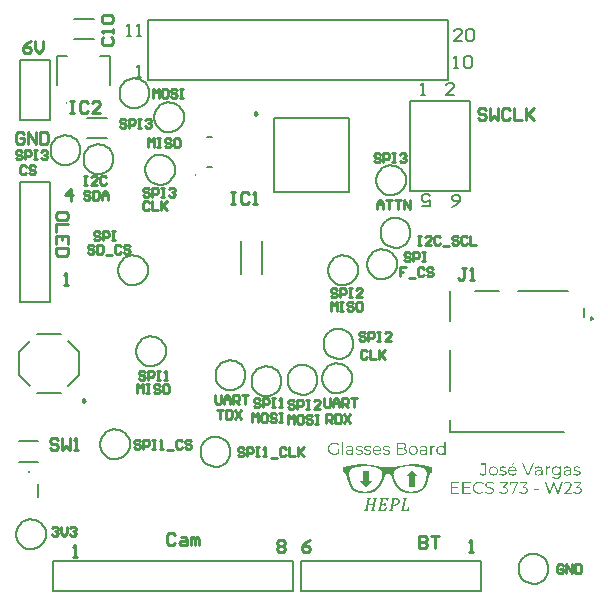
<source format=gto>
G04*
G04 #@! TF.GenerationSoftware,Altium Limited,Altium Designer,22.10.1 (41)*
G04*
G04 Layer_Color=65535*
%FSLAX25Y25*%
%MOIN*%
G70*
G04*
G04 #@! TF.SameCoordinates,AFA84DA5-00AA-44F6-A921-FAAB14C792BC*
G04*
G04*
G04 #@! TF.FilePolarity,Positive*
G04*
G01*
G75*
%ADD10C,0.00787*%
%ADD11C,0.00984*%
%ADD12C,0.00394*%
%ADD13C,0.01000*%
%ADD14C,0.00800*%
G36*
X245022Y172381D02*
X245295D01*
Y172366D01*
X245477D01*
Y172351D01*
X245643D01*
Y172336D01*
X245795D01*
Y172320D01*
X245916D01*
Y172305D01*
X246053D01*
Y172290D01*
X246174D01*
Y172275D01*
X246295D01*
Y172260D01*
X246402D01*
Y172245D01*
X246523D01*
Y172230D01*
X246629D01*
Y172214D01*
X246735D01*
Y172199D01*
X246841D01*
Y172184D01*
X246947D01*
Y172169D01*
X247054D01*
Y172154D01*
X247160D01*
Y172139D01*
X247266D01*
Y172123D01*
X247372D01*
Y172108D01*
X247463D01*
Y172093D01*
X247554D01*
Y172078D01*
X247645D01*
Y172063D01*
X247736D01*
Y172048D01*
X247827D01*
Y172032D01*
X247903D01*
Y172017D01*
X247978D01*
Y172002D01*
X248054D01*
Y171987D01*
X248115D01*
Y171972D01*
X248191D01*
Y171957D01*
X248251D01*
Y171941D01*
X248312D01*
Y171926D01*
X248373D01*
Y171911D01*
X248448D01*
Y171896D01*
X248509D01*
Y171881D01*
X248570D01*
Y171866D01*
X248615D01*
Y171851D01*
X248676D01*
Y171835D01*
X248737D01*
Y171820D01*
X248797D01*
Y171805D01*
X248858D01*
Y171790D01*
X248918D01*
Y171775D01*
X248964D01*
Y171759D01*
X249025D01*
Y171744D01*
X249085D01*
Y171729D01*
X249146D01*
Y171714D01*
X249206D01*
Y171699D01*
X249267D01*
Y171684D01*
X249328D01*
Y171669D01*
X249404D01*
Y171653D01*
X249464D01*
Y171638D01*
X249525D01*
Y171623D01*
X249586D01*
Y171608D01*
X249661D01*
Y171593D01*
X249722D01*
Y171578D01*
X249798D01*
Y171562D01*
X249874D01*
Y171547D01*
X249950D01*
Y171532D01*
X250025D01*
Y171517D01*
X250101D01*
Y171502D01*
X250177D01*
Y171487D01*
X250268D01*
Y171471D01*
X250344D01*
Y171456D01*
X250419D01*
Y171441D01*
X250450D01*
Y171426D01*
X250495D01*
Y171411D01*
X250526D01*
Y171396D01*
X250556D01*
Y171380D01*
X250586D01*
Y171365D01*
X250601D01*
Y171350D01*
X250632D01*
Y171335D01*
X250647D01*
Y171320D01*
X250662D01*
Y171305D01*
X250677D01*
Y171290D01*
X250692D01*
Y171274D01*
X250708D01*
Y171244D01*
X250723D01*
Y171198D01*
X250738D01*
Y169834D01*
X250723D01*
Y169773D01*
X250708D01*
Y169743D01*
X250692D01*
Y169728D01*
X250677D01*
Y169713D01*
X250662D01*
Y169697D01*
X250647D01*
Y169682D01*
X250632D01*
Y169667D01*
X250617D01*
Y169652D01*
X250601D01*
Y169637D01*
X250586D01*
Y169622D01*
X250556D01*
Y169606D01*
X250541D01*
Y169591D01*
X250511D01*
Y169576D01*
X250495D01*
Y169561D01*
X250480D01*
Y169546D01*
X250450D01*
Y169531D01*
X250435D01*
Y169516D01*
X250404D01*
Y169500D01*
X250389D01*
Y169485D01*
X250374D01*
Y169470D01*
X250344D01*
Y169455D01*
X250328D01*
Y169440D01*
X250313D01*
Y169424D01*
X250298D01*
Y169409D01*
X250268D01*
Y169394D01*
X250253D01*
Y169379D01*
X250237D01*
Y169364D01*
X250222D01*
Y169349D01*
X250207D01*
Y169334D01*
X250192D01*
Y169318D01*
X250177D01*
Y169303D01*
X250162D01*
Y169288D01*
X250147D01*
Y169258D01*
X250131D01*
Y169243D01*
X250116D01*
Y169227D01*
X250101D01*
Y169212D01*
X250086D01*
Y169182D01*
X250071D01*
Y169167D01*
X250056D01*
Y169136D01*
X250040D01*
Y169121D01*
X250025D01*
Y169091D01*
X250010D01*
Y169076D01*
X249995D01*
Y169045D01*
X249980D01*
Y169015D01*
X249965D01*
Y168985D01*
X249950D01*
Y168955D01*
X249934D01*
Y168924D01*
X249919D01*
Y168894D01*
X249904D01*
Y168863D01*
X249889D01*
Y168833D01*
X249874D01*
Y168803D01*
X249858D01*
Y168757D01*
X249843D01*
Y168727D01*
X249828D01*
Y168697D01*
X249813D01*
Y168651D01*
X249798D01*
Y168606D01*
X249783D01*
Y168576D01*
X249767D01*
Y168530D01*
X249752D01*
Y168484D01*
X249737D01*
Y168439D01*
X249722D01*
Y168409D01*
X249707D01*
Y168363D01*
X249692D01*
Y168318D01*
X249676D01*
Y168257D01*
X249661D01*
Y168212D01*
X249646D01*
Y168166D01*
X249631D01*
Y168121D01*
X249616D01*
Y168075D01*
X249601D01*
Y168015D01*
X249586D01*
Y167969D01*
X249570D01*
Y167923D01*
X249555D01*
Y167863D01*
X249540D01*
Y167817D01*
X249525D01*
Y167757D01*
X249510D01*
Y167711D01*
X249495D01*
Y167651D01*
X249479D01*
Y167590D01*
X249464D01*
Y167544D01*
X249449D01*
Y167484D01*
X249434D01*
Y167423D01*
X249419D01*
Y167378D01*
X249404D01*
Y167317D01*
X249389D01*
Y167256D01*
X249373D01*
Y167196D01*
X249358D01*
Y167150D01*
X249343D01*
Y167090D01*
X249328D01*
Y167029D01*
X249313D01*
Y166968D01*
X249297D01*
Y166923D01*
X249282D01*
Y166862D01*
X249267D01*
Y166802D01*
X249252D01*
Y166756D01*
X249237D01*
Y166695D01*
X249222D01*
Y166650D01*
X249206D01*
Y166589D01*
X249191D01*
Y166544D01*
X249176D01*
Y166483D01*
X249161D01*
Y166438D01*
X249146D01*
Y166377D01*
X249131D01*
Y166332D01*
X249115D01*
Y166286D01*
X249100D01*
Y166241D01*
X249085D01*
Y166195D01*
X249070D01*
Y166149D01*
X249055D01*
Y166104D01*
X249040D01*
Y166059D01*
X249025D01*
Y166013D01*
X249009D01*
Y165968D01*
X248994D01*
Y165922D01*
X248979D01*
Y165877D01*
X248964D01*
Y165831D01*
X248949D01*
Y165786D01*
X248934D01*
Y165755D01*
X248918D01*
Y165710D01*
X248903D01*
Y165680D01*
X248888D01*
Y165634D01*
X248873D01*
Y165604D01*
X248858D01*
Y165558D01*
X248843D01*
Y165528D01*
X248828D01*
Y165482D01*
X248812D01*
Y165452D01*
X248797D01*
Y165422D01*
X248782D01*
Y165376D01*
X248767D01*
Y165346D01*
X248752D01*
Y165316D01*
X248737D01*
Y165285D01*
X248721D01*
Y165255D01*
X248706D01*
Y165225D01*
X248691D01*
Y165194D01*
X248676D01*
Y165164D01*
X248661D01*
Y165134D01*
X248645D01*
Y165103D01*
X248630D01*
Y165073D01*
X248615D01*
Y165043D01*
X248600D01*
Y165027D01*
X248585D01*
Y164997D01*
X248570D01*
Y164967D01*
X248555D01*
Y164937D01*
X248539D01*
Y164921D01*
X248524D01*
Y164891D01*
X248509D01*
Y164876D01*
X248494D01*
Y164846D01*
X248479D01*
Y164830D01*
X248464D01*
Y164800D01*
X248448D01*
Y164770D01*
X248433D01*
Y164755D01*
X248418D01*
Y164724D01*
X248403D01*
Y164709D01*
X248388D01*
Y164694D01*
X248373D01*
Y164664D01*
X248357D01*
Y164648D01*
X248342D01*
Y164633D01*
X248327D01*
Y164603D01*
X248312D01*
Y164588D01*
X248297D01*
Y164558D01*
X248282D01*
Y164542D01*
X248267D01*
Y164527D01*
X248251D01*
Y164512D01*
X248236D01*
Y164497D01*
X248221D01*
Y164467D01*
X248206D01*
Y164451D01*
X248191D01*
Y164436D01*
X248176D01*
Y164421D01*
X248160D01*
Y164391D01*
X248145D01*
Y164376D01*
X248130D01*
Y164360D01*
X248115D01*
Y164345D01*
X248100D01*
Y164330D01*
X248084D01*
Y164315D01*
X248069D01*
Y164300D01*
X248054D01*
Y164285D01*
X248039D01*
Y164269D01*
X248024D01*
Y164254D01*
X248009D01*
Y164224D01*
X247994D01*
Y164209D01*
X247978D01*
Y164194D01*
X247963D01*
Y164179D01*
X247948D01*
Y164163D01*
X247933D01*
Y164148D01*
X247918D01*
Y164133D01*
X247903D01*
Y164118D01*
X247887D01*
Y164103D01*
X247872D01*
Y164087D01*
X247842D01*
Y164072D01*
X247827D01*
Y164057D01*
X247812D01*
Y164042D01*
X247796D01*
Y164027D01*
X247781D01*
Y164012D01*
X247766D01*
Y163997D01*
X247751D01*
Y163981D01*
X247736D01*
Y163966D01*
X247721D01*
Y163951D01*
X247706D01*
Y163936D01*
X247675D01*
Y163921D01*
X247660D01*
Y163906D01*
X247645D01*
Y163890D01*
X247630D01*
Y163875D01*
X247615D01*
Y163860D01*
X247584D01*
Y163845D01*
X247569D01*
Y163830D01*
X247554D01*
Y163815D01*
X247539D01*
Y163799D01*
X247508D01*
Y163784D01*
X247493D01*
Y163769D01*
X247478D01*
Y163754D01*
X247448D01*
Y163739D01*
X247432D01*
Y163724D01*
X247417D01*
Y163708D01*
X247387D01*
Y163693D01*
X247372D01*
Y163678D01*
X247357D01*
Y163663D01*
X247326D01*
Y163648D01*
X247311D01*
Y163633D01*
X247281D01*
Y163618D01*
X247266D01*
Y163602D01*
X247235D01*
Y163587D01*
X247220D01*
Y163572D01*
X247190D01*
Y163557D01*
X247175D01*
Y163542D01*
X247145D01*
Y163526D01*
X247129D01*
Y163511D01*
X247099D01*
Y163496D01*
X247084D01*
Y163481D01*
X247054D01*
Y163466D01*
X247023D01*
Y163451D01*
X246993D01*
Y163435D01*
X246978D01*
Y163420D01*
X246947D01*
Y163405D01*
X246917D01*
Y163390D01*
X246902D01*
Y163375D01*
X246872D01*
Y163360D01*
X246841D01*
Y163345D01*
X246811D01*
Y163329D01*
X246781D01*
Y163314D01*
X246750D01*
Y163299D01*
X246720D01*
Y163284D01*
X246690D01*
Y163269D01*
X246659D01*
Y163254D01*
X246629D01*
Y163238D01*
X246599D01*
Y163223D01*
X246568D01*
Y163208D01*
X246538D01*
Y163193D01*
X246508D01*
Y163178D01*
X246477D01*
Y163163D01*
X246432D01*
Y163147D01*
X246402D01*
Y163132D01*
X246371D01*
Y163117D01*
X246326D01*
Y163102D01*
X246295D01*
Y163087D01*
X246250D01*
Y163072D01*
X246220D01*
Y163057D01*
X246174D01*
Y163041D01*
X246144D01*
Y163026D01*
X246098D01*
Y163011D01*
X246053D01*
Y162996D01*
X246007D01*
Y162981D01*
X245962D01*
Y162966D01*
X245916D01*
Y162950D01*
X245871D01*
Y162935D01*
X245825D01*
Y162920D01*
X245780D01*
Y162905D01*
X245719D01*
Y162890D01*
X245674D01*
Y162874D01*
X245613D01*
Y162859D01*
X245568D01*
Y162844D01*
X245492D01*
Y162829D01*
X245431D01*
Y162814D01*
X245371D01*
Y162799D01*
X245310D01*
Y162784D01*
X245234D01*
Y162768D01*
X245158D01*
Y162753D01*
X245067D01*
Y162738D01*
X244991D01*
Y162723D01*
X244885D01*
Y162708D01*
X244779D01*
Y162693D01*
X244673D01*
Y162677D01*
X244537D01*
Y162662D01*
X244370D01*
Y162647D01*
X244127D01*
Y162632D01*
X243399D01*
Y162647D01*
X243142D01*
Y162662D01*
X242990D01*
Y162677D01*
X242854D01*
Y162693D01*
X242732D01*
Y162708D01*
X242626D01*
Y162723D01*
X242535D01*
Y162738D01*
X242429D01*
Y162753D01*
X242353D01*
Y162768D01*
X242277D01*
Y162784D01*
X242202D01*
Y162799D01*
X242126D01*
Y162814D01*
X242050D01*
Y162829D01*
X241989D01*
Y162844D01*
X241929D01*
Y162859D01*
X241868D01*
Y162874D01*
X241807D01*
Y162890D01*
X241747D01*
Y162905D01*
X241701D01*
Y162920D01*
X241641D01*
Y162935D01*
X241595D01*
Y162950D01*
X241550D01*
Y162966D01*
X241504D01*
Y162981D01*
X241443D01*
Y162996D01*
X241398D01*
Y163011D01*
X241353D01*
Y163026D01*
X241307D01*
Y163041D01*
X241277D01*
Y163057D01*
X241231D01*
Y163072D01*
X241186D01*
Y163087D01*
X241140D01*
Y163102D01*
X241110D01*
Y163117D01*
X241065D01*
Y163132D01*
X241019D01*
Y163147D01*
X240989D01*
Y163163D01*
X240958D01*
Y163178D01*
X240913D01*
Y163193D01*
X240882D01*
Y163208D01*
X240852D01*
Y163223D01*
X240807D01*
Y163238D01*
X240776D01*
Y163254D01*
X240746D01*
Y163269D01*
X240701D01*
Y163284D01*
X240670D01*
Y163299D01*
X240640D01*
Y163314D01*
X240610D01*
Y163329D01*
X240579D01*
Y163345D01*
X240549D01*
Y163360D01*
X240519D01*
Y163375D01*
X240488D01*
Y163390D01*
X240458D01*
Y163405D01*
X240428D01*
Y163420D01*
X240412D01*
Y163435D01*
X240382D01*
Y163451D01*
X240352D01*
Y163466D01*
X240321D01*
Y163481D01*
X240306D01*
Y163496D01*
X240276D01*
Y163511D01*
X240246D01*
Y163526D01*
X240215D01*
Y163542D01*
X240200D01*
Y163557D01*
X240170D01*
Y163572D01*
X240140D01*
Y163587D01*
X240124D01*
Y163602D01*
X240094D01*
Y163618D01*
X240079D01*
Y163633D01*
X240049D01*
Y163648D01*
X240034D01*
Y163663D01*
X240003D01*
Y163678D01*
X239988D01*
Y163693D01*
X239958D01*
Y163708D01*
X239927D01*
Y163724D01*
X239912D01*
Y163739D01*
X239882D01*
Y163754D01*
X239867D01*
Y163769D01*
X239851D01*
Y163784D01*
X239821D01*
Y163799D01*
X239806D01*
Y163815D01*
X239791D01*
Y163830D01*
X239760D01*
Y163845D01*
X239745D01*
Y163860D01*
X239730D01*
Y163875D01*
X239700D01*
Y163890D01*
X239685D01*
Y163906D01*
X239670D01*
Y163921D01*
X239654D01*
Y163936D01*
X239624D01*
Y163951D01*
X239609D01*
Y163966D01*
X239594D01*
Y163981D01*
X239579D01*
Y163997D01*
X239563D01*
Y164012D01*
X239533D01*
Y164027D01*
X239518D01*
Y164042D01*
X239503D01*
Y164057D01*
X239488D01*
Y164072D01*
X239473D01*
Y164087D01*
X239457D01*
Y164103D01*
X239442D01*
Y164118D01*
X239427D01*
Y164133D01*
X239412D01*
Y164148D01*
X239397D01*
Y164163D01*
X239382D01*
Y164179D01*
X239366D01*
Y164194D01*
X239351D01*
Y164209D01*
X239336D01*
Y164224D01*
X239321D01*
Y164239D01*
X239306D01*
Y164254D01*
X239290D01*
Y164269D01*
X239275D01*
Y164285D01*
X239260D01*
Y164300D01*
X239245D01*
Y164315D01*
X239230D01*
Y164330D01*
X239215D01*
Y164345D01*
X239199D01*
Y164360D01*
X239184D01*
Y164376D01*
X239169D01*
Y164391D01*
X239154D01*
Y164406D01*
X239139D01*
Y164421D01*
X239124D01*
Y164436D01*
X239109D01*
Y164451D01*
X239093D01*
Y164482D01*
X239078D01*
Y164497D01*
X239063D01*
Y164512D01*
X239048D01*
Y164527D01*
X239033D01*
Y164542D01*
X239018D01*
Y164558D01*
X239002D01*
Y164573D01*
X238987D01*
Y164603D01*
X238972D01*
Y164618D01*
X238957D01*
Y164633D01*
X238942D01*
Y164648D01*
X238927D01*
Y164664D01*
X238912D01*
Y164679D01*
X238896D01*
Y164709D01*
X238881D01*
Y164724D01*
X238866D01*
Y164740D01*
X238851D01*
Y164755D01*
X238836D01*
Y164785D01*
X238821D01*
Y164800D01*
X238805D01*
Y164815D01*
X238790D01*
Y164846D01*
X238775D01*
Y164861D01*
X238760D01*
Y164876D01*
X238745D01*
Y164906D01*
X238730D01*
Y164921D01*
X238714D01*
Y164952D01*
X238699D01*
Y164967D01*
X238684D01*
Y164982D01*
X238669D01*
Y165012D01*
X238654D01*
Y165027D01*
X238638D01*
Y165058D01*
X238623D01*
Y165073D01*
X238608D01*
Y165088D01*
X238593D01*
Y165119D01*
X238578D01*
Y165134D01*
X238563D01*
Y165164D01*
X238548D01*
Y165179D01*
X238532D01*
Y165209D01*
X238517D01*
Y165225D01*
X238502D01*
Y165255D01*
X238487D01*
Y165285D01*
X238472D01*
Y165301D01*
X238457D01*
Y165331D01*
X238441D01*
Y165346D01*
X238426D01*
Y165376D01*
X238411D01*
Y165391D01*
X238396D01*
Y165422D01*
X238381D01*
Y165452D01*
X238366D01*
Y165482D01*
X238351D01*
Y165498D01*
X238335D01*
Y165528D01*
X238320D01*
Y165558D01*
X238305D01*
Y165573D01*
X238290D01*
Y165604D01*
X238275D01*
Y165634D01*
X238260D01*
Y165664D01*
X238244D01*
Y165680D01*
X238229D01*
Y165710D01*
X238214D01*
Y165740D01*
X238199D01*
Y165770D01*
X238184D01*
Y165801D01*
X238169D01*
Y165831D01*
X238153D01*
Y165861D01*
X238138D01*
Y165892D01*
X238123D01*
Y165922D01*
X238108D01*
Y165952D01*
X238093D01*
Y165983D01*
X238078D01*
Y166013D01*
X238062D01*
Y166043D01*
X238047D01*
Y166074D01*
X238032D01*
Y166104D01*
X238017D01*
Y166134D01*
X238002D01*
Y166165D01*
X237987D01*
Y166195D01*
X237971D01*
Y166225D01*
X237956D01*
Y166271D01*
X237941D01*
Y166301D01*
X237926D01*
Y166332D01*
X237911D01*
Y166362D01*
X237896D01*
Y166407D01*
X237880D01*
Y166438D01*
X237865D01*
Y166468D01*
X237850D01*
Y166513D01*
X237835D01*
Y166544D01*
X237820D01*
Y166589D01*
X237805D01*
Y166620D01*
X237790D01*
Y166665D01*
X237774D01*
Y166695D01*
X237759D01*
Y166741D01*
X237744D01*
Y166771D01*
X237729D01*
Y166817D01*
X237714D01*
Y166862D01*
X237699D01*
Y166893D01*
X237683D01*
Y166938D01*
X237668D01*
Y166983D01*
X237653D01*
Y167014D01*
X237638D01*
Y167059D01*
X237623D01*
Y167105D01*
X237608D01*
Y167150D01*
X237592D01*
Y167181D01*
X237577D01*
Y167226D01*
X237562D01*
Y167271D01*
X237547D01*
Y167317D01*
X237532D01*
Y167362D01*
X237517D01*
Y167408D01*
X237501D01*
Y167454D01*
X237486D01*
Y167499D01*
X237471D01*
Y167544D01*
X237456D01*
Y167590D01*
X237441D01*
Y167635D01*
X237426D01*
Y167681D01*
X237410D01*
Y167726D01*
X237395D01*
Y167757D01*
X237380D01*
Y167802D01*
X237365D01*
Y167848D01*
X237350D01*
Y167893D01*
X237335D01*
Y167923D01*
X237319D01*
Y167969D01*
X237304D01*
Y168015D01*
X237289D01*
Y168045D01*
X237274D01*
Y168090D01*
X237259D01*
Y168121D01*
X237244D01*
Y168151D01*
X237228D01*
Y168196D01*
X237213D01*
Y168227D01*
X237198D01*
Y168257D01*
X237183D01*
Y168287D01*
X237168D01*
Y168318D01*
X237153D01*
Y168348D01*
X237138D01*
Y168378D01*
X237122D01*
Y168409D01*
X237107D01*
Y168439D01*
X237092D01*
Y168469D01*
X237077D01*
Y168484D01*
X237062D01*
Y168515D01*
X237047D01*
Y168530D01*
X237031D01*
Y168560D01*
X237016D01*
Y168576D01*
X237001D01*
Y168591D01*
X236986D01*
Y168621D01*
X236971D01*
Y168636D01*
X236956D01*
Y168651D01*
X236940D01*
Y168666D01*
X236925D01*
Y168697D01*
X236910D01*
Y168712D01*
X236895D01*
Y168727D01*
X236880D01*
Y168742D01*
X236865D01*
Y168757D01*
X236849D01*
Y168773D01*
X236834D01*
Y168788D01*
X236819D01*
Y168803D01*
X236804D01*
Y168818D01*
X236789D01*
Y168833D01*
X236758D01*
Y168848D01*
X236743D01*
Y168863D01*
X236728D01*
Y168879D01*
X236698D01*
Y168894D01*
X236683D01*
Y168909D01*
X236652D01*
Y168924D01*
X236622D01*
Y168939D01*
X236577D01*
Y168955D01*
X236516D01*
Y168970D01*
X236425D01*
Y168985D01*
X236137D01*
Y169000D01*
X235500D01*
Y168985D01*
X235409D01*
Y168970D01*
X235364D01*
Y168955D01*
X235318D01*
Y168939D01*
X235288D01*
Y168924D01*
X235273D01*
Y168909D01*
X235242D01*
Y168894D01*
X235212D01*
Y168879D01*
X235197D01*
Y168863D01*
X235182D01*
Y168848D01*
X235166D01*
Y168833D01*
X235151D01*
Y168818D01*
X235136D01*
Y168803D01*
X235121D01*
Y168788D01*
X235106D01*
Y168757D01*
X235091D01*
Y168742D01*
X235075D01*
Y168727D01*
X235060D01*
Y168697D01*
X235045D01*
Y168666D01*
X235030D01*
Y168651D01*
X235015D01*
Y168621D01*
X235000D01*
Y168591D01*
X234984D01*
Y168560D01*
X234969D01*
Y168530D01*
X234954D01*
Y168500D01*
X234939D01*
Y168469D01*
X234924D01*
Y168439D01*
X234909D01*
Y168409D01*
X234893D01*
Y168378D01*
X234878D01*
Y168348D01*
X234863D01*
Y168318D01*
X234848D01*
Y168272D01*
X234833D01*
Y168242D01*
X234818D01*
Y168212D01*
X234803D01*
Y168166D01*
X234787D01*
Y168121D01*
X234772D01*
Y168090D01*
X234757D01*
Y168045D01*
X234742D01*
Y167999D01*
X234727D01*
Y167954D01*
X234712D01*
Y167908D01*
X234696D01*
Y167863D01*
X234681D01*
Y167802D01*
X234666D01*
Y167757D01*
X234651D01*
Y167711D01*
X234636D01*
Y167651D01*
X234621D01*
Y167605D01*
X234605D01*
Y167560D01*
X234590D01*
Y167499D01*
X234575D01*
Y167454D01*
X234560D01*
Y167393D01*
X234545D01*
Y167347D01*
X234530D01*
Y167287D01*
X234514D01*
Y167241D01*
X234499D01*
Y167196D01*
X234484D01*
Y167135D01*
X234469D01*
Y167090D01*
X234454D01*
Y167044D01*
X234439D01*
Y166999D01*
X234423D01*
Y166953D01*
X234408D01*
Y166908D01*
X234393D01*
Y166862D01*
X234378D01*
Y166817D01*
X234363D01*
Y166771D01*
X234348D01*
Y166741D01*
X234332D01*
Y166695D01*
X234317D01*
Y166665D01*
X234302D01*
Y166620D01*
X234287D01*
Y166589D01*
X234272D01*
Y166559D01*
X234257D01*
Y166513D01*
X234242D01*
Y166483D01*
X234226D01*
Y166453D01*
X234211D01*
Y166422D01*
X234196D01*
Y166392D01*
X234181D01*
Y166362D01*
X234166D01*
Y166332D01*
X234151D01*
Y166301D01*
X234135D01*
Y166271D01*
X234120D01*
Y166241D01*
X234105D01*
Y166210D01*
X234090D01*
Y166180D01*
X234075D01*
Y166149D01*
X234060D01*
Y166134D01*
X234044D01*
Y166104D01*
X234029D01*
Y166074D01*
X234014D01*
Y166043D01*
X233999D01*
Y166028D01*
X233984D01*
Y165998D01*
X233969D01*
Y165968D01*
X233953D01*
Y165937D01*
X233938D01*
Y165907D01*
X233923D01*
Y165892D01*
X233908D01*
Y165861D01*
X233893D01*
Y165831D01*
X233878D01*
Y165801D01*
X233862D01*
Y165786D01*
X233847D01*
Y165755D01*
X233832D01*
Y165725D01*
X233817D01*
Y165710D01*
X233802D01*
Y165680D01*
X233787D01*
Y165649D01*
X233771D01*
Y165634D01*
X233756D01*
Y165604D01*
X233741D01*
Y165573D01*
X233726D01*
Y165558D01*
X233711D01*
Y165528D01*
X233696D01*
Y165513D01*
X233681D01*
Y165482D01*
X233665D01*
Y165452D01*
X233650D01*
Y165437D01*
X233635D01*
Y165407D01*
X233620D01*
Y165391D01*
X233605D01*
Y165361D01*
X233590D01*
Y165331D01*
X233574D01*
Y165316D01*
X233559D01*
Y165285D01*
X233544D01*
Y165270D01*
X233529D01*
Y165240D01*
X233514D01*
Y165225D01*
X233499D01*
Y165209D01*
X233483D01*
Y165179D01*
X233468D01*
Y165164D01*
X233453D01*
Y165134D01*
X233438D01*
Y165119D01*
X233423D01*
Y165088D01*
X233408D01*
Y165073D01*
X233393D01*
Y165043D01*
X233377D01*
Y165027D01*
X233362D01*
Y164997D01*
X233347D01*
Y164982D01*
X233332D01*
Y164967D01*
X233317D01*
Y164937D01*
X233301D01*
Y164921D01*
X233286D01*
Y164906D01*
X233271D01*
Y164876D01*
X233256D01*
Y164861D01*
X233241D01*
Y164846D01*
X233226D01*
Y164815D01*
X233210D01*
Y164800D01*
X233195D01*
Y164785D01*
X233180D01*
Y164755D01*
X233165D01*
Y164740D01*
X233150D01*
Y164724D01*
X233135D01*
Y164709D01*
X233120D01*
Y164679D01*
X233104D01*
Y164664D01*
X233089D01*
Y164648D01*
X233074D01*
Y164618D01*
X233059D01*
Y164603D01*
X233044D01*
Y164588D01*
X233029D01*
Y164573D01*
X233013D01*
Y164558D01*
X232998D01*
Y164527D01*
X232983D01*
Y164512D01*
X232968D01*
Y164497D01*
X232953D01*
Y164482D01*
X232938D01*
Y164467D01*
X232922D01*
Y164451D01*
X232907D01*
Y164421D01*
X232892D01*
Y164406D01*
X232877D01*
Y164391D01*
X232862D01*
Y164376D01*
X232847D01*
Y164360D01*
X232832D01*
Y164345D01*
X232816D01*
Y164330D01*
X232801D01*
Y164315D01*
X232786D01*
Y164300D01*
X232771D01*
Y164285D01*
X232756D01*
Y164254D01*
X232740D01*
Y164239D01*
X232725D01*
Y164224D01*
X232710D01*
Y164209D01*
X232695D01*
Y164194D01*
X232680D01*
Y164179D01*
X232665D01*
Y164163D01*
X232649D01*
Y164148D01*
X232634D01*
Y164133D01*
X232619D01*
Y164118D01*
X232604D01*
Y164103D01*
X232589D01*
Y164087D01*
X232574D01*
Y164072D01*
X232559D01*
Y164057D01*
X232543D01*
Y164042D01*
X232528D01*
Y164027D01*
X232513D01*
Y164012D01*
X232498D01*
Y163997D01*
X232483D01*
Y163981D01*
X232452D01*
Y163966D01*
X232437D01*
Y163951D01*
X232422D01*
Y163936D01*
X232407D01*
Y163921D01*
X232392D01*
Y163906D01*
X232377D01*
Y163890D01*
X232362D01*
Y163875D01*
X232346D01*
Y163860D01*
X232331D01*
Y163845D01*
X232301D01*
Y163830D01*
X232286D01*
Y163815D01*
X232271D01*
Y163799D01*
X232255D01*
Y163784D01*
X232240D01*
Y163769D01*
X232210D01*
Y163754D01*
X232195D01*
Y163739D01*
X232179D01*
Y163724D01*
X232164D01*
Y163708D01*
X232134D01*
Y163693D01*
X232119D01*
Y163678D01*
X232104D01*
Y163663D01*
X232088D01*
Y163648D01*
X232058D01*
Y163633D01*
X232043D01*
Y163618D01*
X232028D01*
Y163602D01*
X231998D01*
Y163587D01*
X231982D01*
Y163572D01*
X231952D01*
Y163557D01*
X231937D01*
Y163542D01*
X231922D01*
Y163526D01*
X231891D01*
Y163511D01*
X231876D01*
Y163496D01*
X231846D01*
Y163481D01*
X231831D01*
Y163466D01*
X231801D01*
Y163451D01*
X231785D01*
Y163435D01*
X231755D01*
Y163420D01*
X231740D01*
Y163405D01*
X231710D01*
Y163390D01*
X231679D01*
Y163375D01*
X231664D01*
Y163360D01*
X231634D01*
Y163345D01*
X231603D01*
Y163329D01*
X231588D01*
Y163314D01*
X231558D01*
Y163299D01*
X231527D01*
Y163284D01*
X231512D01*
Y163269D01*
X231482D01*
Y163254D01*
X231452D01*
Y163238D01*
X231421D01*
Y163223D01*
X231391D01*
Y163208D01*
X231361D01*
Y163193D01*
X231330D01*
Y163178D01*
X231300D01*
Y163163D01*
X231270D01*
Y163147D01*
X231240D01*
Y163132D01*
X231209D01*
Y163117D01*
X231179D01*
Y163102D01*
X231149D01*
Y163087D01*
X231118D01*
Y163072D01*
X231073D01*
Y163057D01*
X231042D01*
Y163041D01*
X231012D01*
Y163026D01*
X230966D01*
Y163011D01*
X230921D01*
Y162996D01*
X230891D01*
Y162981D01*
X230845D01*
Y162966D01*
X230815D01*
Y162950D01*
X230769D01*
Y162935D01*
X230724D01*
Y162920D01*
X230679D01*
Y162905D01*
X230633D01*
Y162890D01*
X230588D01*
Y162874D01*
X230542D01*
Y162859D01*
X230497D01*
Y162844D01*
X230436D01*
Y162829D01*
X230375D01*
Y162814D01*
X230315D01*
Y162799D01*
X230254D01*
Y162784D01*
X230193D01*
Y162768D01*
X230118D01*
Y162753D01*
X230027D01*
Y162738D01*
X229951D01*
Y162723D01*
X229875D01*
Y162708D01*
X229769D01*
Y162693D01*
X229663D01*
Y162677D01*
X229541D01*
Y162662D01*
X229375D01*
Y162647D01*
X229193D01*
Y162632D01*
X228935D01*
Y162617D01*
X227601D01*
Y162632D01*
X227388D01*
Y162647D01*
X227267D01*
Y162662D01*
X227146D01*
Y162677D01*
X227040D01*
Y162693D01*
X226949D01*
Y162708D01*
X226858D01*
Y162723D01*
X226767D01*
Y162738D01*
X226691D01*
Y162753D01*
X226615D01*
Y162768D01*
X226524D01*
Y162784D01*
X226463D01*
Y162799D01*
X226388D01*
Y162814D01*
X226327D01*
Y162829D01*
X226266D01*
Y162844D01*
X226206D01*
Y162859D01*
X226145D01*
Y162874D01*
X226084D01*
Y162890D01*
X226024D01*
Y162905D01*
X225978D01*
Y162920D01*
X225918D01*
Y162935D01*
X225872D01*
Y162950D01*
X225827D01*
Y162966D01*
X225781D01*
Y162981D01*
X225721D01*
Y162996D01*
X225675D01*
Y163011D01*
X225629D01*
Y163026D01*
X225599D01*
Y163041D01*
X225554D01*
Y163057D01*
X225508D01*
Y163072D01*
X225463D01*
Y163087D01*
X225432D01*
Y163102D01*
X225387D01*
Y163117D01*
X225357D01*
Y163132D01*
X225311D01*
Y163147D01*
X225281D01*
Y163163D01*
X225235D01*
Y163178D01*
X225205D01*
Y163193D01*
X225175D01*
Y163208D01*
X225129D01*
Y163223D01*
X225099D01*
Y163238D01*
X225068D01*
Y163254D01*
X225038D01*
Y163269D01*
X225008D01*
Y163284D01*
X224977D01*
Y163299D01*
X224947D01*
Y163314D01*
X224917D01*
Y163329D01*
X224886D01*
Y163345D01*
X224856D01*
Y163360D01*
X224826D01*
Y163375D01*
X224796D01*
Y163390D01*
X224765D01*
Y163405D01*
X224750D01*
Y163420D01*
X224720D01*
Y163435D01*
X224689D01*
Y163451D01*
X224659D01*
Y163466D01*
X224644D01*
Y163481D01*
X224614D01*
Y163496D01*
X224599D01*
Y163511D01*
X224568D01*
Y163526D01*
X224538D01*
Y163542D01*
X224523D01*
Y163557D01*
X224492D01*
Y163572D01*
X224477D01*
Y163587D01*
X224447D01*
Y163602D01*
X224432D01*
Y163618D01*
X224416D01*
Y163633D01*
X224386D01*
Y163648D01*
X224371D01*
Y163663D01*
X224341D01*
Y163678D01*
X224326D01*
Y163693D01*
X224310D01*
Y163708D01*
X224280D01*
Y163724D01*
X224265D01*
Y163739D01*
X224250D01*
Y163754D01*
X224235D01*
Y163769D01*
X224204D01*
Y163784D01*
X224189D01*
Y163799D01*
X224174D01*
Y163815D01*
X224159D01*
Y163830D01*
X224144D01*
Y163845D01*
X224128D01*
Y163860D01*
X224113D01*
Y163875D01*
X224083D01*
Y163890D01*
X224068D01*
Y163906D01*
X224053D01*
Y163921D01*
X224038D01*
Y163936D01*
X224022D01*
Y163951D01*
X224007D01*
Y163966D01*
X223992D01*
Y163981D01*
X223977D01*
Y163997D01*
X223962D01*
Y164012D01*
X223946D01*
Y164027D01*
X223931D01*
Y164057D01*
X223916D01*
Y164072D01*
X223901D01*
Y164087D01*
X223886D01*
Y164103D01*
X223871D01*
Y164118D01*
X223855D01*
Y164133D01*
X223840D01*
Y164148D01*
X223825D01*
Y164179D01*
X223810D01*
Y164194D01*
X223795D01*
Y164209D01*
X223780D01*
Y164239D01*
X223765D01*
Y164254D01*
X223749D01*
Y164269D01*
X223734D01*
Y164300D01*
X223719D01*
Y164315D01*
X223704D01*
Y164345D01*
X223689D01*
Y164360D01*
X223674D01*
Y164391D01*
X223658D01*
Y164421D01*
X223643D01*
Y164451D01*
X223628D01*
Y164467D01*
X223613D01*
Y164497D01*
X223598D01*
Y164527D01*
X223583D01*
Y164558D01*
X223567D01*
Y164588D01*
X223552D01*
Y164618D01*
X223537D01*
Y164648D01*
X223522D01*
Y164679D01*
X223507D01*
Y164709D01*
X223492D01*
Y164740D01*
X223477D01*
Y164770D01*
X223461D01*
Y164800D01*
X223446D01*
Y164830D01*
X223431D01*
Y164861D01*
X223416D01*
Y164906D01*
X223401D01*
Y164937D01*
X223386D01*
Y164967D01*
X223370D01*
Y164997D01*
X223355D01*
Y165027D01*
X223340D01*
Y165058D01*
X223325D01*
Y165088D01*
X223310D01*
Y165134D01*
X223294D01*
Y165164D01*
X223279D01*
Y165194D01*
X223264D01*
Y165240D01*
X223249D01*
Y165270D01*
X223234D01*
Y165301D01*
X223219D01*
Y165346D01*
X223203D01*
Y165376D01*
X223188D01*
Y165407D01*
X223173D01*
Y165452D01*
X223158D01*
Y165482D01*
X223143D01*
Y165513D01*
X223128D01*
Y165558D01*
X223113D01*
Y165588D01*
X223097D01*
Y165634D01*
X223082D01*
Y165664D01*
X223067D01*
Y165695D01*
X223052D01*
Y165740D01*
X223037D01*
Y165770D01*
X223022D01*
Y165816D01*
X223006D01*
Y165846D01*
X222991D01*
Y165892D01*
X222976D01*
Y165922D01*
X222961D01*
Y165968D01*
X222946D01*
Y166013D01*
X222931D01*
Y166043D01*
X222916D01*
Y166089D01*
X222900D01*
Y166119D01*
X222885D01*
Y166165D01*
X222870D01*
Y166210D01*
X222855D01*
Y166241D01*
X222840D01*
Y166286D01*
X222825D01*
Y166332D01*
X222809D01*
Y166362D01*
X222794D01*
Y166407D01*
X222779D01*
Y166453D01*
X222764D01*
Y166498D01*
X222749D01*
Y166544D01*
X222733D01*
Y166574D01*
X222718D01*
Y166620D01*
X222703D01*
Y166665D01*
X222688D01*
Y166710D01*
X222673D01*
Y166756D01*
X222658D01*
Y166802D01*
X222643D01*
Y166847D01*
X222627D01*
Y166893D01*
X222612D01*
Y166938D01*
X222597D01*
Y166983D01*
X222582D01*
Y167029D01*
X222567D01*
Y167074D01*
X222552D01*
Y167120D01*
X222536D01*
Y167165D01*
X222521D01*
Y167211D01*
X222506D01*
Y167271D01*
X222491D01*
Y167317D01*
X222476D01*
Y167362D01*
X222461D01*
Y167408D01*
X222445D01*
Y167469D01*
X222430D01*
Y167514D01*
X222415D01*
Y167560D01*
X222400D01*
Y167620D01*
X222385D01*
Y167666D01*
X222370D01*
Y167711D01*
X222355D01*
Y167772D01*
X222339D01*
Y167817D01*
X222324D01*
Y167878D01*
X222309D01*
Y167923D01*
X222294D01*
Y167984D01*
X222279D01*
Y168030D01*
X222264D01*
Y168090D01*
X222248D01*
Y168136D01*
X222233D01*
Y168196D01*
X222218D01*
Y168257D01*
X222203D01*
Y168303D01*
X222188D01*
Y168363D01*
X222172D01*
Y168409D01*
X222157D01*
Y168454D01*
X222142D01*
Y168500D01*
X222127D01*
Y168545D01*
X222112D01*
Y168591D01*
X222097D01*
Y168621D01*
X222082D01*
Y168651D01*
X222066D01*
Y168682D01*
X222051D01*
Y168712D01*
X222036D01*
Y168742D01*
X222021D01*
Y168757D01*
X222006D01*
Y168788D01*
X221991D01*
Y168818D01*
X221975D01*
Y168833D01*
X221960D01*
Y168863D01*
X221945D01*
Y168879D01*
X221930D01*
Y168894D01*
X221915D01*
Y168924D01*
X221900D01*
Y168939D01*
X221884D01*
Y168955D01*
X221869D01*
Y168985D01*
X221854D01*
Y169000D01*
X221839D01*
Y169015D01*
X221824D01*
Y169030D01*
X221809D01*
Y169061D01*
X221794D01*
Y169076D01*
X221778D01*
Y169091D01*
X221763D01*
Y169106D01*
X221748D01*
Y169121D01*
X221733D01*
Y169152D01*
X221718D01*
Y169167D01*
X221703D01*
Y169182D01*
X221687D01*
Y169197D01*
X221672D01*
Y169212D01*
X221657D01*
Y169227D01*
X221642D01*
Y169243D01*
X221627D01*
Y169258D01*
X221611D01*
Y169288D01*
X221596D01*
Y169303D01*
X221581D01*
Y169318D01*
X221566D01*
Y169334D01*
X221551D01*
Y169349D01*
X221536D01*
Y169364D01*
X221521D01*
Y169379D01*
X221505D01*
Y169394D01*
X221490D01*
Y169409D01*
X221475D01*
Y169424D01*
X221460D01*
Y169455D01*
X221445D01*
Y169470D01*
X221430D01*
Y169485D01*
X221414D01*
Y169500D01*
X221399D01*
Y169516D01*
X221384D01*
Y169531D01*
X221369D01*
Y169546D01*
X221354D01*
Y169561D01*
X221339D01*
Y169591D01*
X221323D01*
Y169606D01*
X221308D01*
Y169622D01*
X221293D01*
Y169637D01*
X221278D01*
Y169652D01*
X221263D01*
Y169682D01*
X221248D01*
Y169697D01*
X221233D01*
Y169713D01*
X221217D01*
Y169728D01*
X221202D01*
Y169758D01*
X221187D01*
Y169773D01*
X221172D01*
Y169804D01*
X221157D01*
Y169819D01*
X221142D01*
Y169849D01*
X221126D01*
Y169864D01*
X221111D01*
Y169910D01*
X221096D01*
Y169940D01*
X221081D01*
Y169985D01*
X221066D01*
Y170031D01*
X221051D01*
Y170092D01*
X221035D01*
Y170168D01*
X221020D01*
Y170274D01*
X221005D01*
Y170456D01*
X220990D01*
Y170956D01*
X221005D01*
Y171320D01*
X221020D01*
Y171441D01*
X221051D01*
Y171456D01*
X221111D01*
Y171471D01*
X221187D01*
Y171487D01*
X221263D01*
Y171502D01*
X221339D01*
Y171517D01*
X221430D01*
Y171532D01*
X221505D01*
Y171547D01*
X221596D01*
Y171562D01*
X221672D01*
Y171578D01*
X221748D01*
Y171593D01*
X221824D01*
Y171608D01*
X221915D01*
Y171623D01*
X221991D01*
Y171638D01*
X222066D01*
Y171653D01*
X222142D01*
Y171669D01*
X222218D01*
Y171684D01*
X222294D01*
Y171699D01*
X222370D01*
Y171714D01*
X222445D01*
Y171729D01*
X222521D01*
Y171744D01*
X222597D01*
Y171759D01*
X222673D01*
Y171775D01*
X222749D01*
Y171790D01*
X222825D01*
Y171805D01*
X222900D01*
Y171820D01*
X222976D01*
Y171835D01*
X223037D01*
Y171851D01*
X223113D01*
Y171866D01*
X223188D01*
Y171881D01*
X223264D01*
Y171896D01*
X223340D01*
Y171911D01*
X223416D01*
Y171926D01*
X223492D01*
Y171941D01*
X223567D01*
Y171957D01*
X223643D01*
Y171972D01*
X223719D01*
Y171987D01*
X223810D01*
Y172002D01*
X223886D01*
Y172017D01*
X223962D01*
Y172032D01*
X224038D01*
Y172048D01*
X224128D01*
Y172063D01*
X224204D01*
Y172078D01*
X224280D01*
Y172093D01*
X224371D01*
Y172108D01*
X224447D01*
Y172123D01*
X224538D01*
Y172139D01*
X224629D01*
Y172154D01*
X224720D01*
Y172169D01*
X224811D01*
Y172184D01*
X224902D01*
Y172199D01*
X224993D01*
Y172214D01*
X225099D01*
Y172230D01*
X225190D01*
Y172245D01*
X225296D01*
Y172260D01*
X225417D01*
Y172275D01*
X225523D01*
Y172290D01*
X225645D01*
Y172305D01*
X225781D01*
Y172320D01*
X225918D01*
Y172336D01*
X226099D01*
Y172351D01*
X226448D01*
Y172366D01*
X227949D01*
Y172351D01*
X228237D01*
Y172336D01*
X228419D01*
Y172320D01*
X228571D01*
Y172305D01*
X228707D01*
Y172290D01*
X228859D01*
Y172275D01*
X228995D01*
Y172260D01*
X229132D01*
Y172245D01*
X229268D01*
Y172230D01*
X229405D01*
Y172214D01*
X229526D01*
Y172199D01*
X229647D01*
Y172184D01*
X229784D01*
Y172169D01*
X229905D01*
Y172154D01*
X230027D01*
Y172139D01*
X230133D01*
Y172123D01*
X230254D01*
Y172108D01*
X230375D01*
Y172093D01*
X230481D01*
Y172078D01*
X230603D01*
Y172063D01*
X230709D01*
Y172048D01*
X230815D01*
Y172032D01*
X230906D01*
Y172017D01*
X231012D01*
Y172002D01*
X231103D01*
Y171987D01*
X231194D01*
Y171972D01*
X231285D01*
Y171957D01*
X231376D01*
Y171941D01*
X231452D01*
Y171926D01*
X231543D01*
Y171911D01*
X231618D01*
Y171896D01*
X231694D01*
Y171881D01*
X231770D01*
Y171866D01*
X231846D01*
Y171851D01*
X231922D01*
Y171835D01*
X231998D01*
Y171820D01*
X232058D01*
Y171805D01*
X232134D01*
Y171790D01*
X232210D01*
Y171775D01*
X232286D01*
Y171759D01*
X232362D01*
Y171744D01*
X232422D01*
Y171729D01*
X232498D01*
Y171714D01*
X232574D01*
Y171699D01*
X232649D01*
Y171684D01*
X232725D01*
Y171669D01*
X232801D01*
Y171653D01*
X232862D01*
Y171638D01*
X232938D01*
Y171623D01*
X233013D01*
Y171608D01*
X233089D01*
Y171593D01*
X233165D01*
Y171578D01*
X233241D01*
Y171562D01*
X233317D01*
Y171547D01*
X233393D01*
Y171532D01*
X233468D01*
Y171517D01*
X233559D01*
Y171502D01*
X233635D01*
Y171487D01*
X233726D01*
Y171471D01*
X233802D01*
Y171456D01*
X233893D01*
Y171441D01*
X233984D01*
Y171426D01*
X234075D01*
Y171411D01*
X234181D01*
Y171396D01*
X234287D01*
Y171380D01*
X234408D01*
Y171365D01*
X234545D01*
Y171350D01*
X234696D01*
Y171335D01*
X234893D01*
Y171320D01*
X235151D01*
Y171305D01*
X235758D01*
Y171290D01*
X236243D01*
Y171305D01*
X236728D01*
Y171320D01*
X236971D01*
Y171335D01*
X237168D01*
Y171350D01*
X237319D01*
Y171365D01*
X237471D01*
Y171380D01*
X237592D01*
Y171396D01*
X237714D01*
Y171411D01*
X237835D01*
Y171426D01*
X237941D01*
Y171441D01*
X238062D01*
Y171456D01*
X238153D01*
Y171471D01*
X238260D01*
Y171487D01*
X238366D01*
Y171502D01*
X238457D01*
Y171517D01*
X238548D01*
Y171532D01*
X238638D01*
Y171547D01*
X238730D01*
Y171562D01*
X238821D01*
Y171578D01*
X238912D01*
Y171593D01*
X238987D01*
Y171608D01*
X239078D01*
Y171623D01*
X239169D01*
Y171638D01*
X239260D01*
Y171653D01*
X239336D01*
Y171669D01*
X239427D01*
Y171684D01*
X239503D01*
Y171699D01*
X239594D01*
Y171714D01*
X239670D01*
Y171729D01*
X239760D01*
Y171744D01*
X239836D01*
Y171759D01*
X239927D01*
Y171775D01*
X240003D01*
Y171790D01*
X240079D01*
Y171805D01*
X240170D01*
Y171820D01*
X240246D01*
Y171835D01*
X240321D01*
Y171851D01*
X240412D01*
Y171866D01*
X240488D01*
Y171881D01*
X240564D01*
Y171896D01*
X240655D01*
Y171911D01*
X240731D01*
Y171926D01*
X240807D01*
Y171941D01*
X240898D01*
Y171957D01*
X240973D01*
Y171972D01*
X241065D01*
Y171987D01*
X241156D01*
Y172002D01*
X241231D01*
Y172017D01*
X241322D01*
Y172032D01*
X241413D01*
Y172048D01*
X241489D01*
Y172063D01*
X241580D01*
Y172078D01*
X241671D01*
Y172093D01*
X241762D01*
Y172108D01*
X241853D01*
Y172123D01*
X241944D01*
Y172139D01*
X242035D01*
Y172154D01*
X242126D01*
Y172169D01*
X242232D01*
Y172184D01*
X242323D01*
Y172199D01*
X242429D01*
Y172214D01*
X242535D01*
Y172230D01*
X242641D01*
Y172245D01*
X242747D01*
Y172260D01*
X242854D01*
Y172275D01*
X242975D01*
Y172290D01*
X243111D01*
Y172305D01*
X243248D01*
Y172320D01*
X243384D01*
Y172336D01*
X243566D01*
Y172351D01*
X243748D01*
Y172366D01*
X243991D01*
Y172381D01*
X244294D01*
Y172396D01*
X245022D01*
Y172381D01*
D02*
G37*
G36*
X236213Y160994D02*
X236228D01*
Y160979D01*
X236243D01*
Y160919D01*
X236228D01*
Y160858D01*
X236213D01*
Y160782D01*
X236197D01*
Y160722D01*
X236182D01*
Y160646D01*
X236167D01*
Y160585D01*
X236152D01*
Y160509D01*
X236137D01*
Y160449D01*
X236122D01*
Y160388D01*
X236106D01*
Y160312D01*
X236091D01*
Y160251D01*
X236076D01*
Y160176D01*
X236061D01*
Y160115D01*
X236046D01*
Y160039D01*
X236031D01*
Y160009D01*
X236016D01*
Y159994D01*
X235667D01*
Y160009D01*
X235652D01*
Y160024D01*
X235636D01*
Y160206D01*
X235621D01*
Y160327D01*
X235606D01*
Y160418D01*
X235591D01*
Y160464D01*
X235576D01*
Y160509D01*
X235561D01*
Y160540D01*
X235545D01*
Y160570D01*
X235530D01*
Y160585D01*
X235515D01*
Y160600D01*
X235485D01*
Y160615D01*
X235455D01*
Y160631D01*
X235364D01*
Y160646D01*
X234348D01*
Y160600D01*
X234332D01*
Y160540D01*
X234317D01*
Y160464D01*
X234302D01*
Y160388D01*
X234287D01*
Y160327D01*
X234272D01*
Y160251D01*
X234257D01*
Y160191D01*
X234242D01*
Y160115D01*
X234226D01*
Y160039D01*
X234211D01*
Y159979D01*
X234196D01*
Y159903D01*
X234181D01*
Y159842D01*
X234166D01*
Y159766D01*
X234151D01*
Y159690D01*
X234135D01*
Y159630D01*
X234120D01*
Y159554D01*
X234105D01*
Y159493D01*
X234090D01*
Y159418D01*
X234075D01*
Y159342D01*
X234060D01*
Y159281D01*
X234044D01*
Y159205D01*
X234029D01*
Y159190D01*
X234651D01*
Y159205D01*
X234712D01*
Y159221D01*
X234742D01*
Y159236D01*
X234772D01*
Y159251D01*
X234803D01*
Y159266D01*
X234818D01*
Y159281D01*
X234833D01*
Y159296D01*
X234848D01*
Y159311D01*
X234863D01*
Y159327D01*
X234878D01*
Y159342D01*
X234893D01*
Y159357D01*
X234909D01*
Y159387D01*
X234924D01*
Y159402D01*
X234939D01*
Y159433D01*
X234954D01*
Y159448D01*
X234969D01*
Y159478D01*
X234984D01*
Y159509D01*
X235000D01*
Y159539D01*
X235015D01*
Y159569D01*
X235030D01*
Y159584D01*
X235045D01*
Y159599D01*
X235060D01*
Y159615D01*
X235379D01*
Y159599D01*
X235394D01*
Y159584D01*
X235409D01*
Y159524D01*
X235394D01*
Y159463D01*
X235379D01*
Y159387D01*
X235364D01*
Y159327D01*
X235348D01*
Y159266D01*
X235333D01*
Y159205D01*
X235318D01*
Y159130D01*
X235303D01*
Y159069D01*
X235288D01*
Y159008D01*
X235273D01*
Y158932D01*
X235257D01*
Y158872D01*
X235242D01*
Y158811D01*
X235227D01*
Y158750D01*
X235212D01*
Y158675D01*
X235197D01*
Y158614D01*
X235182D01*
Y158553D01*
X235166D01*
Y158493D01*
X235151D01*
Y158417D01*
X235136D01*
Y158387D01*
X235121D01*
Y158371D01*
X235091D01*
Y158356D01*
X234818D01*
Y158371D01*
X234803D01*
Y158387D01*
X234787D01*
Y158402D01*
X234772D01*
Y158660D01*
X234757D01*
Y158720D01*
X234742D01*
Y158750D01*
X234727D01*
Y158781D01*
X234712D01*
Y158796D01*
X234666D01*
Y158811D01*
X233953D01*
Y158781D01*
X233938D01*
Y158720D01*
X233923D01*
Y158644D01*
X233908D01*
Y158584D01*
X233893D01*
Y158508D01*
X233878D01*
Y158447D01*
X233862D01*
Y158371D01*
X233847D01*
Y158311D01*
X233832D01*
Y158235D01*
X233817D01*
Y158174D01*
X233802D01*
Y158098D01*
X233787D01*
Y158038D01*
X233771D01*
Y157962D01*
X233756D01*
Y157901D01*
X233741D01*
Y157826D01*
X233726D01*
Y157765D01*
X233711D01*
Y157689D01*
X233696D01*
Y157628D01*
X233681D01*
Y157553D01*
X233665D01*
Y157492D01*
X233650D01*
Y157416D01*
X233635D01*
Y157355D01*
X233620D01*
Y157280D01*
X233605D01*
Y157219D01*
X233590D01*
Y157204D01*
X234560D01*
Y157219D01*
X234636D01*
Y157234D01*
X234681D01*
Y157249D01*
X234712D01*
Y157265D01*
X234742D01*
Y157280D01*
X234772D01*
Y157295D01*
X234787D01*
Y157310D01*
X234818D01*
Y157325D01*
X234833D01*
Y157340D01*
X234848D01*
Y157355D01*
X234863D01*
Y157371D01*
X234878D01*
Y157386D01*
X234893D01*
Y157401D01*
X234909D01*
Y157416D01*
X234924D01*
Y157431D01*
X234939D01*
Y157447D01*
X234954D01*
Y157477D01*
X234969D01*
Y157492D01*
X234984D01*
Y157507D01*
X235000D01*
Y157537D01*
X235015D01*
Y157568D01*
X235030D01*
Y157583D01*
X235045D01*
Y157613D01*
X235060D01*
Y157644D01*
X235075D01*
Y157659D01*
X235091D01*
Y157689D01*
X235106D01*
Y157719D01*
X235121D01*
Y157750D01*
X235136D01*
Y157780D01*
X235151D01*
Y157795D01*
X235166D01*
Y157826D01*
X235182D01*
Y157856D01*
X235197D01*
Y157886D01*
X235212D01*
Y157916D01*
X235227D01*
Y157947D01*
X235242D01*
Y157962D01*
X235273D01*
Y157977D01*
X235591D01*
Y157962D01*
X235606D01*
Y157947D01*
X235621D01*
Y157871D01*
X235606D01*
Y157810D01*
X235591D01*
Y157750D01*
X235576D01*
Y157689D01*
X235561D01*
Y157628D01*
X235545D01*
Y157568D01*
X235530D01*
Y157507D01*
X235515D01*
Y157447D01*
X235500D01*
Y157386D01*
X235485D01*
Y157325D01*
X235470D01*
Y157280D01*
X235455D01*
Y157219D01*
X235439D01*
Y157158D01*
X235424D01*
Y157098D01*
X235409D01*
Y157037D01*
X235394D01*
Y156976D01*
X235379D01*
Y156916D01*
X235364D01*
Y156870D01*
X235348D01*
Y156840D01*
X232619D01*
Y156870D01*
X232604D01*
Y156916D01*
X232619D01*
Y156992D01*
X232634D01*
Y157052D01*
X232649D01*
Y157067D01*
X232665D01*
Y157083D01*
X232710D01*
Y157098D01*
X232771D01*
Y157113D01*
X232801D01*
Y157128D01*
X232832D01*
Y157143D01*
X232847D01*
Y157158D01*
X232862D01*
Y157174D01*
X232877D01*
Y157189D01*
X232892D01*
Y157204D01*
X232907D01*
Y157234D01*
X232922D01*
Y157265D01*
X232938D01*
Y157295D01*
X232953D01*
Y157340D01*
X232968D01*
Y157386D01*
X232983D01*
Y157431D01*
X232998D01*
Y157492D01*
X233013D01*
Y157553D01*
X233029D01*
Y157613D01*
X233044D01*
Y157674D01*
X233059D01*
Y157750D01*
X233074D01*
Y157810D01*
X233089D01*
Y157886D01*
X233104D01*
Y157947D01*
X233120D01*
Y158023D01*
X233135D01*
Y158083D01*
X233150D01*
Y158159D01*
X233165D01*
Y158220D01*
X233180D01*
Y158296D01*
X233195D01*
Y158356D01*
X233210D01*
Y158432D01*
X233226D01*
Y158493D01*
X233241D01*
Y158569D01*
X233256D01*
Y158629D01*
X233271D01*
Y158705D01*
X233286D01*
Y158781D01*
X233301D01*
Y158841D01*
X233317D01*
Y158917D01*
X233332D01*
Y158978D01*
X233347D01*
Y159054D01*
X233362D01*
Y159114D01*
X233377D01*
Y159190D01*
X233393D01*
Y159251D01*
X233408D01*
Y159327D01*
X233423D01*
Y159387D01*
X233438D01*
Y159463D01*
X233453D01*
Y159524D01*
X233468D01*
Y159599D01*
X233483D01*
Y159660D01*
X233499D01*
Y159736D01*
X233514D01*
Y159812D01*
X233529D01*
Y159872D01*
X233544D01*
Y159948D01*
X233559D01*
Y160009D01*
X233574D01*
Y160085D01*
X233590D01*
Y160161D01*
X233605D01*
Y160236D01*
X233620D01*
Y160327D01*
X233635D01*
Y160449D01*
X233650D01*
Y160615D01*
X233635D01*
Y160661D01*
X233620D01*
Y160691D01*
X233605D01*
Y160706D01*
X233590D01*
Y160722D01*
X233544D01*
Y160737D01*
X233499D01*
Y160752D01*
X233393D01*
Y160767D01*
X233377D01*
Y160782D01*
X233362D01*
Y160888D01*
X233377D01*
Y160949D01*
X233393D01*
Y160994D01*
X233408D01*
Y161010D01*
X236213D01*
Y160994D01*
D02*
G37*
G36*
X232346D02*
X232362D01*
Y160888D01*
X232346D01*
Y160828D01*
X232331D01*
Y160782D01*
X232316D01*
Y160767D01*
X232286D01*
Y160752D01*
X232225D01*
Y160737D01*
X232179D01*
Y160722D01*
X232149D01*
Y160706D01*
X232134D01*
Y160691D01*
X232104D01*
Y160661D01*
X232088D01*
Y160646D01*
X232073D01*
Y160631D01*
X232058D01*
Y160600D01*
X232043D01*
Y160555D01*
X232028D01*
Y160524D01*
X232013D01*
Y160479D01*
X231998D01*
Y160433D01*
X231982D01*
Y160373D01*
X231967D01*
Y160312D01*
X231952D01*
Y160251D01*
X231937D01*
Y160191D01*
X231922D01*
Y160130D01*
X231907D01*
Y160070D01*
X231891D01*
Y159994D01*
X231876D01*
Y159933D01*
X231861D01*
Y159857D01*
X231846D01*
Y159781D01*
X231831D01*
Y159721D01*
X231816D01*
Y159645D01*
X231801D01*
Y159584D01*
X231785D01*
Y159509D01*
X231770D01*
Y159448D01*
X231755D01*
Y159372D01*
X231740D01*
Y159311D01*
X231725D01*
Y159236D01*
X231710D01*
Y159175D01*
X231694D01*
Y159099D01*
X231679D01*
Y159038D01*
X231664D01*
Y158963D01*
X231649D01*
Y158887D01*
X231634D01*
Y158826D01*
X231618D01*
Y158750D01*
X231603D01*
Y158690D01*
X231588D01*
Y158614D01*
X231573D01*
Y158553D01*
X231558D01*
Y158477D01*
X231543D01*
Y158417D01*
X231527D01*
Y158341D01*
X231512D01*
Y158280D01*
X231497D01*
Y158205D01*
X231482D01*
Y158129D01*
X231467D01*
Y158068D01*
X231452D01*
Y157992D01*
X231437D01*
Y157932D01*
X231421D01*
Y157856D01*
X231406D01*
Y157795D01*
X231391D01*
Y157719D01*
X231376D01*
Y157659D01*
X231361D01*
Y157568D01*
X231346D01*
Y157477D01*
X231330D01*
Y157204D01*
X231346D01*
Y157158D01*
X231361D01*
Y157143D01*
X231376D01*
Y157128D01*
X231406D01*
Y157113D01*
X231452D01*
Y157098D01*
X231527D01*
Y157083D01*
X231588D01*
Y157067D01*
X231603D01*
Y157052D01*
X231618D01*
Y156992D01*
X231603D01*
Y156931D01*
X231588D01*
Y156870D01*
X231573D01*
Y156840D01*
X230299D01*
Y156855D01*
X230284D01*
Y156931D01*
X230299D01*
Y156992D01*
X230315D01*
Y157052D01*
X230330D01*
Y157067D01*
X230345D01*
Y157083D01*
X230390D01*
Y157098D01*
X230451D01*
Y157113D01*
X230481D01*
Y157128D01*
X230512D01*
Y157143D01*
X230527D01*
Y157158D01*
X230542D01*
Y157174D01*
X230557D01*
Y157189D01*
X230572D01*
Y157219D01*
X230588D01*
Y157249D01*
X230603D01*
Y157280D01*
X230618D01*
Y157310D01*
X230633D01*
Y157355D01*
X230648D01*
Y157386D01*
X230663D01*
Y157447D01*
X230679D01*
Y157507D01*
X230694D01*
Y157568D01*
X230709D01*
Y157628D01*
X230724D01*
Y157689D01*
X230739D01*
Y157765D01*
X230754D01*
Y157826D01*
X230769D01*
Y157901D01*
X230785D01*
Y157962D01*
X230800D01*
Y158038D01*
X230815D01*
Y158098D01*
X230830D01*
Y158174D01*
X230845D01*
Y158235D01*
X230860D01*
Y158311D01*
X230876D01*
Y158356D01*
Y158371D01*
X230891D01*
Y158447D01*
X230906D01*
Y158508D01*
X230921D01*
Y158584D01*
X230936D01*
Y158644D01*
X230951D01*
Y158720D01*
X230966D01*
Y158781D01*
X230982D01*
Y158826D01*
X229496D01*
Y158811D01*
X229481D01*
Y158735D01*
X229466D01*
Y158675D01*
X229450D01*
Y158599D01*
X229435D01*
Y158538D01*
X229420D01*
Y158462D01*
X229405D01*
Y158387D01*
X229390D01*
Y158326D01*
X229375D01*
Y158250D01*
X229359D01*
Y158189D01*
X229344D01*
Y158114D01*
X229329D01*
Y158053D01*
X229314D01*
Y157977D01*
X229299D01*
Y157916D01*
X229284D01*
Y157841D01*
X229268D01*
Y157765D01*
X229253D01*
Y157704D01*
X229238D01*
Y157628D01*
X229223D01*
Y157553D01*
X229208D01*
Y157431D01*
X229193D01*
Y157219D01*
X229208D01*
Y157174D01*
X229223D01*
Y157143D01*
X229253D01*
Y157128D01*
X229268D01*
Y157113D01*
X229314D01*
Y157098D01*
X229405D01*
Y157083D01*
X229466D01*
Y157067D01*
X229481D01*
Y156976D01*
X229466D01*
Y156901D01*
X229450D01*
Y156855D01*
X229435D01*
Y156840D01*
X228162D01*
Y156870D01*
X228146D01*
Y156901D01*
X228162D01*
Y156976D01*
X228177D01*
Y157037D01*
X228192D01*
Y157067D01*
X228207D01*
Y157083D01*
X228253D01*
Y157098D01*
X228313D01*
Y157113D01*
X228359D01*
Y157128D01*
X228374D01*
Y157143D01*
X228389D01*
Y157158D01*
X228404D01*
Y157174D01*
X228419D01*
Y157189D01*
X228434D01*
Y157204D01*
X228450D01*
Y157234D01*
X228465D01*
Y157265D01*
X228480D01*
Y157295D01*
X228495D01*
Y157340D01*
X228510D01*
Y157386D01*
X228525D01*
Y157431D01*
X228541D01*
Y157477D01*
X228556D01*
Y157553D01*
X228571D01*
Y157613D01*
X228586D01*
Y157674D01*
X228601D01*
Y157735D01*
X228616D01*
Y157810D01*
X228632D01*
Y157871D01*
X228647D01*
Y157947D01*
X228662D01*
Y158008D01*
X228677D01*
Y158083D01*
X228692D01*
Y158144D01*
X228707D01*
Y158220D01*
X228723D01*
Y158280D01*
X228738D01*
Y158356D01*
X228753D01*
Y158417D01*
X228768D01*
Y158493D01*
X228783D01*
Y158569D01*
X228798D01*
Y158629D01*
X228814D01*
Y158705D01*
X228829D01*
Y158766D01*
X228844D01*
Y158841D01*
X228859D01*
Y158902D01*
X228874D01*
Y158978D01*
X228889D01*
Y159038D01*
X228905D01*
Y159114D01*
X228920D01*
Y159175D01*
X228935D01*
Y159251D01*
X228950D01*
Y159311D01*
X228965D01*
Y159387D01*
X228980D01*
Y159448D01*
X228995D01*
Y159524D01*
X229011D01*
Y159599D01*
X229026D01*
Y159660D01*
X229041D01*
Y159736D01*
X229056D01*
Y159797D01*
X229071D01*
Y159872D01*
X229086D01*
Y159933D01*
X229102D01*
Y160009D01*
X229117D01*
Y160070D01*
X229132D01*
Y160145D01*
X229147D01*
Y160221D01*
X229162D01*
Y160327D01*
X229177D01*
Y160449D01*
X229193D01*
Y160615D01*
X229177D01*
Y160661D01*
X229162D01*
Y160691D01*
X229147D01*
Y160706D01*
X229132D01*
Y160722D01*
X229102D01*
Y160737D01*
X229041D01*
Y160752D01*
X228950D01*
Y160767D01*
X228920D01*
Y160782D01*
X228905D01*
Y160873D01*
X228920D01*
Y160949D01*
X228935D01*
Y160979D01*
X228950D01*
Y161010D01*
X230208D01*
Y160994D01*
X230224D01*
Y160964D01*
X230239D01*
Y160934D01*
X230224D01*
Y160873D01*
X230208D01*
Y160797D01*
X230193D01*
Y160782D01*
X230178D01*
Y160767D01*
X230163D01*
Y160752D01*
X230102D01*
Y160737D01*
X230057D01*
Y160722D01*
X230011D01*
Y160706D01*
X229996D01*
Y160691D01*
X229981D01*
Y160676D01*
X229966D01*
Y160661D01*
X229951D01*
Y160646D01*
X229936D01*
Y160615D01*
X229920D01*
Y160585D01*
X229905D01*
Y160555D01*
X229890D01*
Y160509D01*
X229875D01*
Y160464D01*
X229860D01*
Y160418D01*
X229844D01*
Y160358D01*
X229829D01*
Y160297D01*
X229814D01*
Y160236D01*
X229799D01*
Y160176D01*
X229784D01*
Y160115D01*
X229769D01*
Y160039D01*
X229754D01*
Y159979D01*
X229738D01*
Y159903D01*
X229723D01*
Y159842D01*
X229708D01*
Y159766D01*
X229693D01*
Y159706D01*
X229678D01*
Y159630D01*
X229663D01*
Y159569D01*
X229647D01*
Y159493D01*
X229632D01*
Y159433D01*
X229617D01*
Y159357D01*
X229602D01*
Y159296D01*
X229587D01*
Y159205D01*
X231058D01*
Y159221D01*
X231073D01*
Y159266D01*
X231088D01*
Y159342D01*
X231103D01*
Y159402D01*
X231118D01*
Y159478D01*
X231133D01*
Y159539D01*
X231149D01*
Y159615D01*
X231164D01*
Y159675D01*
X231179D01*
Y159751D01*
X231194D01*
Y159812D01*
X231209D01*
Y159888D01*
X231224D01*
Y159948D01*
X231240D01*
Y160024D01*
X231255D01*
Y160085D01*
X231270D01*
Y160161D01*
X231285D01*
Y160251D01*
X231300D01*
Y160358D01*
X231315D01*
Y160494D01*
X231330D01*
Y160585D01*
X231315D01*
Y160661D01*
X231300D01*
Y160691D01*
X231285D01*
Y160706D01*
X231255D01*
Y160722D01*
X231224D01*
Y160737D01*
X231179D01*
Y160752D01*
X231073D01*
Y160767D01*
X231042D01*
Y160797D01*
X231027D01*
Y160828D01*
X231042D01*
Y160903D01*
X231058D01*
Y160964D01*
X231073D01*
Y160994D01*
X231088D01*
Y161010D01*
X232346D01*
Y160994D01*
D02*
G37*
G36*
X242277D02*
X242293D01*
Y160979D01*
X242308D01*
Y160919D01*
X242293D01*
Y160843D01*
X242277D01*
Y160797D01*
X242262D01*
Y160767D01*
X242232D01*
Y160752D01*
X242171D01*
Y160737D01*
X242126D01*
Y160722D01*
X242095D01*
Y160706D01*
X242065D01*
Y160691D01*
X242050D01*
Y160676D01*
X242035D01*
Y160646D01*
X242020D01*
Y160631D01*
X242004D01*
Y160600D01*
X241989D01*
Y160570D01*
X241974D01*
Y160540D01*
X241959D01*
Y160494D01*
X241944D01*
Y160449D01*
X241929D01*
Y160403D01*
X241914D01*
Y160343D01*
X241898D01*
Y160282D01*
X241883D01*
Y160221D01*
X241868D01*
Y160145D01*
X241853D01*
Y160085D01*
X241838D01*
Y160009D01*
X241823D01*
Y159948D01*
X241807D01*
Y159872D01*
X241792D01*
Y159812D01*
X241777D01*
Y159736D01*
X241762D01*
Y159675D01*
X241747D01*
Y159599D01*
X241732D01*
Y159524D01*
X241716D01*
Y159463D01*
X241701D01*
Y159387D01*
X241686D01*
Y159327D01*
X241671D01*
Y159251D01*
X241656D01*
Y159190D01*
X241641D01*
Y159114D01*
X241625D01*
Y159054D01*
X241610D01*
Y158978D01*
X241595D01*
Y158917D01*
X241580D01*
Y158841D01*
X241565D01*
Y158766D01*
X241550D01*
Y158705D01*
X241534D01*
Y158629D01*
X241519D01*
Y158569D01*
X241504D01*
Y158493D01*
X241489D01*
Y158432D01*
X241474D01*
Y158356D01*
X241459D01*
Y158296D01*
X241443D01*
Y158220D01*
X241428D01*
Y158144D01*
X241413D01*
Y158083D01*
X241398D01*
Y158008D01*
X241383D01*
Y157947D01*
X241368D01*
Y157871D01*
X241353D01*
Y157810D01*
X241337D01*
Y157735D01*
X241322D01*
Y157674D01*
X241307D01*
Y157598D01*
X241292D01*
Y157522D01*
X241277D01*
Y157462D01*
X241262D01*
Y157386D01*
X241246D01*
Y157325D01*
X241231D01*
Y157249D01*
X241216D01*
Y157219D01*
X242065D01*
Y157234D01*
X242141D01*
Y157249D01*
X242186D01*
Y157265D01*
X242232D01*
Y157280D01*
X242262D01*
Y157295D01*
X242277D01*
Y157310D01*
X242308D01*
Y157325D01*
X242323D01*
Y157340D01*
X242338D01*
Y157355D01*
X242353D01*
Y157371D01*
X242368D01*
Y157386D01*
X242384D01*
Y157401D01*
X242399D01*
Y157416D01*
X242414D01*
Y157431D01*
X242429D01*
Y157447D01*
X242444D01*
Y157462D01*
X242459D01*
Y157492D01*
X242475D01*
Y157507D01*
X242490D01*
Y157537D01*
X242505D01*
Y157553D01*
X242520D01*
Y157583D01*
X242535D01*
Y157598D01*
X242550D01*
Y157628D01*
X242565D01*
Y157659D01*
X242581D01*
Y157689D01*
X242596D01*
Y157719D01*
X242611D01*
Y157750D01*
X242626D01*
Y157780D01*
X242641D01*
Y157810D01*
X242656D01*
Y157841D01*
X242672D01*
Y157871D01*
X242687D01*
Y157916D01*
X242702D01*
Y157947D01*
X242717D01*
Y157977D01*
X242732D01*
Y158023D01*
X242747D01*
Y158053D01*
X242763D01*
Y158083D01*
X242778D01*
Y158098D01*
X242793D01*
Y158114D01*
X243127D01*
Y158098D01*
X243142D01*
Y158083D01*
X243157D01*
Y158008D01*
X243142D01*
Y157947D01*
X243127D01*
Y157901D01*
X243111D01*
Y157841D01*
X243096D01*
Y157780D01*
X243081D01*
Y157719D01*
X243066D01*
Y157659D01*
X243051D01*
Y157598D01*
X243036D01*
Y157537D01*
X243020D01*
Y157477D01*
X243005D01*
Y157416D01*
X242990D01*
Y157371D01*
X242975D01*
Y157310D01*
X242960D01*
Y157249D01*
X242945D01*
Y157189D01*
X242929D01*
Y157128D01*
X242914D01*
Y157067D01*
X242899D01*
Y157007D01*
X242884D01*
Y156946D01*
X242869D01*
Y156886D01*
X242854D01*
Y156855D01*
X242838D01*
Y156840D01*
X240246D01*
Y156855D01*
X240231D01*
Y156946D01*
X240246D01*
Y157022D01*
X240261D01*
Y157067D01*
X240276D01*
Y157083D01*
X240321D01*
Y157098D01*
X240382D01*
Y157113D01*
X240428D01*
Y157128D01*
X240458D01*
Y157143D01*
X240473D01*
Y157158D01*
X240488D01*
Y157174D01*
X240504D01*
Y157204D01*
X240519D01*
Y157219D01*
X240534D01*
Y157249D01*
X240549D01*
Y157280D01*
X240564D01*
Y157325D01*
X240579D01*
Y157371D01*
X240595D01*
Y157416D01*
X240610D01*
Y157462D01*
X240625D01*
Y157522D01*
X240640D01*
Y157583D01*
X240655D01*
Y157644D01*
X240670D01*
Y157719D01*
X240685D01*
Y157780D01*
X240701D01*
Y157856D01*
X240716D01*
Y157916D01*
X240731D01*
Y157992D01*
X240746D01*
Y158053D01*
X240761D01*
Y158129D01*
X240776D01*
Y158189D01*
X240792D01*
Y158265D01*
X240807D01*
Y158326D01*
X240822D01*
Y158402D01*
X240837D01*
Y158462D01*
X240852D01*
Y158538D01*
X240867D01*
Y158599D01*
X240882D01*
Y158675D01*
X240898D01*
Y158750D01*
X240913D01*
Y158811D01*
X240928D01*
Y158887D01*
X240943D01*
Y158948D01*
X240958D01*
Y159023D01*
X240973D01*
Y159084D01*
X240989D01*
Y159160D01*
X241004D01*
Y159221D01*
X241019D01*
Y159296D01*
X241034D01*
Y159357D01*
X241049D01*
Y159433D01*
X241065D01*
Y159493D01*
X241080D01*
Y159569D01*
X241095D01*
Y159630D01*
X241110D01*
Y159706D01*
X241125D01*
Y159781D01*
X241140D01*
Y159842D01*
X241156D01*
Y159918D01*
X241171D01*
Y159979D01*
X241186D01*
Y160054D01*
X241201D01*
Y160115D01*
X241216D01*
Y160191D01*
X241231D01*
Y160282D01*
X241246D01*
Y160388D01*
X241262D01*
Y160646D01*
X241246D01*
Y160676D01*
X241231D01*
Y160691D01*
X241216D01*
Y160706D01*
X241201D01*
Y160722D01*
X241171D01*
Y160737D01*
X241125D01*
Y160752D01*
X241019D01*
Y160767D01*
X240989D01*
Y160782D01*
X240973D01*
Y160858D01*
X240989D01*
Y160919D01*
X241004D01*
Y160979D01*
X241019D01*
Y160994D01*
X241034D01*
Y161010D01*
X242277D01*
Y160994D01*
D02*
G37*
G36*
X238851D02*
X239002D01*
Y160979D01*
X239093D01*
Y160964D01*
X239169D01*
Y160949D01*
X239230D01*
Y160934D01*
X239275D01*
Y160919D01*
X239321D01*
Y160903D01*
X239366D01*
Y160888D01*
X239397D01*
Y160873D01*
X239427D01*
Y160858D01*
X239457D01*
Y160843D01*
X239488D01*
Y160828D01*
X239503D01*
Y160812D01*
X239533D01*
Y160797D01*
X239548D01*
Y160782D01*
X239579D01*
Y160767D01*
X239594D01*
Y160752D01*
X239609D01*
Y160737D01*
X239624D01*
Y160722D01*
X239639D01*
Y160706D01*
X239654D01*
Y160691D01*
X239670D01*
Y160676D01*
X239685D01*
Y160661D01*
X239700D01*
Y160646D01*
X239715D01*
Y160615D01*
X239730D01*
Y160600D01*
X239745D01*
Y160570D01*
X239760D01*
Y160555D01*
X239776D01*
Y160524D01*
X239791D01*
Y160494D01*
X239806D01*
Y160449D01*
X239821D01*
Y160403D01*
X239836D01*
Y160358D01*
X239851D01*
Y160297D01*
X239867D01*
Y160221D01*
X239882D01*
Y159812D01*
X239867D01*
Y159721D01*
X239851D01*
Y159645D01*
X239836D01*
Y159584D01*
X239821D01*
Y159539D01*
X239806D01*
Y159493D01*
X239791D01*
Y159448D01*
X239776D01*
Y159418D01*
X239760D01*
Y159387D01*
X239745D01*
Y159357D01*
X239730D01*
Y159327D01*
X239715D01*
Y159296D01*
X239700D01*
Y159266D01*
X239685D01*
Y159251D01*
X239670D01*
Y159221D01*
X239654D01*
Y159205D01*
X239639D01*
Y159175D01*
X239624D01*
Y159160D01*
X239609D01*
Y159145D01*
X239594D01*
Y159114D01*
X239579D01*
Y159099D01*
X239563D01*
Y159084D01*
X239548D01*
Y159069D01*
X239533D01*
Y159054D01*
X239518D01*
Y159038D01*
X239503D01*
Y159023D01*
X239488D01*
Y159008D01*
X239473D01*
Y158993D01*
X239457D01*
Y158978D01*
X239442D01*
Y158963D01*
X239427D01*
Y158948D01*
X239412D01*
Y158932D01*
X239397D01*
Y158917D01*
X239382D01*
Y158902D01*
X239351D01*
Y158887D01*
X239336D01*
Y158872D01*
X239321D01*
Y158857D01*
X239290D01*
Y158841D01*
X239275D01*
Y158826D01*
X239245D01*
Y158811D01*
X239215D01*
Y158796D01*
X239199D01*
Y158781D01*
X239169D01*
Y158766D01*
X239139D01*
Y158750D01*
X239109D01*
Y158735D01*
X239078D01*
Y158720D01*
X239033D01*
Y158705D01*
X238987D01*
Y158690D01*
X238942D01*
Y158675D01*
X238912D01*
Y158660D01*
X238866D01*
Y158644D01*
X238790D01*
Y158629D01*
X238730D01*
Y158614D01*
X238669D01*
Y158599D01*
X238548D01*
Y158584D01*
X238441D01*
Y158569D01*
X237714D01*
Y158538D01*
X237699D01*
Y158477D01*
X237683D01*
Y158402D01*
X237668D01*
Y158326D01*
X237653D01*
Y158265D01*
X237638D01*
Y158189D01*
X237623D01*
Y158129D01*
X237608D01*
Y158053D01*
X237592D01*
Y157977D01*
X237577D01*
Y157916D01*
X237562D01*
Y157841D01*
X237547D01*
Y157780D01*
X237532D01*
Y157704D01*
X237517D01*
Y157628D01*
X237501D01*
Y157537D01*
X237486D01*
Y157416D01*
X237471D01*
Y157219D01*
X237486D01*
Y157174D01*
X237501D01*
Y157158D01*
X237517D01*
Y157143D01*
X237532D01*
Y157128D01*
X237547D01*
Y157113D01*
X237608D01*
Y157098D01*
X237699D01*
Y157083D01*
X237774D01*
Y157067D01*
X237790D01*
Y156961D01*
X237774D01*
Y156901D01*
X237759D01*
Y156855D01*
X237744D01*
Y156840D01*
X236440D01*
Y156870D01*
X236425D01*
Y156916D01*
X236440D01*
Y156976D01*
X236455D01*
Y157037D01*
X236470D01*
Y157067D01*
X236486D01*
Y157083D01*
X236531D01*
Y157098D01*
X236592D01*
Y157113D01*
X236637D01*
Y157128D01*
X236652D01*
Y157143D01*
X236667D01*
Y157158D01*
X236683D01*
Y157174D01*
X236698D01*
Y157189D01*
X236713D01*
Y157204D01*
X236728D01*
Y157234D01*
X236743D01*
Y157265D01*
X236758D01*
Y157295D01*
X236774D01*
Y157340D01*
X236789D01*
Y157386D01*
X236804D01*
Y157431D01*
X236819D01*
Y157477D01*
X236834D01*
Y157553D01*
X236849D01*
Y157613D01*
X236865D01*
Y157674D01*
X236880D01*
Y157735D01*
X236895D01*
Y157810D01*
X236910D01*
Y157871D01*
X236925D01*
Y157947D01*
X236940D01*
Y158008D01*
X236956D01*
Y158083D01*
X236971D01*
Y158144D01*
X236986D01*
Y158220D01*
X237001D01*
Y158280D01*
X237016D01*
Y158296D01*
Y158311D01*
Y158356D01*
X237031D01*
Y158417D01*
X237047D01*
Y158493D01*
X237062D01*
Y158569D01*
X237077D01*
Y158629D01*
X237092D01*
Y158705D01*
X237107D01*
Y158766D01*
X237122D01*
Y158841D01*
X237138D01*
Y158902D01*
X237153D01*
Y158978D01*
X237168D01*
Y159038D01*
X237183D01*
Y159114D01*
X237198D01*
Y159175D01*
X237213D01*
Y159251D01*
X237228D01*
Y159311D01*
X237244D01*
Y159387D01*
X237259D01*
Y159448D01*
X237274D01*
Y159524D01*
X237289D01*
Y159599D01*
X237304D01*
Y159660D01*
X237319D01*
Y159736D01*
X237335D01*
Y159797D01*
X237350D01*
Y159872D01*
X237365D01*
Y159933D01*
X237380D01*
Y160009D01*
X237395D01*
Y160070D01*
X237410D01*
Y160145D01*
X237426D01*
Y160221D01*
X237441D01*
Y160312D01*
X237456D01*
Y160418D01*
X237471D01*
Y160615D01*
X237456D01*
Y160661D01*
X237441D01*
Y160691D01*
X237426D01*
Y160706D01*
X237410D01*
Y160722D01*
X237380D01*
Y160737D01*
X237319D01*
Y160752D01*
X237228D01*
Y160767D01*
X237198D01*
Y160782D01*
X237183D01*
Y160873D01*
X237198D01*
Y160949D01*
X237213D01*
Y160979D01*
X237228D01*
Y161010D01*
X238851D01*
Y160994D01*
D02*
G37*
G36*
X218231Y179546D02*
X218282D01*
X218391Y179539D01*
X218522Y179517D01*
X218661Y179495D01*
X218807Y179458D01*
X218952Y179407D01*
X218960D01*
X218967Y179400D01*
X218989Y179393D01*
X219018Y179378D01*
X219084Y179349D01*
X219178Y179305D01*
X219281Y179240D01*
X219390Y179167D01*
X219499Y179079D01*
X219601Y178977D01*
X219332Y178708D01*
X219317Y178722D01*
X219288Y178751D01*
X219237Y178795D01*
X219171Y178846D01*
X219091Y178912D01*
X218996Y178970D01*
X218887Y179028D01*
X218777Y179072D01*
X218763Y179079D01*
X218726Y179087D01*
X218668Y179109D01*
X218588Y179130D01*
X218486Y179145D01*
X218376Y179167D01*
X218260Y179174D01*
X218129Y179181D01*
X218063D01*
X217998Y179174D01*
X217903Y179167D01*
X217801Y179152D01*
X217684Y179130D01*
X217560Y179101D01*
X217443Y179058D01*
X217429Y179050D01*
X217392Y179036D01*
X217334Y179007D01*
X217261Y178970D01*
X217181Y178919D01*
X217086Y178861D01*
X216991Y178788D01*
X216904Y178708D01*
X216897Y178700D01*
X216867Y178671D01*
X216824Y178620D01*
X216773Y178554D01*
X216714Y178482D01*
X216656Y178394D01*
X216598Y178292D01*
X216547Y178183D01*
X216540Y178168D01*
X216525Y178132D01*
X216503Y178066D01*
X216481Y177986D01*
X216459Y177891D01*
X216437Y177782D01*
X216423Y177658D01*
X216416Y177527D01*
Y177519D01*
Y177512D01*
Y177468D01*
X216423Y177395D01*
X216430Y177308D01*
X216445Y177206D01*
X216474Y177096D01*
X216503Y176980D01*
X216547Y176863D01*
X216554Y176849D01*
X216569Y176812D01*
X216598Y176754D01*
X216641Y176688D01*
X216692Y176601D01*
X216751Y176513D01*
X216824Y176426D01*
X216904Y176338D01*
X216911Y176331D01*
X216948Y176302D01*
X216991Y176258D01*
X217057Y176207D01*
X217137Y176156D01*
X217232Y176098D01*
X217334Y176040D01*
X217443Y175988D01*
X217451D01*
X217458Y175981D01*
X217502Y175967D01*
X217560Y175952D01*
X217648Y175930D01*
X217750Y175901D01*
X217859Y175886D01*
X217990Y175872D01*
X218121Y175865D01*
X218180D01*
X218245Y175872D01*
X218333Y175879D01*
X218428Y175886D01*
X218537Y175908D01*
X218654Y175930D01*
X218770Y175967D01*
X218785Y175974D01*
X218821Y175988D01*
X218880Y176018D01*
X218952Y176054D01*
X219040Y176098D01*
X219135Y176163D01*
X219171Y176187D01*
Y177527D01*
X219572D01*
Y175996D01*
X219332Y176316D01*
X219237Y176229D01*
X219171Y176187D01*
Y176054D01*
X219572Y175996D01*
X219557Y175988D01*
X219521Y175952D01*
X219463Y175908D01*
X219383Y175857D01*
X219281Y175799D01*
X219171Y175733D01*
X219040Y175675D01*
X218901Y175624D01*
X218894D01*
X218887Y175617D01*
X218865Y175609D01*
X218836Y175602D01*
X218763Y175587D01*
X218661Y175566D01*
X218544Y175536D01*
X218406Y175522D01*
X218260Y175507D01*
X218107Y175500D01*
X218034D01*
X217990Y175507D01*
X217946D01*
X217830Y175522D01*
X217706Y175536D01*
X217560Y175558D01*
X217414Y175595D01*
X217268Y175646D01*
X217261D01*
X217254Y175653D01*
X217232Y175660D01*
X217203Y175675D01*
X217130Y175704D01*
X217042Y175755D01*
X216933Y175813D01*
X216824Y175886D01*
X216707Y175967D01*
X216598Y176061D01*
X216583Y176076D01*
X216554Y176112D01*
X216503Y176171D01*
X216437Y176244D01*
X216365Y176338D01*
X216292Y176455D01*
X216219Y176579D01*
X216153Y176710D01*
Y176717D01*
X216146Y176725D01*
X216139Y176747D01*
X216131Y176776D01*
X216102Y176849D01*
X216080Y176951D01*
X216051Y177075D01*
X216022Y177213D01*
X216007Y177366D01*
X216000Y177527D01*
Y177534D01*
Y177549D01*
Y177570D01*
Y177600D01*
X216007Y177643D01*
Y177687D01*
X216022Y177789D01*
X216037Y177913D01*
X216066Y178051D01*
X216102Y178197D01*
X216153Y178336D01*
Y178343D01*
X216160Y178350D01*
X216168Y178372D01*
X216182Y178401D01*
X216219Y178467D01*
X216270Y178554D01*
X216335Y178657D01*
X216408Y178766D01*
X216496Y178875D01*
X216598Y178977D01*
X216612Y178992D01*
X216649Y179021D01*
X216707Y179072D01*
X216795Y179138D01*
X216889Y179203D01*
X217006Y179276D01*
X217130Y179342D01*
X217268Y179400D01*
X217276D01*
X217283Y179407D01*
X217305Y179415D01*
X217334Y179422D01*
X217414Y179451D01*
X217516Y179480D01*
X217648Y179502D01*
X217786Y179531D01*
X217946Y179546D01*
X218114Y179553D01*
X218194D01*
X218231Y179546D01*
D02*
G37*
G36*
X235595Y178540D02*
X235668D01*
X235756Y178525D01*
X235851Y178511D01*
X235953Y178496D01*
X236062Y178467D01*
X236077D01*
X236113Y178452D01*
X236164Y178438D01*
X236230Y178416D01*
X236310Y178387D01*
X236390Y178350D01*
X236470Y178314D01*
X236543Y178270D01*
X236368Y177942D01*
X236361Y177949D01*
X236332Y177964D01*
X236295Y177986D01*
X236244Y178022D01*
X236179Y178051D01*
X236106Y178081D01*
X236026Y178117D01*
X235938Y178139D01*
X235931D01*
X235902Y178146D01*
X235858Y178161D01*
X235800Y178175D01*
X235727Y178183D01*
X235654Y178197D01*
X235486Y178205D01*
X235421D01*
X235348Y178197D01*
X235260Y178190D01*
X235158Y178168D01*
X235063Y178146D01*
X234969Y178110D01*
X234888Y178059D01*
X234881Y178051D01*
X234859Y178037D01*
X234830Y178000D01*
X234794Y177964D01*
X234757Y177913D01*
X234728Y177855D01*
X234706Y177782D01*
X234699Y177709D01*
Y177702D01*
Y177680D01*
X234706Y177650D01*
X234713Y177607D01*
X234743Y177519D01*
X234765Y177476D01*
X234801Y177439D01*
X234808Y177432D01*
X234823Y177425D01*
X234845Y177403D01*
X234874Y177388D01*
X234917Y177359D01*
X234961Y177337D01*
X235078Y177286D01*
X235085D01*
X235107Y177279D01*
X235143Y177271D01*
X235195Y177257D01*
X235246Y177242D01*
X235311Y177228D01*
X235457Y177199D01*
X235464D01*
X235493Y177191D01*
X235537Y177184D01*
X235588Y177177D01*
X235654Y177162D01*
X235727Y177147D01*
X235880Y177111D01*
X235887D01*
X235916Y177104D01*
X235953Y177096D01*
X236004Y177082D01*
X236062Y177060D01*
X236128Y177038D01*
X236259Y176980D01*
X236266D01*
X236288Y176965D01*
X236317Y176943D01*
X236361Y176922D01*
X236449Y176849D01*
X236536Y176747D01*
X236543Y176739D01*
X236550Y176717D01*
X236572Y176688D01*
X236594Y176645D01*
X236609Y176586D01*
X236631Y176521D01*
X236638Y176440D01*
X236645Y176353D01*
Y176338D01*
Y176309D01*
X236638Y176258D01*
X236631Y176200D01*
X236609Y176127D01*
X236587Y176054D01*
X236550Y175974D01*
X236500Y175901D01*
X236492Y175894D01*
X236470Y175872D01*
X236441Y175835D01*
X236390Y175792D01*
X236332Y175748D01*
X236259Y175697D01*
X236171Y175653D01*
X236077Y175609D01*
X236062Y175602D01*
X236026Y175595D01*
X235967Y175580D01*
X235887Y175558D01*
X235792Y175536D01*
X235676Y175522D01*
X235544Y175515D01*
X235406Y175507D01*
X235348D01*
X235275Y175515D01*
X235180Y175522D01*
X235078Y175529D01*
X234954Y175551D01*
X234830Y175573D01*
X234706Y175609D01*
X234692Y175617D01*
X234655Y175631D01*
X234590Y175653D01*
X234517Y175682D01*
X234436Y175719D01*
X234349Y175762D01*
X234269Y175806D01*
X234189Y175865D01*
X234371Y176185D01*
X234378Y176178D01*
X234407Y176163D01*
X234444Y176142D01*
X234495Y176105D01*
X234568Y176069D01*
X234648Y176032D01*
X234735Y175988D01*
X234837Y175952D01*
X234852Y175945D01*
X234888Y175937D01*
X234947Y175923D01*
X235020Y175901D01*
X235107Y175879D01*
X235209Y175865D01*
X235318Y175857D01*
X235435Y175850D01*
X235508D01*
X235581Y175857D01*
X235676Y175865D01*
X235778Y175879D01*
X235880Y175908D01*
X235975Y175937D01*
X236055Y175981D01*
X236062Y175988D01*
X236084Y176003D01*
X236113Y176040D01*
X236150Y176076D01*
X236186Y176127D01*
X236215Y176193D01*
X236237Y176258D01*
X236244Y176338D01*
Y176346D01*
Y176367D01*
X236237Y176397D01*
X236230Y176433D01*
X236215Y176477D01*
X236201Y176521D01*
X236171Y176564D01*
X236135Y176601D01*
X236128Y176608D01*
X236113Y176615D01*
X236091Y176630D01*
X236062Y176652D01*
X236026Y176674D01*
X235975Y176703D01*
X235924Y176717D01*
X235858Y176739D01*
X235851D01*
X235829Y176747D01*
X235792Y176761D01*
X235749Y176769D01*
X235690Y176783D01*
X235625Y176798D01*
X235479Y176827D01*
X235472D01*
X235442Y176834D01*
X235399Y176841D01*
X235348Y176849D01*
X235282Y176863D01*
X235209Y176878D01*
X235056Y176907D01*
X235049D01*
X235020Y176914D01*
X234983Y176929D01*
X234932Y176943D01*
X234874Y176958D01*
X234808Y176980D01*
X234677Y177038D01*
X234670Y177046D01*
X234648Y177053D01*
X234619Y177075D01*
X234582Y177104D01*
X234487Y177184D01*
X234400Y177286D01*
X234393Y177293D01*
X234385Y177315D01*
X234371Y177352D01*
X234349Y177395D01*
X234327Y177454D01*
X234313Y177527D01*
X234305Y177607D01*
X234298Y177694D01*
Y177709D01*
Y177738D01*
X234305Y177782D01*
X234313Y177840D01*
X234327Y177913D01*
X234356Y177986D01*
X234385Y178059D01*
X234429Y178132D01*
X234436Y178139D01*
X234458Y178161D01*
X234487Y178197D01*
X234531Y178241D01*
X234590Y178292D01*
X234655Y178343D01*
X234735Y178394D01*
X234830Y178438D01*
X234845Y178445D01*
X234881Y178452D01*
X234939Y178474D01*
X235012Y178496D01*
X235107Y178511D01*
X235224Y178533D01*
X235348Y178540D01*
X235486Y178547D01*
X235537D01*
X235595Y178540D01*
D02*
G37*
G36*
X229363D02*
X229435D01*
X229523Y178525D01*
X229618Y178511D01*
X229720Y178496D01*
X229829Y178467D01*
X229844D01*
X229880Y178452D01*
X229931Y178438D01*
X229997Y178416D01*
X230077Y178387D01*
X230157Y178350D01*
X230237Y178314D01*
X230310Y178270D01*
X230135Y177942D01*
X230128Y177949D01*
X230099Y177964D01*
X230062Y177986D01*
X230011Y178022D01*
X229946Y178051D01*
X229873Y178081D01*
X229793Y178117D01*
X229705Y178139D01*
X229698D01*
X229669Y178146D01*
X229625Y178161D01*
X229567Y178175D01*
X229494Y178183D01*
X229421Y178197D01*
X229253Y178205D01*
X229188D01*
X229115Y178197D01*
X229027Y178190D01*
X228925Y178168D01*
X228830Y178146D01*
X228736Y178110D01*
X228655Y178059D01*
X228648Y178051D01*
X228626Y178037D01*
X228597Y178000D01*
X228561Y177964D01*
X228524Y177913D01*
X228495Y177855D01*
X228473Y177782D01*
X228466Y177709D01*
Y177702D01*
Y177680D01*
X228473Y177650D01*
X228481Y177607D01*
X228510Y177519D01*
X228532Y177476D01*
X228568Y177439D01*
X228575Y177432D01*
X228590Y177425D01*
X228612Y177403D01*
X228641Y177388D01*
X228685Y177359D01*
X228728Y177337D01*
X228845Y177286D01*
X228852D01*
X228874Y177279D01*
X228911Y177271D01*
X228962Y177257D01*
X229013Y177242D01*
X229078Y177228D01*
X229224Y177199D01*
X229231D01*
X229260Y177191D01*
X229304Y177184D01*
X229355Y177177D01*
X229421Y177162D01*
X229494Y177147D01*
X229647Y177111D01*
X229654D01*
X229683Y177104D01*
X229720Y177096D01*
X229771Y177082D01*
X229829Y177060D01*
X229895Y177038D01*
X230026Y176980D01*
X230033D01*
X230055Y176965D01*
X230084Y176943D01*
X230128Y176922D01*
X230216Y176849D01*
X230303Y176747D01*
X230310Y176739D01*
X230318Y176717D01*
X230339Y176688D01*
X230361Y176645D01*
X230376Y176586D01*
X230398Y176521D01*
X230405Y176440D01*
X230412Y176353D01*
Y176338D01*
Y176309D01*
X230405Y176258D01*
X230398Y176200D01*
X230376Y176127D01*
X230354Y176054D01*
X230318Y175974D01*
X230266Y175901D01*
X230259Y175894D01*
X230237Y175872D01*
X230208Y175835D01*
X230157Y175792D01*
X230099Y175748D01*
X230026Y175697D01*
X229939Y175653D01*
X229844Y175609D01*
X229829Y175602D01*
X229793Y175595D01*
X229734Y175580D01*
X229654Y175558D01*
X229559Y175536D01*
X229443Y175522D01*
X229311Y175515D01*
X229173Y175507D01*
X229115D01*
X229042Y175515D01*
X228947Y175522D01*
X228845Y175529D01*
X228721Y175551D01*
X228597Y175573D01*
X228473Y175609D01*
X228459Y175617D01*
X228422Y175631D01*
X228357Y175653D01*
X228284Y175682D01*
X228204Y175719D01*
X228116Y175762D01*
X228036Y175806D01*
X227956Y175865D01*
X228138Y176185D01*
X228145Y176178D01*
X228174Y176163D01*
X228211Y176142D01*
X228262Y176105D01*
X228335Y176069D01*
X228415Y176032D01*
X228502Y175988D01*
X228604Y175952D01*
X228619Y175945D01*
X228655Y175937D01*
X228714Y175923D01*
X228787Y175901D01*
X228874Y175879D01*
X228976Y175865D01*
X229086Y175857D01*
X229202Y175850D01*
X229275D01*
X229348Y175857D01*
X229443Y175865D01*
X229545Y175879D01*
X229647Y175908D01*
X229742Y175937D01*
X229822Y175981D01*
X229829Y175988D01*
X229851Y176003D01*
X229880Y176040D01*
X229917Y176076D01*
X229953Y176127D01*
X229982Y176193D01*
X230004Y176258D01*
X230011Y176338D01*
Y176346D01*
Y176367D01*
X230004Y176397D01*
X229997Y176433D01*
X229982Y176477D01*
X229968Y176521D01*
X229939Y176564D01*
X229902Y176601D01*
X229895Y176608D01*
X229880Y176615D01*
X229858Y176630D01*
X229829Y176652D01*
X229793Y176674D01*
X229742Y176703D01*
X229691Y176717D01*
X229625Y176739D01*
X229618D01*
X229596Y176747D01*
X229559Y176761D01*
X229516Y176769D01*
X229457Y176783D01*
X229392Y176798D01*
X229246Y176827D01*
X229239D01*
X229209Y176834D01*
X229166Y176841D01*
X229115Y176849D01*
X229049Y176863D01*
X228976Y176878D01*
X228823Y176907D01*
X228816D01*
X228787Y176914D01*
X228750Y176929D01*
X228699Y176943D01*
X228641Y176958D01*
X228575Y176980D01*
X228444Y177038D01*
X228437Y177046D01*
X228415Y177053D01*
X228386Y177075D01*
X228349Y177104D01*
X228255Y177184D01*
X228167Y177286D01*
X228160Y177293D01*
X228152Y177315D01*
X228138Y177352D01*
X228116Y177395D01*
X228094Y177454D01*
X228080Y177527D01*
X228072Y177607D01*
X228065Y177694D01*
Y177709D01*
Y177738D01*
X228072Y177782D01*
X228080Y177840D01*
X228094Y177913D01*
X228123Y177986D01*
X228152Y178059D01*
X228196Y178132D01*
X228204Y178139D01*
X228225Y178161D01*
X228255Y178197D01*
X228298Y178241D01*
X228357Y178292D01*
X228422Y178343D01*
X228502Y178394D01*
X228597Y178438D01*
X228612Y178445D01*
X228648Y178452D01*
X228707Y178474D01*
X228779Y178496D01*
X228874Y178511D01*
X228991Y178533D01*
X229115Y178540D01*
X229253Y178547D01*
X229304D01*
X229363Y178540D01*
D02*
G37*
G36*
X226578D02*
X226651D01*
X226738Y178525D01*
X226833Y178511D01*
X226935Y178496D01*
X227044Y178467D01*
X227059D01*
X227095Y178452D01*
X227146Y178438D01*
X227212Y178416D01*
X227292Y178387D01*
X227372Y178350D01*
X227453Y178314D01*
X227525Y178270D01*
X227350Y177942D01*
X227343Y177949D01*
X227314Y177964D01*
X227278Y177986D01*
X227227Y178022D01*
X227161Y178051D01*
X227088Y178081D01*
X227008Y178117D01*
X226920Y178139D01*
X226913D01*
X226884Y178146D01*
X226840Y178161D01*
X226782Y178175D01*
X226709Y178183D01*
X226636Y178197D01*
X226468Y178205D01*
X226403D01*
X226330Y178197D01*
X226242Y178190D01*
X226140Y178168D01*
X226046Y178146D01*
X225951Y178110D01*
X225871Y178059D01*
X225863Y178051D01*
X225841Y178037D01*
X225812Y178000D01*
X225776Y177964D01*
X225739Y177913D01*
X225710Y177855D01*
X225688Y177782D01*
X225681Y177709D01*
Y177702D01*
Y177680D01*
X225688Y177650D01*
X225696Y177607D01*
X225725Y177519D01*
X225747Y177476D01*
X225783Y177439D01*
X225791Y177432D01*
X225805Y177425D01*
X225827Y177403D01*
X225856Y177388D01*
X225900Y177359D01*
X225944Y177337D01*
X226060Y177286D01*
X226067D01*
X226089Y177279D01*
X226126Y177271D01*
X226177Y177257D01*
X226228Y177242D01*
X226293Y177228D01*
X226439Y177199D01*
X226447D01*
X226476Y177191D01*
X226519Y177184D01*
X226571Y177177D01*
X226636Y177162D01*
X226709Y177147D01*
X226862Y177111D01*
X226869D01*
X226899Y177104D01*
X226935Y177096D01*
X226986Y177082D01*
X227044Y177060D01*
X227110Y177038D01*
X227241Y176980D01*
X227249D01*
X227270Y176965D01*
X227299Y176943D01*
X227343Y176922D01*
X227431Y176849D01*
X227518Y176747D01*
X227525Y176739D01*
X227533Y176717D01*
X227555Y176688D01*
X227576Y176645D01*
X227591Y176586D01*
X227613Y176521D01*
X227620Y176440D01*
X227628Y176353D01*
Y176338D01*
Y176309D01*
X227620Y176258D01*
X227613Y176200D01*
X227591Y176127D01*
X227569Y176054D01*
X227533Y175974D01*
X227482Y175901D01*
X227474Y175894D01*
X227453Y175872D01*
X227423Y175835D01*
X227372Y175792D01*
X227314Y175748D01*
X227241Y175697D01*
X227154Y175653D01*
X227059Y175609D01*
X227044Y175602D01*
X227008Y175595D01*
X226950Y175580D01*
X226869Y175558D01*
X226775Y175536D01*
X226658Y175522D01*
X226527Y175515D01*
X226388Y175507D01*
X226330D01*
X226257Y175515D01*
X226162Y175522D01*
X226060Y175529D01*
X225936Y175551D01*
X225812Y175573D01*
X225688Y175609D01*
X225674Y175617D01*
X225637Y175631D01*
X225572Y175653D01*
X225499Y175682D01*
X225419Y175719D01*
X225331Y175762D01*
X225251Y175806D01*
X225171Y175865D01*
X225353Y176185D01*
X225360Y176178D01*
X225390Y176163D01*
X225426Y176142D01*
X225477Y176105D01*
X225550Y176069D01*
X225630Y176032D01*
X225718Y175988D01*
X225820Y175952D01*
X225834Y175945D01*
X225871Y175937D01*
X225929Y175923D01*
X226002Y175901D01*
X226089Y175879D01*
X226191Y175865D01*
X226301Y175857D01*
X226417Y175850D01*
X226490D01*
X226563Y175857D01*
X226658Y175865D01*
X226760Y175879D01*
X226862Y175908D01*
X226957Y175937D01*
X227037Y175981D01*
X227044Y175988D01*
X227066Y176003D01*
X227095Y176040D01*
X227132Y176076D01*
X227168Y176127D01*
X227197Y176193D01*
X227219Y176258D01*
X227227Y176338D01*
Y176346D01*
Y176367D01*
X227219Y176397D01*
X227212Y176433D01*
X227197Y176477D01*
X227183Y176521D01*
X227154Y176564D01*
X227117Y176601D01*
X227110Y176608D01*
X227095Y176615D01*
X227074Y176630D01*
X227044Y176652D01*
X227008Y176674D01*
X226957Y176703D01*
X226906Y176717D01*
X226840Y176739D01*
X226833D01*
X226811Y176747D01*
X226775Y176761D01*
X226731Y176769D01*
X226673Y176783D01*
X226607Y176798D01*
X226461Y176827D01*
X226454D01*
X226425Y176834D01*
X226381Y176841D01*
X226330Y176849D01*
X226264Y176863D01*
X226191Y176878D01*
X226038Y176907D01*
X226031D01*
X226002Y176914D01*
X225965Y176929D01*
X225914Y176943D01*
X225856Y176958D01*
X225791Y176980D01*
X225659Y177038D01*
X225652Y177046D01*
X225630Y177053D01*
X225601Y177075D01*
X225565Y177104D01*
X225470Y177184D01*
X225382Y177286D01*
X225375Y177293D01*
X225368Y177315D01*
X225353Y177352D01*
X225331Y177395D01*
X225309Y177454D01*
X225295Y177527D01*
X225288Y177607D01*
X225280Y177694D01*
Y177709D01*
Y177738D01*
X225288Y177782D01*
X225295Y177840D01*
X225309Y177913D01*
X225339Y177986D01*
X225368Y178059D01*
X225411Y178132D01*
X225419Y178139D01*
X225441Y178161D01*
X225470Y178197D01*
X225514Y178241D01*
X225572Y178292D01*
X225637Y178343D01*
X225718Y178394D01*
X225812Y178438D01*
X225827Y178445D01*
X225863Y178452D01*
X225922Y178474D01*
X225995Y178496D01*
X226089Y178511D01*
X226206Y178533D01*
X226330Y178540D01*
X226468Y178547D01*
X226519D01*
X226578Y178540D01*
D02*
G37*
G36*
X251648Y178154D02*
X251597D01*
X251583Y178161D01*
X251510D01*
X251473Y178154D01*
X251393Y178146D01*
X251284Y178124D01*
X251167Y178088D01*
X251043Y178037D01*
X250919Y177964D01*
X250810Y177869D01*
X250795Y177855D01*
X250766Y177818D01*
X250730Y177753D01*
X250678Y177658D01*
X250627Y177549D01*
X250591Y177403D01*
X250562Y177242D01*
X250547Y177053D01*
Y175529D01*
X250139D01*
Y178525D01*
X250525D01*
Y177929D01*
X250547Y177964D01*
X250591Y178044D01*
X250642Y178124D01*
X250715Y178212D01*
X250802Y178292D01*
X250904Y178365D01*
X250919Y178372D01*
X250956Y178394D01*
X251021Y178423D01*
X251109Y178460D01*
X251218Y178489D01*
X251342Y178518D01*
X251488Y178540D01*
X251648Y178547D01*
Y178154D01*
D02*
G37*
G36*
X232475Y178540D02*
X232577Y178525D01*
X232694Y178504D01*
X232818Y178467D01*
X232949Y178423D01*
X233073Y178358D01*
X233081D01*
X233088Y178350D01*
X233124Y178321D01*
X233190Y178278D01*
X233263Y178219D01*
X233343Y178146D01*
X233430Y178051D01*
X233511Y177942D01*
X233583Y177818D01*
Y177811D01*
X233591Y177804D01*
X233598Y177782D01*
X233613Y177760D01*
X233642Y177687D01*
X233678Y177592D01*
X233715Y177476D01*
X233744Y177337D01*
X233766Y177191D01*
X233773Y177024D01*
Y177016D01*
Y177009D01*
Y176965D01*
Y176958D01*
Y176943D01*
Y176900D01*
X231256D01*
X231251Y176951D01*
Y176995D01*
Y177002D01*
Y177009D01*
Y177075D01*
X231258Y177191D01*
X231260Y177206D01*
X231163D01*
Y176900D01*
X231256D01*
X231258Y176885D01*
X231273Y176805D01*
X231287Y176710D01*
X231309Y176608D01*
X231345Y176506D01*
X231397Y176404D01*
X231404Y176389D01*
X231426Y176360D01*
X231462Y176316D01*
X231506Y176258D01*
X231564Y176193D01*
X231637Y176127D01*
X231725Y176061D01*
X231819Y176003D01*
X231834Y175996D01*
X231870Y175981D01*
X231921Y175959D01*
X232001Y175930D01*
X232089Y175901D01*
X232198Y175879D01*
X232315Y175865D01*
X232439Y175857D01*
X232483D01*
X232541Y175865D01*
X232607Y175872D01*
X232687Y175879D01*
X232774Y175901D01*
X232862Y175923D01*
X232949Y175952D01*
X232957Y175959D01*
X232993Y175974D01*
X233037Y175996D01*
X233088Y176025D01*
X233153Y176069D01*
X233226Y176120D01*
X233292Y176185D01*
X233358Y176251D01*
X233591Y175988D01*
X233583Y175981D01*
X233554Y175952D01*
X233511Y175908D01*
X233452Y175850D01*
X233379Y175792D01*
X233292Y175733D01*
X233197Y175675D01*
X233088Y175624D01*
X233073Y175617D01*
X233037Y175609D01*
X232971Y175587D01*
X232891Y175566D01*
X232796Y175544D01*
X232687Y175529D01*
X232563Y175515D01*
X232432Y175507D01*
X232351D01*
X232308Y175515D01*
X232264D01*
X232147Y175529D01*
X232023Y175551D01*
X231885Y175587D01*
X231739Y175631D01*
X231601Y175697D01*
X231593D01*
X231586Y175704D01*
X231542Y175733D01*
X231477Y175777D01*
X231404Y175835D01*
X231316Y175916D01*
X231222Y176010D01*
X231134Y176112D01*
X231054Y176236D01*
Y176244D01*
X231047Y176251D01*
X231039Y176273D01*
X231025Y176295D01*
X230988Y176367D01*
X230959Y176462D01*
X230923Y176579D01*
X230886Y176710D01*
X230864Y176863D01*
X230857Y177024D01*
Y177031D01*
Y177046D01*
Y177067D01*
Y177096D01*
X230864Y177184D01*
X230879Y177293D01*
X230901Y177417D01*
X230937Y177549D01*
X230981Y177680D01*
X231047Y177811D01*
Y177818D01*
X231054Y177825D01*
X231083Y177869D01*
X231127Y177928D01*
X231185Y178008D01*
X231258Y178095D01*
X231345Y178183D01*
X231455Y178270D01*
X231571Y178350D01*
X231579D01*
X231586Y178358D01*
X231630Y178379D01*
X231703Y178416D01*
X231790Y178452D01*
X231899Y178482D01*
X232031Y178518D01*
X232169Y178540D01*
X232322Y178547D01*
X232395D01*
X232475Y178540D01*
D02*
G37*
G36*
X255169Y175529D02*
X254783D01*
Y176130D01*
X254754Y176083D01*
X254695Y176010D01*
X254622Y175923D01*
X254542Y175835D01*
X254440Y175755D01*
X254331Y175682D01*
X254316Y175675D01*
X254273Y175653D01*
X254214Y175624D01*
X254127Y175595D01*
X254017Y175566D01*
X253901Y175537D01*
X253769Y175515D01*
X253624Y175507D01*
X253551D01*
X253471Y175515D01*
X253368Y175529D01*
X253245Y175551D01*
X253113Y175587D01*
X252982Y175631D01*
X252851Y175697D01*
X252836Y175704D01*
X252793Y175733D01*
X252734Y175777D01*
X252661Y175835D01*
X252574Y175908D01*
X252486Y176003D01*
X252399Y176105D01*
X252319Y176229D01*
Y176236D01*
X252311Y176244D01*
X252304Y176266D01*
X252290Y176287D01*
X252260Y176360D01*
X252224Y176462D01*
X252188Y176579D01*
X252158Y176710D01*
X252136Y176863D01*
X252129Y177024D01*
Y177031D01*
Y177046D01*
Y177067D01*
Y177104D01*
X252136Y177140D01*
Y177184D01*
X252151Y177293D01*
X252173Y177425D01*
X252209Y177556D01*
X252253Y177694D01*
X252319Y177825D01*
Y177833D01*
X252326Y177840D01*
X252355Y177884D01*
X252399Y177942D01*
X252457Y178022D01*
X252537Y178110D01*
X252625Y178197D01*
X252734Y178278D01*
X252851Y178358D01*
X252858D01*
X252866Y178365D01*
X252909Y178387D01*
X252982Y178416D01*
X253077Y178453D01*
X253194Y178489D01*
X253325Y178518D01*
X253471Y178540D01*
X253624Y178547D01*
X253689D01*
X253762Y178540D01*
X253857Y178525D01*
X253966Y178504D01*
X254083Y178474D01*
X254207Y178431D01*
X254324Y178372D01*
X254331D01*
X254338Y178365D01*
X254375Y178343D01*
X254433Y178299D01*
X254506Y178241D01*
X254586Y178168D01*
X254666Y178081D01*
X254746Y177979D01*
X254761Y177954D01*
Y177636D01*
X254819Y177031D01*
X254783Y176426D01*
Y176130D01*
X254790Y176142D01*
X254819Y176185D01*
X254826Y176193D01*
Y176200D01*
X254885Y176331D01*
X254929Y176477D01*
X254965Y176608D01*
X254987Y176739D01*
X255001Y176856D01*
Y176900D01*
X255009Y176943D01*
Y176980D01*
Y177002D01*
Y177016D01*
Y177024D01*
X255001Y177199D01*
X254980Y177366D01*
X254950Y177505D01*
X254914Y177629D01*
X254878Y177724D01*
X254848Y177796D01*
X254834Y177818D01*
X254826Y177840D01*
X254819Y177847D01*
Y177855D01*
X254761Y177954D01*
Y179757D01*
X255169D01*
Y175529D01*
D02*
G37*
G36*
X247916Y178540D02*
X247967D01*
X248025Y178533D01*
X248149Y178511D01*
X248295Y178474D01*
X248448Y178423D01*
X248586Y178350D01*
X248717Y178256D01*
X248725D01*
X248732Y178241D01*
X248769Y178205D01*
X248820Y178132D01*
X248878Y178044D01*
X248936Y177920D01*
X248987Y177767D01*
X249024Y177592D01*
X249038Y177497D01*
Y177388D01*
Y175529D01*
X248652D01*
Y176014D01*
X248630Y175981D01*
X248579Y175901D01*
X248506Y175821D01*
X248426Y175748D01*
X248324Y175675D01*
X248309Y175668D01*
X248273Y175646D01*
X248215Y175624D01*
X248134Y175595D01*
X248032Y175558D01*
X247908Y175537D01*
X247770Y175515D01*
X247617Y175507D01*
X247558D01*
X247500Y175515D01*
X247420Y175522D01*
X247325Y175529D01*
X247230Y175551D01*
X247128Y175573D01*
X247034Y175609D01*
X247026Y175617D01*
X246990Y175631D01*
X246946Y175653D01*
X246895Y175690D01*
X246829Y175733D01*
X246771Y175784D01*
X246706Y175843D01*
X246654Y175916D01*
X246647Y175923D01*
X246633Y175952D01*
X246611Y175988D01*
X246589Y176047D01*
X246567Y176112D01*
X246545Y176193D01*
X246531Y176273D01*
X246523Y176367D01*
Y176375D01*
Y176404D01*
X246531Y176455D01*
X246538Y176506D01*
X246552Y176572D01*
X246567Y176645D01*
X246596Y176717D01*
X246633Y176790D01*
X246640Y176798D01*
X246654Y176827D01*
X246684Y176856D01*
X246720Y176907D01*
X246771Y176951D01*
X246829Y177009D01*
X246910Y177060D01*
X246997Y177104D01*
X247012Y177111D01*
X247041Y177126D01*
X247099Y177140D01*
X247179Y177162D01*
X247274Y177184D01*
X247391Y177206D01*
X247529Y177213D01*
X247682Y177220D01*
X248630D01*
Y177403D01*
Y177410D01*
Y177417D01*
Y177439D01*
Y177468D01*
X248623Y177534D01*
X248601Y177621D01*
X248579Y177716D01*
X248543Y177818D01*
X248492Y177913D01*
X248419Y177993D01*
X248411Y178000D01*
X248382Y178022D01*
X248331Y178059D01*
X248258Y178095D01*
X248171Y178132D01*
X248061Y178168D01*
X247930Y178190D01*
X247784Y178197D01*
X247733D01*
X247675Y178190D01*
X247609Y178183D01*
X247522Y178175D01*
X247427Y178154D01*
X247332Y178132D01*
X247230Y178095D01*
X247216Y178088D01*
X247187Y178081D01*
X247136Y178059D01*
X247077Y178030D01*
X247004Y177993D01*
X246932Y177950D01*
X246859Y177898D01*
X246786Y177840D01*
X246603Y178146D01*
X246611Y178154D01*
X246647Y178175D01*
X246691Y178212D01*
X246757Y178256D01*
X246837Y178307D01*
X246932Y178358D01*
X247034Y178401D01*
X247150Y178445D01*
X247158D01*
X247165Y178453D01*
X247208Y178460D01*
X247267Y178474D01*
X247354Y178496D01*
X247456Y178518D01*
X247566Y178533D01*
X247690Y178540D01*
X247821Y178547D01*
X247879D01*
X247916Y178540D01*
D02*
G37*
G36*
X240801Y179517D02*
X240859D01*
X240925Y179509D01*
X241070Y179488D01*
X241238Y179458D01*
X241413Y179407D01*
X241581Y179342D01*
X241726Y179254D01*
X241734D01*
X241741Y179240D01*
X241785Y179203D01*
X241843Y179145D01*
X241916Y179058D01*
X241982Y178948D01*
X242040Y178824D01*
X242084Y178671D01*
X242091Y178584D01*
X242098Y178496D01*
Y178482D01*
Y178445D01*
X242091Y178379D01*
X242076Y178307D01*
X242062Y178219D01*
X242033Y178124D01*
X241996Y178030D01*
X241945Y177942D01*
X241938Y177935D01*
X241916Y177906D01*
X241880Y177869D01*
X241836Y177818D01*
X241777Y177767D01*
X241705Y177709D01*
X241624Y177658D01*
X241530Y177607D01*
X241515Y177600D01*
X241486Y177592D01*
X241470Y177585D01*
X241508Y177578D01*
X241617Y177549D01*
X241726Y177512D01*
X241741Y177505D01*
X241770Y177490D01*
X241821Y177461D01*
X241887Y177425D01*
X241952Y177374D01*
X242025Y177315D01*
X242091Y177242D01*
X242157Y177162D01*
X242164Y177155D01*
X242178Y177118D01*
X242208Y177075D01*
X242237Y177009D01*
X242259Y176922D01*
X242288Y176827D01*
X242302Y176717D01*
X242310Y176593D01*
Y176586D01*
Y176572D01*
Y176542D01*
X242302Y176513D01*
X242295Y176470D01*
X242288Y176418D01*
X242266Y176302D01*
X242215Y176178D01*
X242149Y176047D01*
X242106Y175981D01*
X242055Y175923D01*
X241996Y175865D01*
X241931Y175806D01*
X241923D01*
X241916Y175792D01*
X241894Y175784D01*
X241858Y175762D01*
X241821Y175741D01*
X241770Y175719D01*
X241719Y175697D01*
X241653Y175668D01*
X241573Y175638D01*
X241493Y175617D01*
X241398Y175595D01*
X241304Y175573D01*
X241187Y175558D01*
X241070Y175544D01*
X240946Y175529D01*
X238971D01*
Y179524D01*
X240757D01*
X240801Y179517D01*
D02*
G37*
G36*
X223363Y178540D02*
X223414D01*
X223472Y178533D01*
X223596Y178511D01*
X223742Y178474D01*
X223895Y178423D01*
X224034Y178350D01*
X224165Y178256D01*
X224172D01*
X224179Y178241D01*
X224216Y178205D01*
X224267Y178132D01*
X224325Y178044D01*
X224383Y177920D01*
X224434Y177767D01*
X224471Y177592D01*
X224486Y177497D01*
Y177388D01*
Y175529D01*
X224099D01*
Y176014D01*
X224077Y175981D01*
X224026Y175901D01*
X223953Y175821D01*
X223873Y175748D01*
X223771Y175675D01*
X223757Y175668D01*
X223720Y175646D01*
X223662Y175624D01*
X223582Y175595D01*
X223480Y175558D01*
X223356Y175536D01*
X223217Y175515D01*
X223064Y175507D01*
X223006D01*
X222947Y175515D01*
X222867Y175522D01*
X222772Y175529D01*
X222678Y175551D01*
X222576Y175573D01*
X222481Y175609D01*
X222474Y175617D01*
X222437Y175631D01*
X222393Y175653D01*
X222342Y175689D01*
X222277Y175733D01*
X222218Y175784D01*
X222153Y175843D01*
X222102Y175916D01*
X222094Y175923D01*
X222080Y175952D01*
X222058Y175988D01*
X222036Y176047D01*
X222014Y176112D01*
X221992Y176193D01*
X221978Y176273D01*
X221971Y176367D01*
Y176375D01*
Y176404D01*
X221978Y176455D01*
X221985Y176506D01*
X222000Y176572D01*
X222014Y176645D01*
X222043Y176717D01*
X222080Y176790D01*
X222087Y176798D01*
X222102Y176827D01*
X222131Y176856D01*
X222167Y176907D01*
X222218Y176951D01*
X222277Y177009D01*
X222357Y177060D01*
X222444Y177104D01*
X222459Y177111D01*
X222488Y177126D01*
X222546Y177140D01*
X222627Y177162D01*
X222721Y177184D01*
X222838Y177206D01*
X222976Y177213D01*
X223130Y177220D01*
X224077D01*
Y177403D01*
Y177410D01*
Y177417D01*
Y177439D01*
Y177468D01*
X224070Y177534D01*
X224048Y177621D01*
X224026Y177716D01*
X223990Y177818D01*
X223939Y177913D01*
X223866Y177993D01*
X223859Y178000D01*
X223830Y178022D01*
X223778Y178059D01*
X223706Y178095D01*
X223618Y178132D01*
X223509Y178168D01*
X223377Y178190D01*
X223232Y178197D01*
X223181D01*
X223122Y178190D01*
X223057Y178183D01*
X222969Y178175D01*
X222874Y178154D01*
X222780Y178132D01*
X222678Y178095D01*
X222663Y178088D01*
X222634Y178081D01*
X222583Y178059D01*
X222524Y178030D01*
X222452Y177993D01*
X222379Y177949D01*
X222306Y177898D01*
X222233Y177840D01*
X222051Y178146D01*
X222058Y178154D01*
X222094Y178175D01*
X222138Y178212D01*
X222204Y178256D01*
X222284Y178307D01*
X222379Y178358D01*
X222481Y178401D01*
X222597Y178445D01*
X222605D01*
X222612Y178452D01*
X222656Y178460D01*
X222714Y178474D01*
X222802Y178496D01*
X222904Y178518D01*
X223013Y178533D01*
X223137Y178540D01*
X223268Y178547D01*
X223326D01*
X223363Y178540D01*
D02*
G37*
G36*
X221088Y175529D02*
X220680D01*
Y179757D01*
X221088D01*
Y175529D01*
D02*
G37*
G36*
X244577Y178540D02*
X244679Y178525D01*
X244803Y178496D01*
X244934Y178467D01*
X245073Y178416D01*
X245204Y178350D01*
X245211D01*
X245218Y178343D01*
X245262Y178314D01*
X245320Y178270D01*
X245401Y178212D01*
X245488Y178139D01*
X245575Y178044D01*
X245663Y177942D01*
X245743Y177818D01*
Y177811D01*
X245750Y177804D01*
X245765Y177782D01*
X245772Y177760D01*
X245809Y177687D01*
X245845Y177592D01*
X245874Y177476D01*
X245911Y177337D01*
X245933Y177191D01*
X245940Y177024D01*
Y177016D01*
Y177002D01*
Y176980D01*
Y176951D01*
X245933Y176863D01*
X245918Y176761D01*
X245889Y176637D01*
X245860Y176506D01*
X245809Y176367D01*
X245743Y176236D01*
Y176229D01*
X245736Y176222D01*
X245707Y176178D01*
X245663Y176120D01*
X245605Y176040D01*
X245525Y175952D01*
X245430Y175865D01*
X245320Y175777D01*
X245197Y175697D01*
X245189D01*
X245182Y175690D01*
X245160Y175682D01*
X245138Y175668D01*
X245065Y175638D01*
X244970Y175602D01*
X244854Y175566D01*
X244723Y175537D01*
X244577Y175515D01*
X244416Y175507D01*
X244343D01*
X244263Y175515D01*
X244154Y175529D01*
X244030Y175551D01*
X243899Y175587D01*
X243760Y175631D01*
X243629Y175697D01*
X243622D01*
X243615Y175704D01*
X243571Y175733D01*
X243513Y175777D01*
X243432Y175835D01*
X243345Y175916D01*
X243257Y176010D01*
X243170Y176112D01*
X243090Y176236D01*
Y176244D01*
X243082Y176251D01*
X243075Y176273D01*
X243060Y176295D01*
X243024Y176367D01*
X242995Y176462D01*
X242958Y176579D01*
X242922Y176710D01*
X242900Y176863D01*
X242893Y177024D01*
Y177031D01*
Y177046D01*
Y177067D01*
Y177096D01*
X242900Y177140D01*
Y177184D01*
X242915Y177293D01*
X242944Y177417D01*
X242973Y177549D01*
X243024Y177687D01*
X243090Y177818D01*
Y177825D01*
X243097Y177833D01*
X243126Y177876D01*
X243170Y177935D01*
X243228Y178015D01*
X243308Y178103D01*
X243403Y178190D01*
X243505Y178270D01*
X243629Y178350D01*
X243636D01*
X243644Y178358D01*
X243666Y178372D01*
X243687Y178379D01*
X243760Y178416D01*
X243855Y178452D01*
X243972Y178482D01*
X244103Y178518D01*
X244256Y178540D01*
X244416Y178547D01*
X244489D01*
X244577Y178540D01*
D02*
G37*
G36*
X277493Y172093D02*
X277100D01*
X277880Y172800D01*
X278419D01*
X277493Y172093D01*
D02*
G37*
G36*
X299159Y171641D02*
X299232D01*
X299320Y171626D01*
X299414Y171612D01*
X299516Y171597D01*
X299626Y171568D01*
X299640D01*
X299677Y171553D01*
X299728Y171539D01*
X299793Y171517D01*
X299874Y171488D01*
X299954Y171451D01*
X300034Y171415D01*
X300107Y171371D01*
X299932Y171043D01*
X299925Y171050D01*
X299896Y171065D01*
X299859Y171087D01*
X299808Y171123D01*
X299742Y171152D01*
X299670Y171181D01*
X299589Y171218D01*
X299502Y171240D01*
X299495D01*
X299465Y171247D01*
X299422Y171262D01*
X299363Y171276D01*
X299290Y171283D01*
X299218Y171298D01*
X299050Y171305D01*
X298984D01*
X298911Y171298D01*
X298824Y171291D01*
X298722Y171269D01*
X298627Y171247D01*
X298532Y171211D01*
X298452Y171160D01*
X298445Y171152D01*
X298423Y171138D01*
X298394Y171101D01*
X298357Y171065D01*
X298321Y171014D01*
X298292Y170956D01*
X298270Y170883D01*
X298263Y170810D01*
Y170802D01*
Y170781D01*
X298270Y170751D01*
X298277Y170708D01*
X298306Y170620D01*
X298328Y170576D01*
X298365Y170540D01*
X298372Y170533D01*
X298387Y170525D01*
X298408Y170503D01*
X298438Y170489D01*
X298481Y170460D01*
X298525Y170438D01*
X298642Y170387D01*
X298649D01*
X298671Y170380D01*
X298707Y170372D01*
X298758Y170358D01*
X298809Y170343D01*
X298875Y170328D01*
X299021Y170299D01*
X299028D01*
X299057Y170292D01*
X299101Y170285D01*
X299152Y170278D01*
X299218Y170263D01*
X299290Y170248D01*
X299444Y170212D01*
X299451D01*
X299480Y170205D01*
X299516Y170197D01*
X299567Y170183D01*
X299626Y170161D01*
X299691Y170139D01*
X299823Y170081D01*
X299830D01*
X299852Y170066D01*
X299881Y170044D01*
X299925Y170022D01*
X300012Y169949D01*
X300100Y169847D01*
X300107Y169840D01*
X300114Y169818D01*
X300136Y169789D01*
X300158Y169745D01*
X300172Y169687D01*
X300194Y169621D01*
X300202Y169541D01*
X300209Y169454D01*
Y169439D01*
Y169410D01*
X300202Y169359D01*
X300194Y169301D01*
X300172Y169228D01*
X300151Y169155D01*
X300114Y169075D01*
X300063Y169002D01*
X300056Y168994D01*
X300034Y168973D01*
X300005Y168936D01*
X299954Y168892D01*
X299896Y168849D01*
X299823Y168798D01*
X299735Y168754D01*
X299640Y168710D01*
X299626Y168703D01*
X299589Y168696D01*
X299531Y168681D01*
X299451Y168659D01*
X299356Y168637D01*
X299239Y168623D01*
X299108Y168615D01*
X298970Y168608D01*
X298911D01*
X298838Y168615D01*
X298744Y168623D01*
X298642Y168630D01*
X298518Y168652D01*
X298394Y168674D01*
X298270Y168710D01*
X298255Y168717D01*
X298219Y168732D01*
X298153Y168754D01*
X298080Y168783D01*
X298000Y168819D01*
X297913Y168863D01*
X297832Y168907D01*
X297752Y168965D01*
X297935Y169286D01*
X297942Y169279D01*
X297971Y169264D01*
X298007Y169242D01*
X298058Y169206D01*
X298131Y169169D01*
X298212Y169133D01*
X298299Y169089D01*
X298401Y169053D01*
X298416Y169045D01*
X298452Y169038D01*
X298510Y169024D01*
X298583Y169002D01*
X298671Y168980D01*
X298773Y168965D01*
X298882Y168958D01*
X298999Y168951D01*
X299072D01*
X299145Y168958D01*
X299239Y168965D01*
X299341Y168980D01*
X299444Y169009D01*
X299538Y169038D01*
X299619Y169082D01*
X299626Y169089D01*
X299648Y169104D01*
X299677Y169140D01*
X299713Y169177D01*
X299750Y169228D01*
X299779Y169293D01*
X299801Y169359D01*
X299808Y169439D01*
Y169446D01*
Y169468D01*
X299801Y169498D01*
X299793Y169534D01*
X299779Y169578D01*
X299764Y169621D01*
X299735Y169665D01*
X299699Y169702D01*
X299691Y169709D01*
X299677Y169716D01*
X299655Y169731D01*
X299626Y169753D01*
X299589Y169774D01*
X299538Y169804D01*
X299487Y169818D01*
X299422Y169840D01*
X299414D01*
X299393Y169847D01*
X299356Y169862D01*
X299312Y169869D01*
X299254Y169884D01*
X299188Y169898D01*
X299043Y169928D01*
X299035D01*
X299006Y169935D01*
X298962Y169942D01*
X298911Y169949D01*
X298846Y169964D01*
X298773Y169979D01*
X298620Y170008D01*
X298612D01*
X298583Y170015D01*
X298547Y170030D01*
X298496Y170044D01*
X298438Y170059D01*
X298372Y170081D01*
X298241Y170139D01*
X298233Y170146D01*
X298212Y170154D01*
X298182Y170175D01*
X298146Y170205D01*
X298051Y170285D01*
X297964Y170387D01*
X297956Y170394D01*
X297949Y170416D01*
X297935Y170452D01*
X297913Y170496D01*
X297891Y170554D01*
X297876Y170627D01*
X297869Y170708D01*
X297862Y170795D01*
Y170810D01*
Y170839D01*
X297869Y170883D01*
X297876Y170941D01*
X297891Y171014D01*
X297920Y171087D01*
X297949Y171160D01*
X297993Y171232D01*
X298000Y171240D01*
X298022Y171262D01*
X298051Y171298D01*
X298095Y171342D01*
X298153Y171393D01*
X298219Y171444D01*
X298299Y171495D01*
X298394Y171539D01*
X298408Y171546D01*
X298445Y171553D01*
X298503Y171575D01*
X298576Y171597D01*
X298671Y171612D01*
X298787Y171633D01*
X298911Y171641D01*
X299050Y171648D01*
X299101D01*
X299159Y171641D01*
D02*
G37*
G36*
X274512Y171641D02*
X274585D01*
X274672Y171626D01*
X274767Y171612D01*
X274869Y171597D01*
X274978Y171568D01*
X274993D01*
X275029Y171553D01*
X275080Y171539D01*
X275146Y171517D01*
X275226Y171488D01*
X275306Y171451D01*
X275387Y171415D01*
X275459Y171371D01*
X275285Y171043D01*
X275277Y171050D01*
X275248Y171065D01*
X275212Y171087D01*
X275161Y171123D01*
X275095Y171152D01*
X275022Y171181D01*
X274942Y171218D01*
X274854Y171240D01*
X274847D01*
X274818Y171247D01*
X274774Y171262D01*
X274716Y171276D01*
X274643Y171283D01*
X274570Y171298D01*
X274402Y171305D01*
X274337D01*
X274264Y171298D01*
X274176Y171291D01*
X274074Y171269D01*
X273979Y171247D01*
X273885Y171211D01*
X273805Y171160D01*
X273797Y171152D01*
X273775Y171138D01*
X273746Y171101D01*
X273710Y171065D01*
X273673Y171014D01*
X273644Y170956D01*
X273622Y170883D01*
X273615Y170810D01*
Y170802D01*
Y170781D01*
X273622Y170751D01*
X273630Y170708D01*
X273659Y170620D01*
X273681Y170576D01*
X273717Y170540D01*
X273724Y170533D01*
X273739Y170525D01*
X273761Y170503D01*
X273790Y170489D01*
X273834Y170460D01*
X273878Y170438D01*
X273994Y170387D01*
X274001D01*
X274023Y170379D01*
X274060Y170372D01*
X274111Y170358D01*
X274162Y170343D01*
X274227Y170328D01*
X274373Y170299D01*
X274380D01*
X274410Y170292D01*
X274453Y170285D01*
X274504Y170278D01*
X274570Y170263D01*
X274643Y170248D01*
X274796Y170212D01*
X274803D01*
X274833Y170205D01*
X274869Y170197D01*
X274920Y170183D01*
X274978Y170161D01*
X275044Y170139D01*
X275175Y170081D01*
X275182D01*
X275204Y170066D01*
X275233Y170044D01*
X275277Y170022D01*
X275365Y169949D01*
X275452Y169847D01*
X275459Y169840D01*
X275467Y169818D01*
X275489Y169789D01*
X275510Y169745D01*
X275525Y169687D01*
X275547Y169621D01*
X275554Y169541D01*
X275561Y169454D01*
Y169439D01*
Y169410D01*
X275554Y169359D01*
X275547Y169301D01*
X275525Y169228D01*
X275503Y169155D01*
X275467Y169075D01*
X275416Y169002D01*
X275408Y168994D01*
X275387Y168973D01*
X275357Y168936D01*
X275306Y168892D01*
X275248Y168849D01*
X275175Y168798D01*
X275088Y168754D01*
X274993Y168710D01*
X274978Y168703D01*
X274942Y168696D01*
X274884Y168681D01*
X274803Y168659D01*
X274709Y168637D01*
X274592Y168623D01*
X274461Y168615D01*
X274322Y168608D01*
X274264D01*
X274191Y168615D01*
X274096Y168623D01*
X273994Y168630D01*
X273870Y168652D01*
X273746Y168674D01*
X273622Y168710D01*
X273608Y168717D01*
X273571Y168732D01*
X273506Y168754D01*
X273433Y168783D01*
X273353Y168819D01*
X273265Y168863D01*
X273185Y168907D01*
X273105Y168965D01*
X273287Y169286D01*
X273294Y169279D01*
X273323Y169264D01*
X273360Y169242D01*
X273411Y169206D01*
X273484Y169169D01*
X273564Y169133D01*
X273652Y169089D01*
X273753Y169053D01*
X273768Y169045D01*
X273805Y169038D01*
X273863Y169024D01*
X273936Y169002D01*
X274023Y168980D01*
X274125Y168965D01*
X274235Y168958D01*
X274351Y168951D01*
X274424D01*
X274497Y168958D01*
X274592Y168965D01*
X274694Y168980D01*
X274796Y169009D01*
X274891Y169038D01*
X274971Y169082D01*
X274978Y169089D01*
X275000Y169104D01*
X275029Y169140D01*
X275066Y169177D01*
X275102Y169228D01*
X275131Y169293D01*
X275153Y169359D01*
X275161Y169439D01*
Y169446D01*
Y169468D01*
X275153Y169498D01*
X275146Y169534D01*
X275131Y169578D01*
X275117Y169621D01*
X275088Y169665D01*
X275051Y169702D01*
X275044Y169709D01*
X275029Y169716D01*
X275007Y169731D01*
X274978Y169753D01*
X274942Y169774D01*
X274891Y169804D01*
X274840Y169818D01*
X274774Y169840D01*
X274767D01*
X274745Y169847D01*
X274709Y169862D01*
X274665Y169869D01*
X274606Y169884D01*
X274541Y169898D01*
X274395Y169928D01*
X274388D01*
X274359Y169935D01*
X274315Y169942D01*
X274264Y169949D01*
X274198Y169964D01*
X274125Y169979D01*
X273972Y170008D01*
X273965D01*
X273936Y170015D01*
X273899Y170030D01*
X273848Y170044D01*
X273790Y170059D01*
X273724Y170081D01*
X273593Y170139D01*
X273586Y170146D01*
X273564Y170154D01*
X273535Y170175D01*
X273498Y170205D01*
X273404Y170285D01*
X273316Y170387D01*
X273309Y170394D01*
X273302Y170416D01*
X273287Y170452D01*
X273265Y170496D01*
X273243Y170554D01*
X273229Y170627D01*
X273221Y170708D01*
X273214Y170795D01*
Y170810D01*
Y170839D01*
X273221Y170883D01*
X273229Y170941D01*
X273243Y171014D01*
X273272Y171087D01*
X273302Y171160D01*
X273345Y171232D01*
X273353Y171240D01*
X273375Y171262D01*
X273404Y171298D01*
X273447Y171342D01*
X273506Y171393D01*
X273571Y171444D01*
X273652Y171495D01*
X273746Y171539D01*
X273761Y171546D01*
X273797Y171553D01*
X273856Y171575D01*
X273928Y171597D01*
X274023Y171612D01*
X274140Y171633D01*
X274264Y171641D01*
X274402Y171648D01*
X274453D01*
X274512Y171641D01*
D02*
G37*
G36*
X290112Y171254D02*
X290061D01*
X290047Y171262D01*
X289974D01*
X289937Y171254D01*
X289857Y171247D01*
X289748Y171225D01*
X289631Y171189D01*
X289507Y171138D01*
X289383Y171065D01*
X289274Y170970D01*
X289259Y170956D01*
X289230Y170919D01*
X289194Y170853D01*
X289143Y170759D01*
X289092Y170649D01*
X289055Y170503D01*
X289026Y170343D01*
X289012Y170154D01*
Y168630D01*
X288603D01*
Y171626D01*
X288990D01*
Y171030D01*
X289012Y171065D01*
X289055Y171145D01*
X289106Y171225D01*
X289179Y171313D01*
X289267Y171393D01*
X289369Y171466D01*
X289383Y171473D01*
X289420Y171495D01*
X289485Y171524D01*
X289573Y171561D01*
X289682Y171590D01*
X289806Y171619D01*
X289952Y171641D01*
X290112Y171648D01*
Y171254D01*
D02*
G37*
G36*
X277625Y171641D02*
X277727Y171626D01*
X277843Y171604D01*
X277967Y171568D01*
X278098Y171524D01*
X278222Y171458D01*
X278230D01*
X278237Y171451D01*
X278273Y171422D01*
X278339Y171378D01*
X278412Y171320D01*
X278492Y171247D01*
X278579Y171152D01*
X278660Y171043D01*
X278733Y170919D01*
Y170912D01*
X278740Y170904D01*
X278747Y170883D01*
X278762Y170861D01*
X278791Y170788D01*
X278827Y170693D01*
X278864Y170576D01*
X278893Y170438D01*
X278915Y170292D01*
X278922Y170124D01*
Y170117D01*
Y170110D01*
Y170066D01*
Y170059D01*
Y170044D01*
Y170001D01*
X276406D01*
X276400Y170052D01*
Y170095D01*
Y170103D01*
Y170110D01*
Y170175D01*
X276407Y170292D01*
X276409Y170307D01*
X276312D01*
Y170001D01*
X276406D01*
X276407Y169986D01*
X276422Y169906D01*
X276436Y169811D01*
X276458Y169709D01*
X276495Y169607D01*
X276546Y169505D01*
X276553Y169490D01*
X276575Y169461D01*
X276611Y169417D01*
X276655Y169359D01*
X276713Y169293D01*
X276786Y169228D01*
X276874Y169162D01*
X276968Y169104D01*
X276983Y169097D01*
X277020Y169082D01*
X277070Y169060D01*
X277151Y169031D01*
X277238Y169002D01*
X277347Y168980D01*
X277464Y168965D01*
X277588Y168958D01*
X277632D01*
X277690Y168965D01*
X277756Y168973D01*
X277836Y168980D01*
X277923Y169002D01*
X278011Y169024D01*
X278098Y169053D01*
X278106Y169060D01*
X278142Y169075D01*
X278186Y169097D01*
X278237Y169126D01*
X278303Y169169D01*
X278375Y169220D01*
X278441Y169286D01*
X278507Y169352D01*
X278740Y169089D01*
X278733Y169082D01*
X278703Y169053D01*
X278660Y169009D01*
X278601Y168951D01*
X278528Y168892D01*
X278441Y168834D01*
X278346Y168776D01*
X278237Y168725D01*
X278222Y168717D01*
X278186Y168710D01*
X278120Y168688D01*
X278040Y168666D01*
X277945Y168644D01*
X277836Y168630D01*
X277712Y168615D01*
X277581Y168608D01*
X277501D01*
X277457Y168615D01*
X277413D01*
X277296Y168630D01*
X277173Y168652D01*
X277034Y168688D01*
X276888Y168732D01*
X276750Y168798D01*
X276743D01*
X276735Y168805D01*
X276691Y168834D01*
X276626Y168878D01*
X276553Y168936D01*
X276465Y169016D01*
X276371Y169111D01*
X276283Y169213D01*
X276203Y169337D01*
Y169344D01*
X276196Y169352D01*
X276188Y169374D01*
X276174Y169395D01*
X276137Y169468D01*
X276108Y169563D01*
X276072Y169680D01*
X276035Y169811D01*
X276013Y169964D01*
X276006Y170124D01*
Y170132D01*
Y170146D01*
Y170168D01*
Y170197D01*
X276013Y170285D01*
X276028Y170394D01*
X276050Y170518D01*
X276086Y170649D01*
X276130Y170781D01*
X276196Y170912D01*
Y170919D01*
X276203Y170926D01*
X276232Y170970D01*
X276276Y171028D01*
X276334Y171108D01*
X276407Y171196D01*
X276495Y171283D01*
X276604Y171371D01*
X276721Y171451D01*
X276728D01*
X276735Y171458D01*
X276779Y171480D01*
X276852Y171517D01*
X276939Y171553D01*
X277049Y171582D01*
X277180Y171619D01*
X277318Y171641D01*
X277471Y171648D01*
X277544D01*
X277625Y171641D01*
D02*
G37*
G36*
X282888Y168630D02*
X282472D01*
X280701Y172625D01*
X281153D01*
X282688Y169151D01*
X284229Y172625D01*
X284652D01*
X282888Y168630D01*
D02*
G37*
G36*
X268760Y169855D02*
Y169847D01*
Y169825D01*
Y169796D01*
X268753Y169753D01*
Y169702D01*
X268745Y169636D01*
X268724Y169498D01*
X268687Y169344D01*
X268636Y169184D01*
X268563Y169038D01*
X268519Y168973D01*
X268468Y168907D01*
X268454Y168892D01*
X268417Y168856D01*
X268344Y168812D01*
X268250Y168754D01*
X268126Y168696D01*
X267980Y168652D01*
X267798Y168615D01*
X267594Y168601D01*
X267535D01*
X267470Y168608D01*
X267389Y168623D01*
X267295Y168637D01*
X267185Y168659D01*
X267076Y168696D01*
X266967Y168747D01*
X266952Y168754D01*
X266915Y168776D01*
X266864Y168805D01*
X266799Y168856D01*
X266726Y168914D01*
X266646Y168987D01*
X266573Y169067D01*
X266500Y169162D01*
X266741Y169446D01*
X266748Y169439D01*
X266770Y169410D01*
X266806Y169366D01*
X266850Y169308D01*
X266908Y169250D01*
X266974Y169191D01*
X267039Y169133D01*
X267120Y169082D01*
X267127Y169075D01*
X267156Y169060D01*
X267200Y169045D01*
X267266Y169024D01*
X267331Y168994D01*
X267419Y168980D01*
X267506Y168965D01*
X267601Y168958D01*
X267630D01*
X267666Y168965D01*
X267717Y168973D01*
X267776Y168987D01*
X267834Y169002D01*
X267907Y169031D01*
X267973Y169067D01*
X268045Y169118D01*
X268111Y169177D01*
X268169Y169242D01*
X268228Y169330D01*
X268279Y169432D01*
X268315Y169548D01*
X268337Y169687D01*
X268344Y169840D01*
Y172253D01*
X266886D01*
Y172625D01*
X268760D01*
Y169855D01*
D02*
G37*
G36*
X295944Y171641D02*
X295995D01*
X296054Y171633D01*
X296178Y171612D01*
X296323Y171575D01*
X296477Y171524D01*
X296615Y171451D01*
X296746Y171356D01*
X296754D01*
X296761Y171342D01*
X296797Y171305D01*
X296848Y171232D01*
X296907Y171145D01*
X296965Y171021D01*
X297016Y170868D01*
X297052Y170693D01*
X297067Y170598D01*
Y170489D01*
Y168630D01*
X296681D01*
Y169115D01*
X296659Y169082D01*
X296608Y169002D01*
X296535Y168922D01*
X296455Y168849D01*
X296353Y168776D01*
X296338Y168769D01*
X296302Y168747D01*
X296243Y168725D01*
X296163Y168696D01*
X296061Y168659D01*
X295937Y168637D01*
X295798Y168615D01*
X295645Y168608D01*
X295587D01*
X295529Y168615D01*
X295449Y168623D01*
X295354Y168630D01*
X295259Y168652D01*
X295157Y168674D01*
X295062Y168710D01*
X295055Y168717D01*
X295019Y168732D01*
X294975Y168754D01*
X294924Y168790D01*
X294858Y168834D01*
X294800Y168885D01*
X294734Y168943D01*
X294683Y169016D01*
X294676Y169024D01*
X294661Y169053D01*
X294639Y169089D01*
X294618Y169148D01*
X294596Y169213D01*
X294574Y169293D01*
X294559Y169374D01*
X294552Y169468D01*
Y169476D01*
Y169505D01*
X294559Y169556D01*
X294566Y169607D01*
X294581Y169672D01*
X294596Y169745D01*
X294625Y169818D01*
X294661Y169891D01*
X294669Y169898D01*
X294683Y169928D01*
X294712Y169957D01*
X294749Y170008D01*
X294800Y170052D01*
X294858Y170110D01*
X294938Y170161D01*
X295026Y170205D01*
X295040Y170212D01*
X295070Y170227D01*
X295128Y170241D01*
X295208Y170263D01*
X295303Y170285D01*
X295419Y170307D01*
X295558Y170314D01*
X295711Y170321D01*
X296659D01*
Y170503D01*
Y170511D01*
Y170518D01*
Y170540D01*
Y170569D01*
X296651Y170635D01*
X296630Y170722D01*
X296608Y170817D01*
X296571Y170919D01*
X296520Y171014D01*
X296447Y171094D01*
X296440Y171101D01*
X296411Y171123D01*
X296360Y171160D01*
X296287Y171196D01*
X296199Y171232D01*
X296090Y171269D01*
X295959Y171291D01*
X295813Y171298D01*
X295762D01*
X295704Y171291D01*
X295638Y171283D01*
X295551Y171276D01*
X295456Y171254D01*
X295361Y171232D01*
X295259Y171196D01*
X295245Y171189D01*
X295215Y171181D01*
X295164Y171160D01*
X295106Y171130D01*
X295033Y171094D01*
X294960Y171050D01*
X294887Y170999D01*
X294814Y170941D01*
X294632Y171247D01*
X294639Y171254D01*
X294676Y171276D01*
X294720Y171313D01*
X294785Y171356D01*
X294865Y171407D01*
X294960Y171458D01*
X295062Y171502D01*
X295179Y171546D01*
X295186D01*
X295193Y171553D01*
X295237Y171561D01*
X295296Y171575D01*
X295383Y171597D01*
X295485Y171619D01*
X295594Y171633D01*
X295718Y171641D01*
X295849Y171648D01*
X295908D01*
X295944Y171641D01*
D02*
G37*
G36*
X286380Y171641D02*
X286431D01*
X286489Y171633D01*
X286613Y171612D01*
X286759Y171575D01*
X286912Y171524D01*
X287051Y171451D01*
X287182Y171356D01*
X287189D01*
X287196Y171342D01*
X287233Y171305D01*
X287284Y171232D01*
X287342Y171145D01*
X287400Y171021D01*
X287452Y170868D01*
X287488Y170693D01*
X287503Y170598D01*
Y170489D01*
Y168630D01*
X287116D01*
Y169115D01*
X287094Y169082D01*
X287043Y169002D01*
X286970Y168922D01*
X286890Y168849D01*
X286788Y168776D01*
X286773Y168769D01*
X286737Y168747D01*
X286679Y168725D01*
X286598Y168696D01*
X286496Y168659D01*
X286372Y168637D01*
X286234Y168615D01*
X286081Y168608D01*
X286023D01*
X285964Y168615D01*
X285884Y168623D01*
X285789Y168630D01*
X285695Y168652D01*
X285593Y168674D01*
X285498Y168710D01*
X285490Y168717D01*
X285454Y168732D01*
X285410Y168754D01*
X285359Y168790D01*
X285294Y168834D01*
X285235Y168885D01*
X285170Y168943D01*
X285119Y169016D01*
X285111Y169024D01*
X285097Y169053D01*
X285075Y169089D01*
X285053Y169148D01*
X285031Y169213D01*
X285009Y169293D01*
X284995Y169374D01*
X284987Y169468D01*
Y169476D01*
Y169505D01*
X284995Y169556D01*
X285002Y169607D01*
X285017Y169672D01*
X285031Y169745D01*
X285060Y169818D01*
X285097Y169891D01*
X285104Y169898D01*
X285119Y169928D01*
X285148Y169957D01*
X285184Y170008D01*
X285235Y170052D01*
X285294Y170110D01*
X285374Y170161D01*
X285461Y170205D01*
X285476Y170212D01*
X285505Y170227D01*
X285563Y170241D01*
X285644Y170263D01*
X285738Y170285D01*
X285855Y170307D01*
X285994Y170314D01*
X286146Y170321D01*
X287094D01*
Y170503D01*
Y170511D01*
Y170518D01*
Y170540D01*
Y170569D01*
X287087Y170635D01*
X287065Y170722D01*
X287043Y170817D01*
X287007Y170919D01*
X286956Y171014D01*
X286883Y171094D01*
X286876Y171101D01*
X286846Y171123D01*
X286795Y171160D01*
X286722Y171196D01*
X286635Y171232D01*
X286526Y171269D01*
X286394Y171291D01*
X286249Y171298D01*
X286198D01*
X286139Y171291D01*
X286074Y171283D01*
X285986Y171276D01*
X285891Y171254D01*
X285797Y171232D01*
X285695Y171196D01*
X285680Y171189D01*
X285651Y171181D01*
X285600Y171160D01*
X285542Y171130D01*
X285469Y171094D01*
X285396Y171050D01*
X285323Y170999D01*
X285250Y170941D01*
X285068Y171247D01*
X285075Y171254D01*
X285111Y171276D01*
X285155Y171313D01*
X285221Y171356D01*
X285301Y171407D01*
X285396Y171458D01*
X285498Y171502D01*
X285614Y171546D01*
X285622D01*
X285629Y171553D01*
X285673Y171561D01*
X285731Y171575D01*
X285819Y171597D01*
X285921Y171619D01*
X286030Y171633D01*
X286154Y171641D01*
X286285Y171648D01*
X286343D01*
X286380Y171641D01*
D02*
G37*
G36*
X271326D02*
X271428Y171626D01*
X271552Y171597D01*
X271683Y171568D01*
X271822Y171517D01*
X271953Y171451D01*
X271960D01*
X271968Y171444D01*
X272011Y171415D01*
X272070Y171371D01*
X272150Y171313D01*
X272237Y171240D01*
X272325Y171145D01*
X272412Y171043D01*
X272492Y170919D01*
Y170912D01*
X272500Y170904D01*
X272514Y170883D01*
X272521Y170861D01*
X272558Y170788D01*
X272594Y170693D01*
X272624Y170576D01*
X272660Y170438D01*
X272682Y170292D01*
X272689Y170124D01*
Y170117D01*
Y170103D01*
Y170081D01*
Y170052D01*
X272682Y169964D01*
X272667Y169862D01*
X272638Y169738D01*
X272609Y169607D01*
X272558Y169468D01*
X272492Y169337D01*
Y169330D01*
X272485Y169323D01*
X272456Y169279D01*
X272412Y169220D01*
X272354Y169140D01*
X272274Y169053D01*
X272179Y168965D01*
X272070Y168878D01*
X271946Y168798D01*
X271938D01*
X271931Y168790D01*
X271909Y168783D01*
X271887Y168769D01*
X271814Y168739D01*
X271720Y168703D01*
X271603Y168666D01*
X271472Y168637D01*
X271326Y168615D01*
X271166Y168608D01*
X271093D01*
X271012Y168615D01*
X270903Y168630D01*
X270779Y168652D01*
X270648Y168688D01*
X270510Y168732D01*
X270378Y168798D01*
X270371D01*
X270364Y168805D01*
X270320Y168834D01*
X270262Y168878D01*
X270181Y168936D01*
X270094Y169016D01*
X270006Y169111D01*
X269919Y169213D01*
X269839Y169337D01*
Y169344D01*
X269831Y169352D01*
X269824Y169374D01*
X269810Y169395D01*
X269773Y169468D01*
X269744Y169563D01*
X269708Y169680D01*
X269671Y169811D01*
X269649Y169964D01*
X269642Y170124D01*
Y170132D01*
Y170146D01*
Y170168D01*
Y170197D01*
X269649Y170241D01*
Y170285D01*
X269664Y170394D01*
X269693Y170518D01*
X269722Y170649D01*
X269773Y170788D01*
X269839Y170919D01*
Y170926D01*
X269846Y170934D01*
X269875Y170977D01*
X269919Y171036D01*
X269977Y171116D01*
X270058Y171203D01*
X270152Y171291D01*
X270254Y171371D01*
X270378Y171451D01*
X270386D01*
X270393Y171458D01*
X270415Y171473D01*
X270437Y171480D01*
X270510Y171517D01*
X270604Y171553D01*
X270721Y171582D01*
X270852Y171619D01*
X271005Y171641D01*
X271166Y171648D01*
X271238D01*
X271326Y171641D01*
D02*
G37*
G36*
X292241D02*
X292336Y171626D01*
X292445Y171604D01*
X292569Y171575D01*
X292693Y171539D01*
X292817Y171480D01*
X292824D01*
X292831Y171473D01*
X292868Y171451D01*
X292926Y171415D01*
X292999Y171356D01*
X293079Y171291D01*
X293167Y171203D01*
X293247Y171108D01*
X293284Y171050D01*
Y170715D01*
X293327Y170205D01*
X293269Y169687D01*
Y169328D01*
X293284Y169352D01*
X293313Y169388D01*
X293320Y169403D01*
X293386Y169534D01*
X293429Y169665D01*
X293466Y169804D01*
X293488Y169928D01*
X293502Y170037D01*
Y170088D01*
X293510Y170124D01*
Y170161D01*
Y170183D01*
Y170197D01*
Y170205D01*
X293502Y170372D01*
X293480Y170525D01*
X293451Y170657D01*
X293415Y170773D01*
X293378Y170868D01*
X293349Y170934D01*
X293327Y170977D01*
X293320Y170992D01*
X293284Y171050D01*
Y171626D01*
X293670D01*
Y168994D01*
Y168987D01*
Y168958D01*
Y168922D01*
X293663Y168870D01*
X293655Y168805D01*
X293648Y168732D01*
X293641Y168652D01*
X293626Y168564D01*
X293575Y168382D01*
X293510Y168193D01*
X293466Y168105D01*
X293415Y168018D01*
X293356Y167937D01*
X293291Y167865D01*
X293284Y167857D01*
X293276Y167850D01*
X293254Y167828D01*
X293218Y167806D01*
X293181Y167777D01*
X293130Y167748D01*
X293072Y167719D01*
X293006Y167682D01*
X292934Y167646D01*
X292853Y167617D01*
X292759Y167587D01*
X292656Y167558D01*
X292547Y167536D01*
X292430Y167515D01*
X292307Y167507D01*
X292168Y167500D01*
X292095D01*
X292022Y167507D01*
X291920Y167515D01*
X291796Y167529D01*
X291665Y167551D01*
X291527Y167580D01*
X291381Y167624D01*
X291373D01*
X291366Y167631D01*
X291322Y167646D01*
X291249Y167675D01*
X291169Y167711D01*
X291067Y167755D01*
X290972Y167814D01*
X290870Y167879D01*
X290776Y167959D01*
X290980Y168265D01*
X290987Y168258D01*
X291016Y168236D01*
X291060Y168200D01*
X291126Y168163D01*
X291198Y168112D01*
X291286Y168069D01*
X291388Y168018D01*
X291497Y167974D01*
X291505D01*
X291512Y167967D01*
X291556Y167959D01*
X291614Y167937D01*
X291702Y167915D01*
X291796Y167894D01*
X291913Y167879D01*
X292030Y167865D01*
X292161Y167857D01*
X292212D01*
X292256Y167865D01*
X292299D01*
X292358Y167872D01*
X292482Y167894D01*
X292613Y167923D01*
X292751Y167974D01*
X292882Y168040D01*
X292999Y168127D01*
X293014Y168141D01*
X293043Y168178D01*
X293087Y168236D01*
X293138Y168331D01*
X293181Y168440D01*
X293225Y168579D01*
X293254Y168747D01*
X293269Y168943D01*
Y169328D01*
X293247Y169293D01*
X293189Y169220D01*
X293116Y169140D01*
X293028Y169060D01*
X292934Y168980D01*
X292817Y168907D01*
X292802Y168900D01*
X292759Y168878D01*
X292693Y168856D01*
X292605Y168827D01*
X292503Y168790D01*
X292379Y168769D01*
X292241Y168747D01*
X292095Y168739D01*
X292022D01*
X291942Y168747D01*
X291840Y168761D01*
X291723Y168783D01*
X291592Y168819D01*
X291461Y168863D01*
X291330Y168922D01*
X291322D01*
X291315Y168929D01*
X291271Y168958D01*
X291213Y169002D01*
X291133Y169060D01*
X291045Y169133D01*
X290958Y169220D01*
X290870Y169323D01*
X290790Y169439D01*
Y169446D01*
X290783Y169454D01*
X290761Y169498D01*
X290725Y169570D01*
X290696Y169658D01*
X290659Y169774D01*
X290623Y169906D01*
X290601Y170052D01*
X290593Y170205D01*
Y170212D01*
Y170227D01*
Y170248D01*
Y170278D01*
X290601Y170358D01*
X290615Y170460D01*
X290645Y170576D01*
X290674Y170700D01*
X290725Y170832D01*
X290790Y170956D01*
Y170963D01*
X290798Y170970D01*
X290827Y171007D01*
X290870Y171072D01*
X290929Y171145D01*
X291009Y171225D01*
X291104Y171313D01*
X291206Y171393D01*
X291330Y171466D01*
X291337D01*
X291344Y171473D01*
X291388Y171495D01*
X291461Y171524D01*
X291556Y171561D01*
X291665Y171590D01*
X291796Y171619D01*
X291942Y171641D01*
X292095Y171648D01*
X292161D01*
X292241Y171641D01*
D02*
G37*
G36*
X270056Y166546D02*
X270144Y166539D01*
X270239Y166531D01*
X270355Y166517D01*
X270472Y166488D01*
X270596Y166458D01*
X270603D01*
X270610Y166451D01*
X270654Y166444D01*
X270712Y166422D01*
X270793Y166393D01*
X270887Y166356D01*
X270982Y166313D01*
X271077Y166262D01*
X271172Y166203D01*
X271026Y165868D01*
X271011Y165875D01*
X270982Y165897D01*
X270931Y165926D01*
X270866Y165963D01*
X270778Y165999D01*
X270691Y166043D01*
X270589Y166079D01*
X270479Y166116D01*
X270465Y166123D01*
X270428Y166130D01*
X270377Y166145D01*
X270304Y166160D01*
X270217Y166174D01*
X270129Y166181D01*
X270027Y166196D01*
X269867D01*
X269801Y166189D01*
X269714Y166181D01*
X269619Y166174D01*
X269524Y166152D01*
X269422Y166130D01*
X269327Y166094D01*
X269320Y166087D01*
X269291Y166079D01*
X269247Y166058D01*
X269196Y166028D01*
X269138Y165992D01*
X269087Y165948D01*
X269028Y165897D01*
X268985Y165839D01*
X268977Y165831D01*
X268970Y165810D01*
X268948Y165780D01*
X268934Y165737D01*
X268912Y165678D01*
X268890Y165620D01*
X268883Y165547D01*
X268875Y165474D01*
Y165467D01*
Y165438D01*
X268883Y165394D01*
X268890Y165336D01*
X268905Y165278D01*
X268934Y165212D01*
X268963Y165146D01*
X269007Y165088D01*
X269014Y165081D01*
X269028Y165066D01*
X269065Y165037D01*
X269101Y165008D01*
X269152Y164971D01*
X269218Y164935D01*
X269284Y164898D01*
X269364Y164869D01*
X269371D01*
X269400Y164855D01*
X269444Y164840D01*
X269510Y164818D01*
X269575Y164796D01*
X269663Y164775D01*
X269750Y164745D01*
X269845Y164724D01*
X269860D01*
X269889Y164716D01*
X269940Y164702D01*
X270005Y164687D01*
X270086Y164665D01*
X270173Y164643D01*
X270363Y164592D01*
X270377D01*
X270406Y164578D01*
X270457Y164563D01*
X270523Y164541D01*
X270596Y164512D01*
X270676Y164483D01*
X270844Y164403D01*
X270851Y164395D01*
X270880Y164381D01*
X270917Y164359D01*
X270968Y164322D01*
X271026Y164279D01*
X271084Y164220D01*
X271143Y164162D01*
X271194Y164089D01*
X271201Y164082D01*
X271216Y164053D01*
X271237Y164009D01*
X271267Y163951D01*
X271288Y163878D01*
X271310Y163790D01*
X271325Y163688D01*
X271332Y163579D01*
Y163564D01*
Y163528D01*
X271325Y163477D01*
X271310Y163404D01*
X271296Y163317D01*
X271267Y163229D01*
X271223Y163134D01*
X271172Y163040D01*
X271164Y163032D01*
X271143Y162996D01*
X271106Y162952D01*
X271048Y162901D01*
X270982Y162835D01*
X270895Y162770D01*
X270800Y162704D01*
X270683Y162646D01*
X270669Y162638D01*
X270625Y162624D01*
X270552Y162602D01*
X270457Y162573D01*
X270333Y162544D01*
X270195Y162522D01*
X270027Y162507D01*
X269845Y162500D01*
X269772D01*
X269728Y162507D01*
X269685D01*
X269575Y162515D01*
X269444Y162536D01*
X269298Y162558D01*
X269145Y162595D01*
X268992Y162638D01*
X268985D01*
X268977Y162646D01*
X268956Y162653D01*
X268926Y162668D01*
X268853Y162697D01*
X268759Y162741D01*
X268657Y162792D01*
X268555Y162857D01*
X268453Y162930D01*
X268358Y163010D01*
X268526Y163338D01*
X268533Y163331D01*
X268562Y163302D01*
X268613Y163266D01*
X268679Y163222D01*
X268759Y163163D01*
X268853Y163105D01*
X268970Y163047D01*
X269094Y162988D01*
X269101D01*
X269109Y162981D01*
X269131Y162974D01*
X269160Y162967D01*
X269225Y162945D01*
X269320Y162923D01*
X269437Y162894D01*
X269561Y162872D01*
X269699Y162857D01*
X269845Y162850D01*
X269911D01*
X269976Y162857D01*
X270064Y162864D01*
X270158Y162872D01*
X270261Y162894D01*
X270363Y162916D01*
X270457Y162945D01*
X270465Y162952D01*
X270494Y162959D01*
X270537Y162981D01*
X270589Y163010D01*
X270647Y163047D01*
X270705Y163091D01*
X270763Y163142D01*
X270807Y163200D01*
X270815Y163207D01*
X270822Y163229D01*
X270844Y163258D01*
X270866Y163302D01*
X270880Y163353D01*
X270902Y163418D01*
X270909Y163484D01*
X270917Y163550D01*
Y163557D01*
Y163586D01*
X270909Y163630D01*
X270902Y163688D01*
X270880Y163747D01*
X270858Y163812D01*
X270822Y163871D01*
X270778Y163929D01*
X270771Y163936D01*
X270756Y163951D01*
X270727Y163980D01*
X270683Y164009D01*
X270632Y164046D01*
X270574Y164089D01*
X270508Y164126D01*
X270428Y164155D01*
X270421Y164162D01*
X270392Y164169D01*
X270348Y164184D01*
X270290Y164206D01*
X270217Y164228D01*
X270137Y164250D01*
X270049Y164279D01*
X269954Y164301D01*
X269940D01*
X269911Y164315D01*
X269860Y164322D01*
X269794Y164344D01*
X269714Y164359D01*
X269619Y164381D01*
X269429Y164432D01*
X269415D01*
X269386Y164446D01*
X269335Y164461D01*
X269269Y164483D01*
X269196Y164512D01*
X269116Y164541D01*
X268941Y164621D01*
X268934Y164629D01*
X268905Y164643D01*
X268868Y164672D01*
X268817Y164709D01*
X268759Y164753D01*
X268701Y164811D01*
X268642Y164869D01*
X268591Y164942D01*
X268584Y164949D01*
X268569Y164979D01*
X268547Y165022D01*
X268526Y165081D01*
X268504Y165154D01*
X268482Y165241D01*
X268467Y165343D01*
X268460Y165460D01*
Y165474D01*
Y165511D01*
X268467Y165569D01*
X268482Y165642D01*
X268496Y165722D01*
X268526Y165817D01*
X268562Y165912D01*
X268613Y166007D01*
X268620Y166021D01*
X268642Y166050D01*
X268679Y166094D01*
X268737Y166152D01*
X268802Y166211D01*
X268883Y166276D01*
X268985Y166342D01*
X269094Y166400D01*
X269101D01*
X269109Y166407D01*
X269152Y166422D01*
X269225Y166451D01*
X269320Y166480D01*
X269444Y166502D01*
X269590Y166531D01*
X269750Y166546D01*
X269933Y166553D01*
X269991D01*
X270056Y166546D01*
D02*
G37*
G36*
X266535D02*
X266645Y166539D01*
X266769Y166517D01*
X266907Y166495D01*
X267046Y166458D01*
X267191Y166407D01*
X267199D01*
X267206Y166400D01*
X267228Y166393D01*
X267257Y166378D01*
X267330Y166349D01*
X267417Y166298D01*
X267519Y166240D01*
X267629Y166160D01*
X267738Y166072D01*
X267840Y165970D01*
X267570Y165708D01*
X267563Y165722D01*
X267527Y165751D01*
X267476Y165795D01*
X267410Y165846D01*
X267330Y165904D01*
X267243Y165963D01*
X267140Y166021D01*
X267031Y166065D01*
X267017Y166072D01*
X266980Y166087D01*
X266922Y166101D01*
X266842Y166123D01*
X266747Y166145D01*
X266637Y166167D01*
X266513Y166174D01*
X266389Y166181D01*
X266331D01*
X266258Y166174D01*
X266171Y166167D01*
X266069Y166152D01*
X265959Y166130D01*
X265835Y166101D01*
X265719Y166058D01*
X265704Y166050D01*
X265668Y166036D01*
X265610Y166007D01*
X265537Y165970D01*
X265456Y165919D01*
X265369Y165861D01*
X265274Y165788D01*
X265187Y165708D01*
X265179Y165700D01*
X265150Y165671D01*
X265107Y165620D01*
X265055Y165554D01*
X264997Y165482D01*
X264939Y165394D01*
X264880Y165292D01*
X264829Y165183D01*
X264822Y165168D01*
X264808Y165132D01*
X264786Y165066D01*
X264764Y164986D01*
X264742Y164891D01*
X264720Y164782D01*
X264705Y164658D01*
X264698Y164527D01*
Y164519D01*
Y164512D01*
Y164468D01*
X264705Y164395D01*
X264713Y164308D01*
X264727Y164206D01*
X264757Y164096D01*
X264786Y163980D01*
X264829Y163863D01*
X264837Y163849D01*
X264851Y163812D01*
X264880Y163754D01*
X264924Y163688D01*
X264975Y163601D01*
X265034Y163513D01*
X265107Y163426D01*
X265187Y163338D01*
X265194Y163331D01*
X265230Y163302D01*
X265274Y163258D01*
X265340Y163207D01*
X265413Y163156D01*
X265507Y163098D01*
X265610Y163040D01*
X265719Y162988D01*
X265726D01*
X265733Y162981D01*
X265777Y162967D01*
X265835Y162952D01*
X265923Y162930D01*
X266018Y162901D01*
X266134Y162886D01*
X266258Y162872D01*
X266389Y162864D01*
X266448D01*
X266513Y162872D01*
X266601Y162879D01*
X266696Y162894D01*
X266805Y162916D01*
X266914Y162945D01*
X267031Y162981D01*
X267046Y162988D01*
X267082Y163003D01*
X267140Y163032D01*
X267213Y163069D01*
X267294Y163120D01*
X267388Y163185D01*
X267476Y163258D01*
X267570Y163346D01*
X267840Y163076D01*
X267826Y163061D01*
X267796Y163032D01*
X267738Y162981D01*
X267658Y162916D01*
X267563Y162843D01*
X267454Y162777D01*
X267330Y162704D01*
X267191Y162646D01*
X267184D01*
X267177Y162638D01*
X267155Y162631D01*
X267126Y162624D01*
X267046Y162602D01*
X266951Y162573D01*
X266827Y162544D01*
X266688Y162522D01*
X266535Y162507D01*
X266375Y162500D01*
X266302D01*
X266258Y162507D01*
X266215D01*
X266098Y162522D01*
X265974Y162536D01*
X265828Y162558D01*
X265682Y162595D01*
X265537Y162646D01*
X265529D01*
X265522Y162653D01*
X265500Y162660D01*
X265471Y162675D01*
X265405Y162704D01*
X265311Y162755D01*
X265209Y162813D01*
X265099Y162886D01*
X264983Y162967D01*
X264873Y163061D01*
X264859Y163076D01*
X264829Y163112D01*
X264778Y163171D01*
X264713Y163244D01*
X264647Y163338D01*
X264574Y163455D01*
X264501Y163579D01*
X264436Y163710D01*
Y163717D01*
X264428Y163725D01*
X264421Y163747D01*
X264414Y163776D01*
X264385Y163849D01*
X264363Y163951D01*
X264334Y164075D01*
X264305Y164213D01*
X264290Y164366D01*
X264283Y164527D01*
Y164534D01*
Y164549D01*
Y164570D01*
Y164600D01*
X264290Y164643D01*
Y164687D01*
X264305Y164789D01*
X264319Y164913D01*
X264348Y165051D01*
X264385Y165197D01*
X264436Y165336D01*
Y165343D01*
X264443Y165350D01*
X264450Y165372D01*
X264465Y165401D01*
X264501Y165467D01*
X264552Y165554D01*
X264618Y165657D01*
X264691Y165766D01*
X264778Y165875D01*
X264880Y165977D01*
X264895Y165992D01*
X264932Y166021D01*
X264990Y166072D01*
X265070Y166138D01*
X265165Y166203D01*
X265281Y166276D01*
X265405Y166342D01*
X265544Y166400D01*
X265551D01*
X265559Y166407D01*
X265580Y166415D01*
X265610Y166422D01*
X265690Y166451D01*
X265792Y166480D01*
X265916Y166502D01*
X266061Y166531D01*
X266215Y166546D01*
X266382Y166553D01*
X266455D01*
X266535Y166546D01*
D02*
G37*
G36*
X263561Y166152D02*
X261243D01*
Y164738D01*
X263306D01*
Y164374D01*
X261243D01*
Y164738D01*
X261192D01*
Y164374D01*
X261243D01*
Y162894D01*
X263641D01*
Y162529D01*
X260820D01*
Y166524D01*
X263561D01*
Y166152D01*
D02*
G37*
G36*
X259741D02*
X257423D01*
Y164738D01*
X259486D01*
Y164374D01*
X257423D01*
Y164738D01*
X257372D01*
Y164374D01*
X257423D01*
Y162894D01*
X259821D01*
Y162529D01*
X257000D01*
Y166524D01*
X259741D01*
Y166152D01*
D02*
G37*
G36*
X286240Y163892D02*
X284738Y163892D01*
Y164250D01*
X286240Y164250D01*
Y163892D01*
D02*
G37*
G36*
X292860Y162529D02*
X292415D01*
X291248Y165925D01*
X291307Y166094D01*
X291190D01*
X291248Y165925D01*
X290075Y162529D01*
X289630D01*
X288281Y166524D01*
X288719D01*
X289873Y163083D01*
X289761Y162762D01*
X289980D01*
X289873Y163083D01*
X291066Y166524D01*
X291453D01*
X292633Y163063D01*
X293807Y166524D01*
X294208D01*
X292860Y162529D01*
D02*
G37*
G36*
X300448Y166233D02*
X299308Y164804D01*
X299340D01*
X299413Y164796D01*
X299486Y164782D01*
X299574Y164775D01*
X299749Y164731D01*
X299923Y164672D01*
X300098Y164600D01*
X300171Y164549D01*
X300244Y164490D01*
X300252D01*
X300259Y164476D01*
X300303Y164432D01*
X300361Y164366D01*
X300427Y164271D01*
X300492Y164155D01*
X300543Y164016D01*
X300587Y163856D01*
X300594Y163768D01*
X300602Y163674D01*
Y163659D01*
Y163615D01*
X300594Y163557D01*
X300580Y163470D01*
X300565Y163382D01*
X300536Y163280D01*
X300492Y163171D01*
X300441Y163069D01*
X300434Y163054D01*
X300412Y163025D01*
X300376Y162974D01*
X300317Y162916D01*
X300252Y162850D01*
X300164Y162777D01*
X300069Y162711D01*
X299953Y162646D01*
X299938Y162638D01*
X299894Y162624D01*
X299829Y162602D01*
X299734Y162573D01*
X299617Y162544D01*
X299479Y162522D01*
X299326Y162507D01*
X299151Y162500D01*
X299078D01*
X299034Y162507D01*
X298990D01*
X298881Y162515D01*
X298757Y162529D01*
X298619Y162558D01*
X298473Y162587D01*
X298327Y162631D01*
X298320D01*
X298312Y162638D01*
X298291Y162646D01*
X298261Y162660D01*
X298196Y162690D01*
X298108Y162733D01*
X298013Y162784D01*
X297912Y162850D01*
X297809Y162923D01*
X297715Y163003D01*
X297912Y163331D01*
X297919Y163324D01*
X297948Y163302D01*
X297992Y163258D01*
X298050Y163214D01*
X298123Y163163D01*
X298218Y163105D01*
X298320Y163047D01*
X298436Y162996D01*
X298444D01*
X298451Y162988D01*
X298495Y162974D01*
X298560Y162952D01*
X298648Y162930D01*
X298757Y162908D01*
X298874Y162886D01*
X299012Y162872D01*
X299151Y162864D01*
X299202D01*
X299231Y162872D01*
X299275D01*
X299318Y162879D01*
X299435Y162894D01*
X299552Y162916D01*
X299683Y162959D01*
X299800Y163010D01*
X299909Y163083D01*
X299923Y163091D01*
X299953Y163127D01*
X299996Y163171D01*
X300047Y163236D01*
X300091Y163324D01*
X300135Y163419D01*
X300164Y163535D01*
X300179Y163666D01*
Y163674D01*
Y163681D01*
X300171Y163725D01*
X300164Y163790D01*
X300149Y163878D01*
X300113Y163973D01*
X300069Y164067D01*
X300004Y164162D01*
X299916Y164250D01*
X299902Y164257D01*
X299865Y164286D01*
X299807Y164322D01*
X299719Y164359D01*
X299603Y164403D01*
X299464Y164432D01*
X299297Y164461D01*
X299100Y164468D01*
X298815D01*
Y164767D01*
X299920Y166152D01*
X300106D01*
X300047Y166313D01*
X299920Y166152D01*
X297875D01*
Y166524D01*
X300448D01*
Y166233D01*
D02*
G37*
G36*
X282471Y166233D02*
X281331Y164804D01*
X281363D01*
X281436Y164796D01*
X281509Y164782D01*
X281596Y164775D01*
X281771Y164731D01*
X281946Y164672D01*
X282121Y164600D01*
X282194Y164549D01*
X282267Y164490D01*
X282274D01*
X282282Y164476D01*
X282326Y164432D01*
X282384Y164366D01*
X282449Y164271D01*
X282515Y164155D01*
X282566Y164016D01*
X282610Y163856D01*
X282617Y163768D01*
X282624Y163674D01*
Y163659D01*
Y163615D01*
X282617Y163557D01*
X282603Y163470D01*
X282588Y163382D01*
X282559Y163280D01*
X282515Y163171D01*
X282464Y163069D01*
X282457Y163054D01*
X282435Y163025D01*
X282398Y162974D01*
X282340Y162916D01*
X282274Y162850D01*
X282187Y162777D01*
X282092Y162711D01*
X281976Y162646D01*
X281961Y162638D01*
X281917Y162624D01*
X281852Y162602D01*
X281757Y162573D01*
X281640Y162544D01*
X281502Y162522D01*
X281349Y162507D01*
X281174Y162500D01*
X281101D01*
X281057Y162507D01*
X281013D01*
X280904Y162515D01*
X280780Y162529D01*
X280642Y162558D01*
X280496Y162587D01*
X280350Y162631D01*
X280343D01*
X280335Y162638D01*
X280313Y162646D01*
X280284Y162660D01*
X280219Y162689D01*
X280131Y162733D01*
X280036Y162784D01*
X279934Y162850D01*
X279832Y162923D01*
X279737Y163003D01*
X279934Y163331D01*
X279942Y163324D01*
X279971Y163302D01*
X280014Y163258D01*
X280073Y163214D01*
X280146Y163163D01*
X280241Y163105D01*
X280343Y163047D01*
X280459Y162996D01*
X280467D01*
X280474Y162988D01*
X280518Y162974D01*
X280583Y162952D01*
X280671Y162930D01*
X280780Y162908D01*
X280897Y162886D01*
X281035Y162872D01*
X281174Y162864D01*
X281225D01*
X281254Y162872D01*
X281298D01*
X281341Y162879D01*
X281458Y162894D01*
X281575Y162916D01*
X281706Y162959D01*
X281822Y163010D01*
X281932Y163083D01*
X281946Y163091D01*
X281976Y163127D01*
X282019Y163171D01*
X282070Y163236D01*
X282114Y163324D01*
X282158Y163418D01*
X282187Y163535D01*
X282202Y163666D01*
Y163674D01*
Y163681D01*
X282194Y163725D01*
X282187Y163790D01*
X282172Y163878D01*
X282136Y163973D01*
X282092Y164067D01*
X282027Y164162D01*
X281939Y164250D01*
X281925Y164257D01*
X281888Y164286D01*
X281830Y164322D01*
X281742Y164359D01*
X281626Y164403D01*
X281487Y164432D01*
X281319Y164461D01*
X281123Y164468D01*
X280838D01*
Y164767D01*
X281943Y166152D01*
X282129D01*
X282070Y166313D01*
X281943Y166152D01*
X279898D01*
Y166524D01*
X282471D01*
Y166233D01*
D02*
G37*
G36*
X275888D02*
X274748Y164804D01*
X274780D01*
X274853Y164796D01*
X274926Y164782D01*
X275014Y164775D01*
X275188Y164731D01*
X275363Y164672D01*
X275538Y164600D01*
X275611Y164549D01*
X275684Y164490D01*
X275692D01*
X275699Y164476D01*
X275743Y164432D01*
X275801Y164366D01*
X275867Y164271D01*
X275932Y164155D01*
X275983Y164016D01*
X276027Y163856D01*
X276034Y163768D01*
X276042Y163674D01*
Y163659D01*
Y163615D01*
X276034Y163557D01*
X276020Y163470D01*
X276005Y163382D01*
X275976Y163280D01*
X275932Y163171D01*
X275881Y163069D01*
X275874Y163054D01*
X275852Y163025D01*
X275816Y162974D01*
X275757Y162916D01*
X275692Y162850D01*
X275604Y162777D01*
X275509Y162711D01*
X275393Y162646D01*
X275378Y162638D01*
X275334Y162624D01*
X275269Y162602D01*
X275174Y162573D01*
X275057Y162544D01*
X274919Y162522D01*
X274766Y162507D01*
X274591Y162500D01*
X274518D01*
X274474Y162507D01*
X274430D01*
X274321Y162515D01*
X274197Y162529D01*
X274059Y162558D01*
X273913Y162587D01*
X273767Y162631D01*
X273760D01*
X273752Y162638D01*
X273730Y162646D01*
X273701Y162660D01*
X273636Y162689D01*
X273548Y162733D01*
X273453Y162784D01*
X273352Y162850D01*
X273249Y162923D01*
X273155Y163003D01*
X273352Y163331D01*
X273359Y163324D01*
X273388Y163302D01*
X273432Y163258D01*
X273490Y163214D01*
X273563Y163163D01*
X273658Y163105D01*
X273760Y163047D01*
X273876Y162996D01*
X273884D01*
X273891Y162988D01*
X273935Y162974D01*
X274000Y162952D01*
X274088Y162930D01*
X274197Y162908D01*
X274314Y162886D01*
X274452Y162872D01*
X274591Y162864D01*
X274642D01*
X274671Y162872D01*
X274715D01*
X274758Y162879D01*
X274875Y162894D01*
X274992Y162916D01*
X275123Y162959D01*
X275240Y163010D01*
X275349Y163083D01*
X275363Y163091D01*
X275393Y163127D01*
X275436Y163171D01*
X275487Y163236D01*
X275531Y163324D01*
X275575Y163418D01*
X275604Y163535D01*
X275619Y163666D01*
Y163674D01*
Y163681D01*
X275611Y163725D01*
X275604Y163790D01*
X275589Y163878D01*
X275553Y163973D01*
X275509Y164067D01*
X275444Y164162D01*
X275356Y164250D01*
X275342Y164257D01*
X275305Y164286D01*
X275247Y164322D01*
X275159Y164359D01*
X275043Y164403D01*
X274904Y164432D01*
X274737Y164461D01*
X274540Y164468D01*
X274255D01*
Y164767D01*
X275360Y166152D01*
X275546D01*
X275487Y166313D01*
X275360Y166152D01*
X273315D01*
Y166524D01*
X275888D01*
Y166233D01*
D02*
G37*
G36*
X296082Y166546D02*
X296177Y166539D01*
X296286Y166524D01*
X296402Y166495D01*
X296519Y166466D01*
X296636Y166422D01*
X296650Y166415D01*
X296687Y166400D01*
X296738Y166371D01*
X296803Y166327D01*
X296876Y166276D01*
X296956Y166211D01*
X297029Y166138D01*
X297095Y166050D01*
X297102Y166043D01*
X297117Y166007D01*
X297146Y165955D01*
X297175Y165890D01*
X297204Y165802D01*
X297234Y165708D01*
X297248Y165598D01*
X297255Y165474D01*
Y165467D01*
Y165445D01*
Y165401D01*
X297248Y165358D01*
X297241Y165299D01*
X297234Y165234D01*
X297204Y165095D01*
Y165088D01*
X297197Y165066D01*
X297182Y165022D01*
X297161Y164971D01*
X297131Y164913D01*
X297102Y164847D01*
X297059Y164775D01*
X297007Y164694D01*
X297000Y164687D01*
X296978Y164658D01*
X296949Y164614D01*
X296905Y164563D01*
X296847Y164490D01*
X296774Y164410D01*
X296694Y164322D01*
X296599Y164228D01*
X295239Y162894D01*
X297438D01*
Y162529D01*
X294638D01*
Y162813D01*
X296300Y164446D01*
X296308Y164454D01*
X296337Y164483D01*
X296381Y164527D01*
X296432Y164578D01*
X296483Y164636D01*
X296541Y164702D01*
X296592Y164767D01*
X296643Y164833D01*
X296650Y164840D01*
X296665Y164862D01*
X296679Y164891D01*
X296709Y164935D01*
X296760Y165037D01*
X296781Y165088D01*
X296796Y165146D01*
Y165154D01*
X296803Y165175D01*
X296811Y165205D01*
X296818Y165241D01*
X296825Y165329D01*
X296833Y165431D01*
Y165438D01*
Y165445D01*
Y165489D01*
X296818Y165554D01*
X296803Y165627D01*
X296774Y165715D01*
X296738Y165810D01*
X296679Y165897D01*
X296599Y165977D01*
X296592Y165985D01*
X296555Y166007D01*
X296504Y166043D01*
X296424Y166079D01*
X296330Y166116D01*
X296206Y166152D01*
X296067Y166174D01*
X295899Y166182D01*
X295841D01*
X295776Y166174D01*
X295688Y166167D01*
X295593Y166152D01*
X295491Y166138D01*
X295382Y166109D01*
X295272Y166072D01*
X295258Y166065D01*
X295229Y166050D01*
X295178Y166028D01*
X295112Y165992D01*
X295039Y165941D01*
X294966Y165883D01*
X294886Y165817D01*
X294813Y165737D01*
X294522Y165985D01*
X294536Y165999D01*
X294565Y166028D01*
X294616Y166079D01*
X294682Y166145D01*
X294770Y166211D01*
X294871Y166284D01*
X294988Y166349D01*
X295119Y166407D01*
X295127D01*
X295134Y166415D01*
X295156Y166422D01*
X295185Y166429D01*
X295258Y166451D01*
X295360Y166480D01*
X295477Y166509D01*
X295615Y166531D01*
X295768Y166546D01*
X295936Y166553D01*
X296002D01*
X296082Y166546D01*
D02*
G37*
G36*
X279439Y166233D02*
X277769Y162529D01*
X277325D01*
X278959Y166152D01*
X276909D01*
Y165409D01*
X276508D01*
Y166524D01*
X279439D01*
Y166233D01*
D02*
G37*
%LPC*%
G36*
X243384Y171729D02*
X242914D01*
Y171714D01*
X242581D01*
Y171699D01*
X242323D01*
Y171684D01*
X242126D01*
Y171669D01*
X241974D01*
Y171653D01*
X241838D01*
Y171638D01*
X241716D01*
Y171623D01*
X241610D01*
Y171608D01*
X241519D01*
Y171593D01*
X241428D01*
Y171578D01*
X241322D01*
Y171562D01*
X241246D01*
Y171547D01*
X241171D01*
Y171532D01*
X241095D01*
Y171517D01*
X241019D01*
Y171502D01*
X240958D01*
Y171487D01*
X240882D01*
Y171471D01*
X240822D01*
Y171456D01*
X240761D01*
Y171441D01*
X240685D01*
Y171426D01*
X240625D01*
Y171411D01*
X240564D01*
Y171396D01*
X240504D01*
Y171380D01*
X240443D01*
Y171365D01*
X240397D01*
Y171350D01*
X240337D01*
Y171335D01*
X240276D01*
Y171320D01*
X240231D01*
Y171305D01*
X240170D01*
Y171290D01*
X240124D01*
Y171274D01*
X240079D01*
Y171259D01*
X240018D01*
Y171244D01*
X239973D01*
Y171229D01*
X239927D01*
Y171214D01*
X239882D01*
Y171198D01*
X239836D01*
Y171183D01*
X239791D01*
Y171168D01*
X239745D01*
Y171153D01*
X239700D01*
Y171138D01*
X239654D01*
Y171123D01*
X239624D01*
Y171107D01*
X239579D01*
Y171092D01*
X239548D01*
Y171077D01*
X239503D01*
Y171062D01*
X239457D01*
Y171047D01*
X239427D01*
Y171032D01*
X239397D01*
Y171017D01*
X239351D01*
Y171001D01*
X239321D01*
Y170986D01*
X239290D01*
Y170971D01*
X239260D01*
Y170956D01*
X239215D01*
Y170941D01*
X239184D01*
Y170926D01*
X239154D01*
Y170910D01*
X239124D01*
Y170895D01*
X239093D01*
Y170880D01*
X239063D01*
Y170865D01*
X239033D01*
Y170850D01*
X239002D01*
Y170835D01*
X238972D01*
Y170819D01*
X238957D01*
Y170804D01*
X238927D01*
Y170789D01*
X238896D01*
Y170774D01*
X238881D01*
Y170759D01*
X238851D01*
Y170744D01*
X238821D01*
Y170729D01*
X238805D01*
Y170713D01*
X238775D01*
Y170698D01*
X238745D01*
Y170683D01*
X238730D01*
Y170668D01*
X238699D01*
Y170653D01*
X238684D01*
Y170638D01*
X238669D01*
Y170622D01*
X238638D01*
Y170607D01*
X238623D01*
Y170592D01*
X238593D01*
Y170577D01*
X238578D01*
Y170562D01*
X238563D01*
Y170546D01*
X238548D01*
Y170531D01*
X238517D01*
Y170516D01*
X238502D01*
Y170501D01*
X238487D01*
Y170486D01*
X238472D01*
Y170471D01*
X238441D01*
Y170456D01*
X238426D01*
Y170440D01*
X238411D01*
Y170425D01*
X238396D01*
Y170410D01*
X238381D01*
Y170395D01*
X238366D01*
Y170380D01*
X238351D01*
Y170365D01*
X238335D01*
Y170349D01*
X238320D01*
Y170334D01*
X238305D01*
Y170319D01*
X238290D01*
Y170304D01*
X238275D01*
Y170289D01*
X238260D01*
Y170258D01*
X238244D01*
Y170243D01*
X238229D01*
Y170228D01*
X238214D01*
Y170213D01*
X238199D01*
Y170198D01*
X238184D01*
Y170168D01*
X238169D01*
Y170152D01*
X238153D01*
Y170137D01*
X238138D01*
Y170107D01*
X238123D01*
Y170092D01*
X238108D01*
Y170061D01*
X238093D01*
Y170046D01*
X238078D01*
Y170016D01*
X238062D01*
Y169985D01*
X238047D01*
Y169970D01*
X238032D01*
Y169940D01*
X238017D01*
Y169910D01*
X238002D01*
Y169879D01*
X237987D01*
Y169849D01*
X237971D01*
Y169819D01*
X237956D01*
Y169773D01*
X237941D01*
Y169743D01*
X237926D01*
Y169697D01*
X237911D01*
Y169652D01*
X237896D01*
Y169606D01*
X237880D01*
Y169561D01*
X237865D01*
Y169500D01*
X237850D01*
Y169394D01*
X237835D01*
Y169212D01*
X237820D01*
Y168909D01*
X237835D01*
Y168697D01*
X237850D01*
Y168560D01*
X237865D01*
Y168469D01*
X237880D01*
Y168394D01*
X237896D01*
Y168333D01*
X237911D01*
Y168272D01*
X237926D01*
Y168212D01*
X237941D01*
Y168166D01*
X237956D01*
Y168105D01*
X237971D01*
Y168060D01*
X237987D01*
Y167999D01*
X238002D01*
Y167954D01*
X238017D01*
Y167908D01*
X238032D01*
Y167863D01*
X238047D01*
Y167817D01*
X238062D01*
Y167772D01*
X238078D01*
Y167726D01*
X238093D01*
Y167681D01*
X238108D01*
Y167635D01*
X238123D01*
Y167590D01*
X238138D01*
Y167544D01*
X238153D01*
Y167499D01*
X238169D01*
Y167469D01*
X238184D01*
Y167423D01*
X238199D01*
Y167378D01*
X238214D01*
Y167347D01*
X238229D01*
Y167302D01*
X238244D01*
Y167271D01*
X238260D01*
Y167226D01*
X238275D01*
Y167196D01*
X238290D01*
Y167150D01*
X238305D01*
Y167120D01*
X238320D01*
Y167090D01*
X238335D01*
Y167059D01*
X238351D01*
Y167014D01*
X238366D01*
Y166983D01*
X238381D01*
Y166953D01*
X238396D01*
Y166908D01*
X238411D01*
Y166877D01*
X238426D01*
Y166847D01*
X238441D01*
Y166817D01*
X238457D01*
Y166786D01*
X238472D01*
Y166756D01*
X238487D01*
Y166710D01*
X238502D01*
Y166680D01*
X238517D01*
Y166650D01*
X238532D01*
Y166620D01*
X238548D01*
Y166589D01*
X238563D01*
Y166559D01*
X238578D01*
Y166529D01*
X238593D01*
Y166498D01*
X238608D01*
Y166468D01*
X238623D01*
Y166438D01*
X238638D01*
Y166407D01*
X238654D01*
Y166377D01*
X238669D01*
Y166347D01*
X238684D01*
Y166316D01*
X238699D01*
Y166286D01*
X238714D01*
Y166256D01*
X238730D01*
Y166225D01*
X238745D01*
Y166195D01*
X238760D01*
Y166165D01*
X238775D01*
Y166134D01*
X238790D01*
Y166104D01*
X238805D01*
Y166089D01*
X238821D01*
Y166059D01*
X238836D01*
Y166028D01*
X238851D01*
Y165998D01*
X238866D01*
Y165968D01*
X238881D01*
Y165937D01*
X238896D01*
Y165922D01*
X238912D01*
Y165892D01*
X238927D01*
Y165861D01*
X238942D01*
Y165831D01*
X238957D01*
Y165816D01*
X238972D01*
Y165786D01*
X238987D01*
Y165755D01*
X239002D01*
Y165725D01*
X239018D01*
Y165710D01*
X239033D01*
Y165680D01*
X239048D01*
Y165649D01*
X239063D01*
Y165634D01*
X239078D01*
Y165604D01*
X239093D01*
Y165588D01*
X239109D01*
Y165558D01*
X239124D01*
Y165528D01*
X239139D01*
Y165513D01*
X239154D01*
Y165482D01*
X239169D01*
Y165467D01*
X239184D01*
Y165437D01*
X239199D01*
Y165422D01*
X239215D01*
Y165391D01*
X239230D01*
Y165376D01*
X239245D01*
Y165346D01*
X239260D01*
Y165331D01*
X239275D01*
Y165316D01*
X239290D01*
Y165285D01*
X239306D01*
Y165270D01*
X239321D01*
Y165240D01*
X239336D01*
Y165225D01*
X239351D01*
Y165209D01*
X239366D01*
Y165194D01*
X239382D01*
Y165164D01*
X239397D01*
Y165149D01*
X239412D01*
Y165134D01*
X239427D01*
Y165119D01*
X239442D01*
Y165103D01*
X239457D01*
Y165073D01*
X239473D01*
Y165058D01*
X239488D01*
Y165043D01*
X239503D01*
Y165027D01*
X239518D01*
Y164997D01*
X239533D01*
Y164982D01*
X239548D01*
Y164967D01*
X239563D01*
Y164952D01*
X239579D01*
Y164937D01*
X239594D01*
Y164921D01*
X239609D01*
Y164906D01*
X239624D01*
Y164891D01*
X239639D01*
Y164876D01*
X239654D01*
Y164861D01*
X239670D01*
Y164846D01*
X239685D01*
Y164815D01*
X239700D01*
Y164800D01*
X239715D01*
Y164785D01*
X239730D01*
Y164770D01*
X239745D01*
Y164755D01*
X239760D01*
Y164740D01*
X239776D01*
Y164724D01*
X239806D01*
Y164709D01*
X239821D01*
Y164694D01*
X239836D01*
Y164679D01*
X239851D01*
Y164664D01*
X239867D01*
Y164648D01*
X239882D01*
Y164633D01*
X239897D01*
Y164618D01*
X239912D01*
Y164603D01*
X239927D01*
Y164588D01*
X239943D01*
Y164573D01*
X239958D01*
Y164558D01*
X239973D01*
Y164542D01*
X239988D01*
Y164527D01*
X240018D01*
Y164512D01*
X240034D01*
Y164497D01*
X240049D01*
Y164482D01*
X240064D01*
Y164467D01*
X240079D01*
Y164451D01*
X240094D01*
Y164436D01*
X240124D01*
Y164421D01*
X240140D01*
Y164406D01*
X240155D01*
Y164391D01*
X240170D01*
Y164376D01*
X240200D01*
Y164360D01*
X240215D01*
Y164345D01*
X240231D01*
Y164330D01*
X240246D01*
Y164315D01*
X240276D01*
Y164300D01*
X240291D01*
Y164285D01*
X240306D01*
Y164269D01*
X240337D01*
Y164254D01*
X240352D01*
Y164239D01*
X240382D01*
Y164224D01*
X240397D01*
Y164209D01*
X240428D01*
Y164194D01*
X240443D01*
Y164179D01*
X240458D01*
Y164163D01*
X240488D01*
Y164148D01*
X240504D01*
Y164133D01*
X240534D01*
Y164118D01*
X240549D01*
Y164103D01*
X240579D01*
Y164087D01*
X240610D01*
Y164072D01*
X240625D01*
Y164057D01*
X240655D01*
Y164042D01*
X240670D01*
Y164027D01*
X240701D01*
Y164012D01*
X240731D01*
Y163997D01*
X240746D01*
Y163981D01*
X240776D01*
Y163966D01*
X240807D01*
Y163951D01*
X240837D01*
Y163936D01*
X240867D01*
Y163921D01*
X240898D01*
Y163906D01*
X240913D01*
Y163890D01*
X240943D01*
Y163875D01*
X240973D01*
Y163860D01*
X241004D01*
Y163845D01*
X241034D01*
Y163830D01*
X241065D01*
Y163815D01*
X241095D01*
Y163799D01*
X241140D01*
Y163784D01*
X241171D01*
Y163769D01*
X241201D01*
Y163754D01*
X241231D01*
Y163739D01*
X241262D01*
Y163724D01*
X241307D01*
Y163708D01*
X241337D01*
Y163693D01*
X241368D01*
Y163678D01*
X241413D01*
Y163663D01*
X241443D01*
Y163648D01*
X241489D01*
Y163633D01*
X241534D01*
Y163618D01*
X241565D01*
Y163602D01*
X241610D01*
Y163587D01*
X241656D01*
Y163572D01*
X241701D01*
Y163557D01*
X241747D01*
Y163542D01*
X241792D01*
Y163526D01*
X241853D01*
Y163511D01*
X241898D01*
Y163496D01*
X241944D01*
Y163481D01*
X241989D01*
Y163466D01*
X242050D01*
Y163451D01*
X242111D01*
Y163435D01*
X242171D01*
Y163420D01*
X242232D01*
Y163405D01*
X242308D01*
Y163390D01*
X242384D01*
Y163375D01*
X242459D01*
Y163360D01*
X242535D01*
Y163345D01*
X242626D01*
Y163329D01*
X242717D01*
Y163314D01*
X242823D01*
Y163299D01*
X242960D01*
Y163284D01*
X243096D01*
Y163269D01*
X243293D01*
Y163254D01*
X244097D01*
Y163269D01*
X244400D01*
Y163284D01*
X244597D01*
Y163299D01*
X244719D01*
Y163314D01*
X244840D01*
Y163329D01*
X244931D01*
Y163345D01*
X245022D01*
Y163360D01*
X245113D01*
Y163375D01*
X245204D01*
Y163390D01*
X245280D01*
Y163405D01*
X245355D01*
Y163420D01*
X245431D01*
Y163435D01*
X245507D01*
Y163451D01*
X245568D01*
Y163466D01*
X245643D01*
Y163481D01*
X245704D01*
Y163496D01*
X245765D01*
Y163511D01*
X245825D01*
Y163526D01*
X245886D01*
Y163542D01*
X245932D01*
Y163557D01*
X245992D01*
Y163572D01*
X246038D01*
Y163587D01*
X246068D01*
Y163602D01*
X246113D01*
Y163618D01*
X246159D01*
Y163633D01*
X246189D01*
Y163648D01*
X246235D01*
Y163663D01*
X246265D01*
Y163678D01*
X246295D01*
Y163693D01*
X246341D01*
Y163708D01*
X246371D01*
Y163724D01*
X246402D01*
Y163739D01*
X246432D01*
Y163754D01*
X246462D01*
Y163769D01*
X246493D01*
Y163784D01*
X246523D01*
Y163799D01*
X246553D01*
Y163815D01*
X246584D01*
Y163830D01*
X246614D01*
Y163845D01*
X246629D01*
Y163860D01*
X246659D01*
Y163875D01*
X246690D01*
Y163890D01*
X246720D01*
Y163906D01*
X246735D01*
Y163921D01*
X246765D01*
Y163936D01*
X246781D01*
Y163951D01*
X246811D01*
Y163966D01*
X246826D01*
Y163981D01*
X246856D01*
Y163997D01*
X246872D01*
Y164012D01*
X246902D01*
Y164027D01*
X246917D01*
Y164042D01*
X246947D01*
Y164057D01*
X246962D01*
Y164072D01*
X246978D01*
Y164087D01*
X247008D01*
Y164103D01*
X247023D01*
Y164118D01*
X247038D01*
Y164133D01*
X247054D01*
Y164148D01*
X247084D01*
Y164163D01*
X247099D01*
Y164179D01*
X247114D01*
Y164194D01*
X247129D01*
Y164209D01*
X247145D01*
Y164224D01*
X247175D01*
Y164239D01*
X247190D01*
Y164254D01*
X247205D01*
Y164269D01*
X247220D01*
Y164285D01*
X247235D01*
Y164300D01*
X247251D01*
Y164315D01*
X247266D01*
Y164330D01*
X247281D01*
Y164345D01*
X247296D01*
Y164360D01*
X247311D01*
Y164376D01*
X247326D01*
Y164391D01*
X247342D01*
Y164406D01*
X247357D01*
Y164421D01*
X247372D01*
Y164436D01*
X247387D01*
Y164451D01*
X247402D01*
Y164467D01*
X247417D01*
Y164482D01*
X247432D01*
Y164497D01*
X247448D01*
Y164512D01*
X247463D01*
Y164527D01*
X247478D01*
Y164542D01*
X247493D01*
Y164558D01*
X247508D01*
Y164588D01*
X247523D01*
Y164603D01*
X247539D01*
Y164618D01*
X247554D01*
Y164633D01*
X247569D01*
Y164648D01*
X247584D01*
Y164679D01*
X247599D01*
Y164694D01*
X247615D01*
Y164709D01*
X247630D01*
Y164740D01*
X247645D01*
Y164755D01*
X247660D01*
Y164770D01*
X247675D01*
Y164800D01*
X247690D01*
Y164815D01*
X247706D01*
Y164846D01*
X247721D01*
Y164861D01*
X247736D01*
Y164891D01*
X247751D01*
Y164906D01*
X247766D01*
Y164937D01*
X247781D01*
Y164952D01*
X247796D01*
Y164982D01*
X247812D01*
Y164997D01*
X247827D01*
Y165027D01*
X247842D01*
Y165058D01*
X247857D01*
Y165073D01*
X247872D01*
Y165103D01*
X247887D01*
Y165134D01*
X247903D01*
Y165164D01*
X247918D01*
Y165194D01*
X247933D01*
Y165209D01*
X247948D01*
Y165240D01*
X247963D01*
Y165270D01*
X247978D01*
Y165301D01*
X247994D01*
Y165331D01*
X248009D01*
Y165376D01*
X248024D01*
Y165407D01*
X248039D01*
Y165437D01*
X248054D01*
Y165467D01*
X248069D01*
Y165513D01*
X248084D01*
Y165543D01*
X248100D01*
Y165573D01*
X248115D01*
Y165619D01*
X248130D01*
Y165664D01*
X248145D01*
Y165695D01*
X248160D01*
Y165740D01*
X248176D01*
Y165786D01*
X248191D01*
Y165816D01*
X248206D01*
Y165861D01*
X248221D01*
Y165907D01*
X248236D01*
Y165952D01*
X248251D01*
Y165998D01*
X248267D01*
Y166043D01*
X248282D01*
Y166089D01*
X248297D01*
Y166134D01*
X248312D01*
Y166180D01*
X248327D01*
Y166225D01*
X248342D01*
Y166271D01*
X248357D01*
Y166316D01*
X248373D01*
Y166377D01*
X248388D01*
Y166422D01*
X248403D01*
Y166468D01*
X248418D01*
Y166513D01*
X248433D01*
Y166574D01*
X248448D01*
Y166620D01*
X248464D01*
Y166680D01*
X248479D01*
Y166726D01*
X248494D01*
Y166786D01*
X248509D01*
Y166832D01*
X248524D01*
Y166893D01*
X248539D01*
Y166953D01*
X248555D01*
Y166999D01*
X248570D01*
Y167059D01*
X248585D01*
Y167120D01*
X248600D01*
Y167181D01*
X248615D01*
Y167241D01*
X248630D01*
Y167317D01*
X248645D01*
Y167378D01*
X248661D01*
Y167454D01*
X248676D01*
Y167529D01*
X248691D01*
Y167605D01*
X248706D01*
Y167681D01*
X248721D01*
Y167757D01*
X248737D01*
Y167848D01*
X248752D01*
Y167954D01*
X248767D01*
Y168045D01*
X248782D01*
Y168136D01*
X248797D01*
Y168272D01*
X248812D01*
Y168394D01*
X248828D01*
Y168530D01*
X248843D01*
Y168697D01*
X248858D01*
Y169030D01*
X248873D01*
Y169243D01*
X248858D01*
Y169546D01*
X248843D01*
Y169667D01*
X248828D01*
Y169773D01*
X248812D01*
Y169834D01*
X248797D01*
Y169895D01*
X248782D01*
Y169955D01*
X248767D01*
Y170001D01*
X248752D01*
Y170046D01*
X248737D01*
Y170077D01*
X248721D01*
Y170122D01*
X248706D01*
Y170152D01*
X248691D01*
Y170183D01*
X248676D01*
Y170213D01*
X248661D01*
Y170243D01*
X248645D01*
Y170274D01*
X248630D01*
Y170304D01*
X248615D01*
Y170319D01*
X248600D01*
Y170349D01*
X248585D01*
Y170365D01*
X248570D01*
Y170395D01*
X248555D01*
Y170410D01*
X248539D01*
Y170440D01*
X248524D01*
Y170456D01*
X248509D01*
Y170471D01*
X248494D01*
Y170486D01*
X248479D01*
Y170516D01*
X248464D01*
Y170531D01*
X248448D01*
Y170546D01*
X248433D01*
Y170562D01*
X248418D01*
Y170577D01*
X248403D01*
Y170592D01*
X248388D01*
Y170607D01*
X248373D01*
Y170622D01*
X248357D01*
Y170638D01*
X248342D01*
Y170653D01*
X248327D01*
Y170668D01*
X248312D01*
Y170683D01*
X248297D01*
Y170698D01*
X248282D01*
Y170713D01*
X248267D01*
Y170729D01*
X248236D01*
Y170744D01*
X248221D01*
Y170759D01*
X248206D01*
Y170774D01*
X248191D01*
Y170789D01*
X248160D01*
Y170804D01*
X248145D01*
Y170819D01*
X248130D01*
Y170835D01*
X248100D01*
Y170850D01*
X248084D01*
Y170865D01*
X248054D01*
Y170880D01*
X248039D01*
Y170895D01*
X248009D01*
Y170910D01*
X247978D01*
Y170926D01*
X247963D01*
Y170941D01*
X247933D01*
Y170956D01*
X247903D01*
Y170971D01*
X247872D01*
Y170986D01*
X247842D01*
Y171001D01*
X247812D01*
Y171017D01*
X247781D01*
Y171032D01*
X247751D01*
Y171047D01*
X247721D01*
Y171062D01*
X247690D01*
Y171077D01*
X247660D01*
Y171092D01*
X247630D01*
Y171107D01*
X247584D01*
Y171123D01*
X247554D01*
Y171138D01*
X247508D01*
Y171153D01*
X247478D01*
Y171168D01*
X247432D01*
Y171183D01*
X247387D01*
Y171198D01*
X247342D01*
Y171214D01*
X247296D01*
Y171229D01*
X247251D01*
Y171244D01*
X247205D01*
Y171259D01*
X247160D01*
Y171274D01*
X247099D01*
Y171290D01*
X247038D01*
Y171305D01*
X246993D01*
Y171320D01*
X246932D01*
Y171335D01*
X246872D01*
Y171350D01*
X246811D01*
Y171365D01*
X246735D01*
Y171380D01*
X246659D01*
Y171396D01*
X246584D01*
Y171411D01*
X246508D01*
Y171426D01*
X246417D01*
Y171441D01*
X246341D01*
Y171456D01*
X246235D01*
Y171471D01*
X246144D01*
Y171487D01*
X246038D01*
Y171502D01*
X245932D01*
Y171517D01*
X245825D01*
Y171532D01*
X245704D01*
Y171547D01*
X245583D01*
Y171562D01*
X245462D01*
Y171578D01*
X245325D01*
Y171593D01*
X245173D01*
Y171608D01*
X245022D01*
Y171623D01*
X244855D01*
Y171638D01*
X244688D01*
Y171653D01*
X244491D01*
Y171669D01*
X244279D01*
Y171684D01*
X244036D01*
Y171699D01*
X243748D01*
Y171714D01*
X243384D01*
Y171729D01*
D02*
G37*
G36*
X229026D02*
X228556D01*
Y171714D01*
X228192D01*
Y171699D01*
X227889D01*
Y171684D01*
X227661D01*
Y171669D01*
X227464D01*
Y171653D01*
X227267D01*
Y171638D01*
X227100D01*
Y171623D01*
X226949D01*
Y171608D01*
X226797D01*
Y171593D01*
X226645D01*
Y171578D01*
X226509D01*
Y171562D01*
X226372D01*
Y171547D01*
X226251D01*
Y171532D01*
X226130D01*
Y171517D01*
X226024D01*
Y171502D01*
X225902D01*
Y171487D01*
X225811D01*
Y171471D01*
X225705D01*
Y171456D01*
X225614D01*
Y171441D01*
X225523D01*
Y171426D01*
X225448D01*
Y171411D01*
X225372D01*
Y171396D01*
X225296D01*
Y171380D01*
X225220D01*
Y171365D01*
X225160D01*
Y171350D01*
X225084D01*
Y171335D01*
X225023D01*
Y171320D01*
X224962D01*
Y171305D01*
X224902D01*
Y171290D01*
X224856D01*
Y171274D01*
X224796D01*
Y171259D01*
X224750D01*
Y171244D01*
X224705D01*
Y171229D01*
X224659D01*
Y171214D01*
X224614D01*
Y171198D01*
X224568D01*
Y171183D01*
X224523D01*
Y171168D01*
X224477D01*
Y171153D01*
X224447D01*
Y171138D01*
X224401D01*
Y171123D01*
X224371D01*
Y171107D01*
X224341D01*
Y171092D01*
X224310D01*
Y171077D01*
X224265D01*
Y171062D01*
X224235D01*
Y171047D01*
X224204D01*
Y171032D01*
X224174D01*
Y171017D01*
X224144D01*
Y171001D01*
X224113D01*
Y170986D01*
X224098D01*
Y170971D01*
X224068D01*
Y170956D01*
X224038D01*
Y170941D01*
X224022D01*
Y170926D01*
X223992D01*
Y170910D01*
X223962D01*
Y170895D01*
X223946D01*
Y170880D01*
X223916D01*
Y170865D01*
X223901D01*
Y170850D01*
X223871D01*
Y170835D01*
X223855D01*
Y170819D01*
X223840D01*
Y170804D01*
X223810D01*
Y170789D01*
X223795D01*
Y170774D01*
X223780D01*
Y170759D01*
X223749D01*
Y170744D01*
X223734D01*
Y170729D01*
X223719D01*
Y170713D01*
X223704D01*
Y170698D01*
X223689D01*
Y170683D01*
X223674D01*
Y170668D01*
X223658D01*
Y170653D01*
X223643D01*
Y170638D01*
X223613D01*
Y170622D01*
X223598D01*
Y170607D01*
X223583D01*
Y170592D01*
X223567D01*
Y170577D01*
X223552D01*
Y170546D01*
X223537D01*
Y170531D01*
X223522D01*
Y170516D01*
X223507D01*
Y170501D01*
X223492D01*
Y170486D01*
X223477D01*
Y170471D01*
X223461D01*
Y170456D01*
X223446D01*
Y170440D01*
X223431D01*
Y170410D01*
X223416D01*
Y170395D01*
X223401D01*
Y170365D01*
X223386D01*
Y170349D01*
X223370D01*
Y170334D01*
X223355D01*
Y170304D01*
X223340D01*
Y170274D01*
X223325D01*
Y170258D01*
X223310D01*
Y170228D01*
X223294D01*
Y170198D01*
X223279D01*
Y170168D01*
X223264D01*
Y170137D01*
X223249D01*
Y170107D01*
X223234D01*
Y170077D01*
X223219D01*
Y170031D01*
X223203D01*
Y169985D01*
X223188D01*
Y169940D01*
X223173D01*
Y169879D01*
X223158D01*
Y169819D01*
X223143D01*
Y169697D01*
X223128D01*
Y169455D01*
X223113D01*
Y168788D01*
X223128D01*
Y168469D01*
X223143D01*
Y168303D01*
X223158D01*
Y168196D01*
X223173D01*
Y168090D01*
X223188D01*
Y167999D01*
X223203D01*
Y167908D01*
X223219D01*
Y167817D01*
X223234D01*
Y167742D01*
X223249D01*
Y167666D01*
X223264D01*
Y167590D01*
X223279D01*
Y167514D01*
X223294D01*
Y167454D01*
X223310D01*
Y167378D01*
X223325D01*
Y167317D01*
X223340D01*
Y167256D01*
X223355D01*
Y167196D01*
X223370D01*
Y167120D01*
X223386D01*
Y167059D01*
X223401D01*
Y166999D01*
X223416D01*
Y166953D01*
X223431D01*
Y166893D01*
X223446D01*
Y166832D01*
X223461D01*
Y166771D01*
X223477D01*
Y166710D01*
X223492D01*
Y166665D01*
X223507D01*
Y166604D01*
X223522D01*
Y166559D01*
X223537D01*
Y166498D01*
X223552D01*
Y166453D01*
X223567D01*
Y166407D01*
X223583D01*
Y166347D01*
X223598D01*
Y166301D01*
X223613D01*
Y166256D01*
X223628D01*
Y166210D01*
X223643D01*
Y166165D01*
X223658D01*
Y166104D01*
X223674D01*
Y166059D01*
X223689D01*
Y166028D01*
X223704D01*
Y165983D01*
X223719D01*
Y165937D01*
X223734D01*
Y165892D01*
X223749D01*
Y165846D01*
X223765D01*
Y165801D01*
X223780D01*
Y165755D01*
X223795D01*
Y165725D01*
X223810D01*
Y165680D01*
X223825D01*
Y165649D01*
X223840D01*
Y165604D01*
X223855D01*
Y165573D01*
X223871D01*
Y165528D01*
X223886D01*
Y165498D01*
X223901D01*
Y165467D01*
X223916D01*
Y165422D01*
X223931D01*
Y165391D01*
X223946D01*
Y165361D01*
X223962D01*
Y165331D01*
X223977D01*
Y165301D01*
X223992D01*
Y165270D01*
X224007D01*
Y165240D01*
X224022D01*
Y165209D01*
X224038D01*
Y165179D01*
X224053D01*
Y165149D01*
X224068D01*
Y165119D01*
X224083D01*
Y165103D01*
X224098D01*
Y165073D01*
X224113D01*
Y165043D01*
X224128D01*
Y165027D01*
X224144D01*
Y164997D01*
X224159D01*
Y164967D01*
X224174D01*
Y164952D01*
X224189D01*
Y164921D01*
X224204D01*
Y164906D01*
X224219D01*
Y164876D01*
X224235D01*
Y164861D01*
X224250D01*
Y164830D01*
X224265D01*
Y164815D01*
X224280D01*
Y164785D01*
X224295D01*
Y164770D01*
X224310D01*
Y164755D01*
X224326D01*
Y164724D01*
X224341D01*
Y164709D01*
X224356D01*
Y164694D01*
X224371D01*
Y164664D01*
X224386D01*
Y164648D01*
X224401D01*
Y164633D01*
X224416D01*
Y164618D01*
X224432D01*
Y164603D01*
X224447D01*
Y164573D01*
X224462D01*
Y164558D01*
X224477D01*
Y164542D01*
X224492D01*
Y164527D01*
X224507D01*
Y164512D01*
X224523D01*
Y164497D01*
X224538D01*
Y164482D01*
X224553D01*
Y164467D01*
X224568D01*
Y164451D01*
X224583D01*
Y164421D01*
X224599D01*
Y164406D01*
X224614D01*
Y164391D01*
X224629D01*
Y164376D01*
X224644D01*
Y164360D01*
X224659D01*
Y164345D01*
X224674D01*
Y164330D01*
X224705D01*
Y164315D01*
X224720D01*
Y164300D01*
X224735D01*
Y164285D01*
X224750D01*
Y164269D01*
X224765D01*
Y164254D01*
X224780D01*
Y164239D01*
X224796D01*
Y164224D01*
X224811D01*
Y164209D01*
X224826D01*
Y164194D01*
X224841D01*
Y164179D01*
X224871D01*
Y164163D01*
X224886D01*
Y164148D01*
X224902D01*
Y164133D01*
X224932D01*
Y164118D01*
X224947D01*
Y164103D01*
X224962D01*
Y164087D01*
X224977D01*
Y164072D01*
X225008D01*
Y164057D01*
X225023D01*
Y164042D01*
X225053D01*
Y164027D01*
X225068D01*
Y164012D01*
X225084D01*
Y163997D01*
X225114D01*
Y163981D01*
X225129D01*
Y163966D01*
X225160D01*
Y163951D01*
X225175D01*
Y163936D01*
X225205D01*
Y163921D01*
X225220D01*
Y163906D01*
X225250D01*
Y163890D01*
X225281D01*
Y163875D01*
X225311D01*
Y163860D01*
X225326D01*
Y163845D01*
X225357D01*
Y163830D01*
X225387D01*
Y163815D01*
X225417D01*
Y163799D01*
X225448D01*
Y163784D01*
X225478D01*
Y163769D01*
X225493D01*
Y163754D01*
X225523D01*
Y163739D01*
X225569D01*
Y163724D01*
X225599D01*
Y163708D01*
X225629D01*
Y163693D01*
X225660D01*
Y163678D01*
X225690D01*
Y163663D01*
X225736D01*
Y163648D01*
X225766D01*
Y163633D01*
X225811D01*
Y163618D01*
X225842D01*
Y163602D01*
X225887D01*
Y163587D01*
X225933D01*
Y163572D01*
X225978D01*
Y163557D01*
X226024D01*
Y163542D01*
X226084D01*
Y163526D01*
X226130D01*
Y163511D01*
X226190D01*
Y163496D01*
X226251D01*
Y163481D01*
X226297D01*
Y163466D01*
X226372D01*
Y163451D01*
X226448D01*
Y163435D01*
X226509D01*
Y163420D01*
X226585D01*
Y163405D01*
X226660D01*
Y163390D01*
X226751D01*
Y163375D01*
X226842D01*
Y163360D01*
X226949D01*
Y163345D01*
X227055D01*
Y163329D01*
X227176D01*
Y163314D01*
X227312D01*
Y163299D01*
X227479D01*
Y163284D01*
X227646D01*
Y163269D01*
X227919D01*
Y163254D01*
X228692D01*
Y163269D01*
X228874D01*
Y163284D01*
X229011D01*
Y163299D01*
X229132D01*
Y163314D01*
X229238D01*
Y163329D01*
X229344D01*
Y163345D01*
X229435D01*
Y163360D01*
X229511D01*
Y163375D01*
X229587D01*
Y163390D01*
X229663D01*
Y163405D01*
X229723D01*
Y163420D01*
X229799D01*
Y163435D01*
X229860D01*
Y163451D01*
X229905D01*
Y163466D01*
X229966D01*
Y163481D01*
X230027D01*
Y163496D01*
X230072D01*
Y163511D01*
X230133D01*
Y163526D01*
X230178D01*
Y163542D01*
X230224D01*
Y163557D01*
X230269D01*
Y163572D01*
X230315D01*
Y163587D01*
X230360D01*
Y163602D01*
X230405D01*
Y163618D01*
X230436D01*
Y163633D01*
X230481D01*
Y163648D01*
X230527D01*
Y163663D01*
X230557D01*
Y163678D01*
X230603D01*
Y163693D01*
X230633D01*
Y163708D01*
X230663D01*
Y163724D01*
X230709D01*
Y163739D01*
X230739D01*
Y163754D01*
X230769D01*
Y163769D01*
X230800D01*
Y163784D01*
X230845D01*
Y163799D01*
X230876D01*
Y163815D01*
X230906D01*
Y163830D01*
X230936D01*
Y163845D01*
X230966D01*
Y163860D01*
X230997D01*
Y163875D01*
X231027D01*
Y163890D01*
X231042D01*
Y163906D01*
X231073D01*
Y163921D01*
X231103D01*
Y163936D01*
X231133D01*
Y163951D01*
X231164D01*
Y163966D01*
X231194D01*
Y163981D01*
X231209D01*
Y163997D01*
X231240D01*
Y164012D01*
X231270D01*
Y164027D01*
X231285D01*
Y164042D01*
X231315D01*
Y164057D01*
X231346D01*
Y164072D01*
X231361D01*
Y164087D01*
X231391D01*
Y164103D01*
X231406D01*
Y164118D01*
X231437D01*
Y164133D01*
X231452D01*
Y164148D01*
X231482D01*
Y164163D01*
X231497D01*
Y164179D01*
X231527D01*
Y164194D01*
X231543D01*
Y164209D01*
X231573D01*
Y164224D01*
X231588D01*
Y164239D01*
X231603D01*
Y164254D01*
X231634D01*
Y164269D01*
X231649D01*
Y164285D01*
X231679D01*
Y164300D01*
X231694D01*
Y164315D01*
X231710D01*
Y164330D01*
X231740D01*
Y164345D01*
X231755D01*
Y164360D01*
X231770D01*
Y164376D01*
X231785D01*
Y164391D01*
X231816D01*
Y164406D01*
X231831D01*
Y164421D01*
X231846D01*
Y164436D01*
X231861D01*
Y164451D01*
X231876D01*
Y164467D01*
X231907D01*
Y164482D01*
X231922D01*
Y164497D01*
X231937D01*
Y164512D01*
X231952D01*
Y164527D01*
X231967D01*
Y164542D01*
X231982D01*
Y164558D01*
X231998D01*
Y164573D01*
X232028D01*
Y164588D01*
X232043D01*
Y164603D01*
X232058D01*
Y164618D01*
X232073D01*
Y164633D01*
X232088D01*
Y164648D01*
X232104D01*
Y164664D01*
X232119D01*
Y164679D01*
X232134D01*
Y164694D01*
X232149D01*
Y164709D01*
X232164D01*
Y164724D01*
X232179D01*
Y164740D01*
X232195D01*
Y164755D01*
X232210D01*
Y164770D01*
X232225D01*
Y164785D01*
X232240D01*
Y164800D01*
X232255D01*
Y164815D01*
X232271D01*
Y164830D01*
X232286D01*
Y164846D01*
X232301D01*
Y164861D01*
X232316D01*
Y164876D01*
X232331D01*
Y164891D01*
X232346D01*
Y164906D01*
X232362D01*
Y164921D01*
X232377D01*
Y164937D01*
X232392D01*
Y164952D01*
X232407D01*
Y164982D01*
X232422D01*
Y164997D01*
X232437D01*
Y165012D01*
X232452D01*
Y165027D01*
X232468D01*
Y165043D01*
X232483D01*
Y165058D01*
X232498D01*
Y165088D01*
X232513D01*
Y165103D01*
X232528D01*
Y165119D01*
X232543D01*
Y165134D01*
X232559D01*
Y165149D01*
X232574D01*
Y165179D01*
X232589D01*
Y165194D01*
X232604D01*
Y165209D01*
X232619D01*
Y165225D01*
X232634D01*
Y165255D01*
X232649D01*
Y165270D01*
X232665D01*
Y165285D01*
X232680D01*
Y165316D01*
X232695D01*
Y165331D01*
X232710D01*
Y165361D01*
X232725D01*
Y165376D01*
X232740D01*
Y165391D01*
X232756D01*
Y165422D01*
X232771D01*
Y165437D01*
X232786D01*
Y165467D01*
X232801D01*
Y165482D01*
X232816D01*
Y165513D01*
X232832D01*
Y165528D01*
X232847D01*
Y165558D01*
X232862D01*
Y165573D01*
X232877D01*
Y165604D01*
X232892D01*
Y165634D01*
X232907D01*
Y165649D01*
X232922D01*
Y165680D01*
X232938D01*
Y165710D01*
X232953D01*
Y165725D01*
X232968D01*
Y165755D01*
X232983D01*
Y165786D01*
X232998D01*
Y165801D01*
X233013D01*
Y165831D01*
X233029D01*
Y165861D01*
X233044D01*
Y165892D01*
X233059D01*
Y165907D01*
X233074D01*
Y165937D01*
X233089D01*
Y165968D01*
X233104D01*
Y165998D01*
X233120D01*
Y166028D01*
X233135D01*
Y166059D01*
X233150D01*
Y166089D01*
X233165D01*
Y166119D01*
X233180D01*
Y166134D01*
X233195D01*
Y166165D01*
X233210D01*
Y166195D01*
X233226D01*
Y166225D01*
X233241D01*
Y166256D01*
X233256D01*
Y166286D01*
X233271D01*
Y166316D01*
X233286D01*
Y166347D01*
X233301D01*
Y166377D01*
X233317D01*
Y166407D01*
X233332D01*
Y166453D01*
X233347D01*
Y166483D01*
X233362D01*
Y166513D01*
X233377D01*
Y166544D01*
X233393D01*
Y166574D01*
X233408D01*
Y166604D01*
X233423D01*
Y166635D01*
X233438D01*
Y166665D01*
X233453D01*
Y166695D01*
X233468D01*
Y166726D01*
X233483D01*
Y166771D01*
X233499D01*
Y166802D01*
X233514D01*
Y166832D01*
X233529D01*
Y166862D01*
X233544D01*
Y166893D01*
X233559D01*
Y166923D01*
X233574D01*
Y166968D01*
X233590D01*
Y166999D01*
X233605D01*
Y167029D01*
X233620D01*
Y167074D01*
X233635D01*
Y167105D01*
X233650D01*
Y167135D01*
X233665D01*
Y167181D01*
X233681D01*
Y167211D01*
X233696D01*
Y167241D01*
X233711D01*
Y167287D01*
X233726D01*
Y167317D01*
X233741D01*
Y167362D01*
X233756D01*
Y167393D01*
X233771D01*
Y167438D01*
X233787D01*
Y167484D01*
X233802D01*
Y167514D01*
X233817D01*
Y167560D01*
X233832D01*
Y167590D01*
X233847D01*
Y167635D01*
X233862D01*
Y167681D01*
X233878D01*
Y167726D01*
X233893D01*
Y167772D01*
X233908D01*
Y167817D01*
X233923D01*
Y167863D01*
X233938D01*
Y167908D01*
X233953D01*
Y167969D01*
X233969D01*
Y168015D01*
X233984D01*
Y168060D01*
X233999D01*
Y168121D01*
X234014D01*
Y168166D01*
X234029D01*
Y168242D01*
X234044D01*
Y168303D01*
X234060D01*
Y168363D01*
X234075D01*
Y168439D01*
X234090D01*
Y168515D01*
X234105D01*
Y168606D01*
X234120D01*
Y168712D01*
X234135D01*
Y169303D01*
X234120D01*
Y169440D01*
X234105D01*
Y169516D01*
X234090D01*
Y169576D01*
X234075D01*
Y169622D01*
X234060D01*
Y169667D01*
X234044D01*
Y169728D01*
X234029D01*
Y169758D01*
X234014D01*
Y169788D01*
X233999D01*
Y169834D01*
X233984D01*
Y169864D01*
X233969D01*
Y169895D01*
X233953D01*
Y169925D01*
X233938D01*
Y169955D01*
X233923D01*
Y169970D01*
X233908D01*
Y170001D01*
X233893D01*
Y170031D01*
X233878D01*
Y170061D01*
X233862D01*
Y170077D01*
X233847D01*
Y170092D01*
X233832D01*
Y170122D01*
X233817D01*
Y170137D01*
X233802D01*
Y170168D01*
X233787D01*
Y170183D01*
X233771D01*
Y170198D01*
X233756D01*
Y170213D01*
X233741D01*
Y170243D01*
X233726D01*
Y170258D01*
X233711D01*
Y170274D01*
X233696D01*
Y170289D01*
X233681D01*
Y170304D01*
X233665D01*
Y170319D01*
X233650D01*
Y170334D01*
X233635D01*
Y170349D01*
X233620D01*
Y170365D01*
X233605D01*
Y170380D01*
X233590D01*
Y170395D01*
X233574D01*
Y170410D01*
X233559D01*
Y170425D01*
X233544D01*
Y170440D01*
X233529D01*
Y170456D01*
X233514D01*
Y170471D01*
X233499D01*
Y170486D01*
X233483D01*
Y170501D01*
X233453D01*
Y170516D01*
X233438D01*
Y170531D01*
X233423D01*
Y170546D01*
X233408D01*
Y170562D01*
X233377D01*
Y170577D01*
X233362D01*
Y170592D01*
X233347D01*
Y170607D01*
X233317D01*
Y170622D01*
X233301D01*
Y170638D01*
X233271D01*
Y170653D01*
X233256D01*
Y170668D01*
X233226D01*
Y170683D01*
X233210D01*
Y170698D01*
X233180D01*
Y170713D01*
X233165D01*
Y170729D01*
X233135D01*
Y170744D01*
X233120D01*
Y170759D01*
X233089D01*
Y170774D01*
X233059D01*
Y170789D01*
X233029D01*
Y170804D01*
X233013D01*
Y170819D01*
X232983D01*
Y170835D01*
X232953D01*
Y170850D01*
X232922D01*
Y170865D01*
X232892D01*
Y170880D01*
X232862D01*
Y170895D01*
X232832D01*
Y170910D01*
X232801D01*
Y170926D01*
X232771D01*
Y170941D01*
X232740D01*
Y170956D01*
X232710D01*
Y170971D01*
X232680D01*
Y170986D01*
X232649D01*
Y171001D01*
X232604D01*
Y171017D01*
X232574D01*
Y171032D01*
X232543D01*
Y171047D01*
X232498D01*
Y171062D01*
X232468D01*
Y171077D01*
X232437D01*
Y171092D01*
X232392D01*
Y171107D01*
X232346D01*
Y171123D01*
X232301D01*
Y171138D01*
X232271D01*
Y171153D01*
X232225D01*
Y171168D01*
X232179D01*
Y171183D01*
X232134D01*
Y171198D01*
X232088D01*
Y171214D01*
X232043D01*
Y171229D01*
X231998D01*
Y171244D01*
X231952D01*
Y171259D01*
X231891D01*
Y171274D01*
X231846D01*
Y171290D01*
X231801D01*
Y171305D01*
X231740D01*
Y171320D01*
X231694D01*
Y171335D01*
X231634D01*
Y171350D01*
X231573D01*
Y171365D01*
X231527D01*
Y171380D01*
X231467D01*
Y171396D01*
X231406D01*
Y171411D01*
X231346D01*
Y171426D01*
X231270D01*
Y171441D01*
X231209D01*
Y171456D01*
X231149D01*
Y171471D01*
X231073D01*
Y171487D01*
X231012D01*
Y171502D01*
X230936D01*
Y171517D01*
X230860D01*
Y171532D01*
X230785D01*
Y171547D01*
X230709D01*
Y171562D01*
X230633D01*
Y171578D01*
X230542D01*
Y171593D01*
X230451D01*
Y171608D01*
X230345D01*
Y171623D01*
X230239D01*
Y171638D01*
X230133D01*
Y171653D01*
X229996D01*
Y171669D01*
X229829D01*
Y171684D01*
X229617D01*
Y171699D01*
X229359D01*
Y171714D01*
X229026D01*
Y171729D01*
D02*
G37*
%LPD*%
G36*
X244097Y170304D02*
X244112D01*
Y170289D01*
X244127D01*
Y170274D01*
X244142D01*
Y170258D01*
X244158D01*
Y170243D01*
X244173D01*
Y170228D01*
X244188D01*
Y170213D01*
X244203D01*
Y170198D01*
X244218D01*
Y170183D01*
X244233D01*
Y170168D01*
X244249D01*
Y170152D01*
X244264D01*
Y170137D01*
X244279D01*
Y170122D01*
X244294D01*
Y170107D01*
X244309D01*
Y170092D01*
X244324D01*
Y170077D01*
X244339D01*
Y170061D01*
X244355D01*
Y170046D01*
X244370D01*
Y170031D01*
X244385D01*
Y170016D01*
X244400D01*
Y170001D01*
X244415D01*
Y169985D01*
X244430D01*
Y169970D01*
X244446D01*
Y169955D01*
X244461D01*
Y169940D01*
X244476D01*
Y169925D01*
X244491D01*
Y169910D01*
X244506D01*
Y169895D01*
X244521D01*
Y169879D01*
X244537D01*
Y169864D01*
X244552D01*
Y169849D01*
X244567D01*
Y169834D01*
X244582D01*
Y169819D01*
X244597D01*
Y169804D01*
X244612D01*
Y169788D01*
X244628D01*
Y169773D01*
X244643D01*
Y169758D01*
X244658D01*
Y169743D01*
X244673D01*
Y169728D01*
X244688D01*
Y169713D01*
X244703D01*
Y169697D01*
X244719D01*
Y169682D01*
X244734D01*
Y169667D01*
X244749D01*
Y169652D01*
X244764D01*
Y169637D01*
X244779D01*
Y169622D01*
X244794D01*
Y169606D01*
X244810D01*
Y169591D01*
X244825D01*
Y169576D01*
X244840D01*
Y169561D01*
X244855D01*
Y169546D01*
X244870D01*
Y169531D01*
X244885D01*
Y169516D01*
X244900D01*
Y169500D01*
X244916D01*
Y169485D01*
X244931D01*
Y169470D01*
X244946D01*
Y169455D01*
X244961D01*
Y169440D01*
X244976D01*
Y169424D01*
X244991D01*
Y169409D01*
X245007D01*
Y169394D01*
X245022D01*
Y169379D01*
X245037D01*
Y169364D01*
X245052D01*
Y169349D01*
X245067D01*
Y169334D01*
X245082D01*
Y169318D01*
X245098D01*
Y169303D01*
X245113D01*
Y169288D01*
X245128D01*
Y169273D01*
X245143D01*
Y169258D01*
X245158D01*
Y169243D01*
X245173D01*
Y169227D01*
X245189D01*
Y169212D01*
X245204D01*
Y169197D01*
X245219D01*
Y169182D01*
X245234D01*
Y169167D01*
X245249D01*
Y169152D01*
X245264D01*
Y169136D01*
X245280D01*
Y169121D01*
X245295D01*
Y169106D01*
X245310D01*
Y169091D01*
X245325D01*
Y169076D01*
X245340D01*
Y169061D01*
X245355D01*
Y169045D01*
X245371D01*
Y169030D01*
X245386D01*
Y169015D01*
X245401D01*
Y169000D01*
X245416D01*
Y168985D01*
X245431D01*
Y168970D01*
X245446D01*
Y168955D01*
X245462D01*
Y168939D01*
X245477D01*
Y168924D01*
X245492D01*
Y168909D01*
X245507D01*
Y168894D01*
X245522D01*
Y168879D01*
X245537D01*
Y168863D01*
X245552D01*
Y168848D01*
X245568D01*
Y168833D01*
X245583D01*
Y168818D01*
X245598D01*
Y168803D01*
X245613D01*
Y168788D01*
X245628D01*
Y168773D01*
X245643D01*
Y168757D01*
X245659D01*
Y168742D01*
X245674D01*
Y168727D01*
X245689D01*
Y168712D01*
X245704D01*
Y168697D01*
X245719D01*
Y168682D01*
X245734D01*
Y168666D01*
X245750D01*
Y168651D01*
X245765D01*
Y168636D01*
X245780D01*
Y168621D01*
X245795D01*
Y168606D01*
X245810D01*
Y168591D01*
X245825D01*
Y168576D01*
X245841D01*
Y168560D01*
X245856D01*
Y168545D01*
X245871D01*
Y168530D01*
X245886D01*
Y168515D01*
X245901D01*
Y168500D01*
X245916D01*
Y168484D01*
X245932D01*
Y168469D01*
X245947D01*
Y168454D01*
X245962D01*
Y168439D01*
X245977D01*
Y168424D01*
X245992D01*
Y168409D01*
X246007D01*
Y168394D01*
X246023D01*
Y168378D01*
X246038D01*
Y168363D01*
X246053D01*
Y168348D01*
X245098D01*
Y168333D01*
X245082D01*
Y164891D01*
X243096D01*
Y168348D01*
X242126D01*
Y168363D01*
X242141D01*
Y168378D01*
X242156D01*
Y168394D01*
X242171D01*
Y168409D01*
X242186D01*
Y168424D01*
X242202D01*
Y168439D01*
X242217D01*
Y168454D01*
X242232D01*
Y168469D01*
X242247D01*
Y168484D01*
X242262D01*
Y168500D01*
X242277D01*
Y168515D01*
X242293D01*
Y168530D01*
X242308D01*
Y168545D01*
X242323D01*
Y168560D01*
X242338D01*
Y168576D01*
X242353D01*
Y168591D01*
X242368D01*
Y168606D01*
X242384D01*
Y168621D01*
X242399D01*
Y168636D01*
X242414D01*
Y168651D01*
X242429D01*
Y168666D01*
X242444D01*
Y168682D01*
X242459D01*
Y168697D01*
X242475D01*
Y168712D01*
X242490D01*
Y168727D01*
X242505D01*
Y168742D01*
X242520D01*
Y168757D01*
X242535D01*
Y168773D01*
X242550D01*
Y168788D01*
X242565D01*
Y168803D01*
X242581D01*
Y168818D01*
X242596D01*
Y168833D01*
X242611D01*
Y168848D01*
X242626D01*
Y168863D01*
X242641D01*
Y168879D01*
X242656D01*
Y168894D01*
X242672D01*
Y168909D01*
X242687D01*
Y168924D01*
X242702D01*
Y168939D01*
X242717D01*
Y168955D01*
X242732D01*
Y168970D01*
X242747D01*
Y168985D01*
X242763D01*
Y169000D01*
X242778D01*
Y169015D01*
X242793D01*
Y169030D01*
X242808D01*
Y169045D01*
X242823D01*
Y169061D01*
X242838D01*
Y169076D01*
X242854D01*
Y169091D01*
X242869D01*
Y169106D01*
X242884D01*
Y169121D01*
X242899D01*
Y169136D01*
X242914D01*
Y169152D01*
X242929D01*
Y169167D01*
X242945D01*
Y169182D01*
X242960D01*
Y169197D01*
X242975D01*
Y169212D01*
X242990D01*
Y169227D01*
X243005D01*
Y169243D01*
X243020D01*
Y169258D01*
X243036D01*
Y169273D01*
X243051D01*
Y169288D01*
X243066D01*
Y169303D01*
X243081D01*
Y169318D01*
X243096D01*
Y169334D01*
X243111D01*
Y169349D01*
X243127D01*
Y169364D01*
X243142D01*
Y169379D01*
X243157D01*
Y169394D01*
X243172D01*
Y169409D01*
X243187D01*
Y169424D01*
X243202D01*
Y169440D01*
X243217D01*
Y169455D01*
X243233D01*
Y169470D01*
X243248D01*
Y169485D01*
X243263D01*
Y169500D01*
X243278D01*
Y169516D01*
X243293D01*
Y169531D01*
X243308D01*
Y169546D01*
X243324D01*
Y169561D01*
X243339D01*
Y169576D01*
X243354D01*
Y169591D01*
X243369D01*
Y169606D01*
X243384D01*
Y169622D01*
X243399D01*
Y169637D01*
X243415D01*
Y169652D01*
X243430D01*
Y169667D01*
X243445D01*
Y169682D01*
X243460D01*
Y169697D01*
X243475D01*
Y169713D01*
X243490D01*
Y169728D01*
X243506D01*
Y169743D01*
X243521D01*
Y169758D01*
X243536D01*
Y169773D01*
X243551D01*
Y169788D01*
X243566D01*
Y169804D01*
X243581D01*
Y169819D01*
X243597D01*
Y169834D01*
X243612D01*
Y169849D01*
X243627D01*
Y169864D01*
X243642D01*
Y169879D01*
X243657D01*
Y169895D01*
X243672D01*
Y169910D01*
X243688D01*
Y169925D01*
X243703D01*
Y169940D01*
X243718D01*
Y169955D01*
X243733D01*
Y169970D01*
X243748D01*
Y169985D01*
X243763D01*
Y170001D01*
X243778D01*
Y170016D01*
X243794D01*
Y170031D01*
X243809D01*
Y170046D01*
X243824D01*
Y170061D01*
X243839D01*
Y170077D01*
X243854D01*
Y170092D01*
X243869D01*
Y170107D01*
X243885D01*
Y170122D01*
X243900D01*
Y170137D01*
X243915D01*
Y170152D01*
X243930D01*
Y170168D01*
X243945D01*
Y170183D01*
X243960D01*
Y170198D01*
X243976D01*
Y170213D01*
X243991D01*
Y170228D01*
X244006D01*
Y170243D01*
X244021D01*
Y170258D01*
X244036D01*
Y170274D01*
X244051D01*
Y170289D01*
X244067D01*
Y170304D01*
X244082D01*
Y170319D01*
X244097D01*
Y170304D01*
D02*
G37*
G36*
X229663Y166650D02*
X230648D01*
Y166635D01*
X230633D01*
Y166620D01*
X230618D01*
Y166604D01*
X230603D01*
Y166589D01*
X230588D01*
Y166574D01*
X230572D01*
Y166559D01*
X230557D01*
Y166544D01*
X230542D01*
Y166529D01*
X230527D01*
Y166513D01*
X230512D01*
Y166498D01*
X230497D01*
Y166483D01*
X230481D01*
Y166468D01*
X230466D01*
Y166453D01*
X230451D01*
Y166438D01*
X230436D01*
Y166422D01*
X230421D01*
Y166407D01*
X230405D01*
Y166392D01*
X230390D01*
Y166377D01*
X230375D01*
Y166362D01*
X230360D01*
Y166347D01*
X230345D01*
Y166332D01*
X230330D01*
Y166316D01*
X230315D01*
Y166301D01*
X230299D01*
Y166286D01*
X230284D01*
Y166271D01*
X230269D01*
Y166256D01*
X230254D01*
Y166241D01*
X230239D01*
Y166225D01*
X230224D01*
Y166210D01*
X230208D01*
Y166195D01*
X230193D01*
Y166180D01*
X230178D01*
Y166165D01*
X230163D01*
Y166149D01*
X230148D01*
Y166134D01*
X230133D01*
Y166119D01*
X230118D01*
Y166104D01*
X230102D01*
Y166089D01*
X230087D01*
Y166074D01*
X230072D01*
Y166059D01*
X230057D01*
Y166043D01*
X230042D01*
Y166028D01*
X230027D01*
Y166013D01*
X230011D01*
Y165998D01*
X229996D01*
Y165983D01*
X229981D01*
Y165968D01*
X229966D01*
Y165952D01*
X229951D01*
Y165937D01*
X229936D01*
Y165922D01*
X229920D01*
Y165907D01*
X229905D01*
Y165892D01*
X229890D01*
Y165877D01*
X229875D01*
Y165861D01*
X229860D01*
Y165846D01*
X229844D01*
Y165831D01*
X229829D01*
Y165816D01*
X229814D01*
Y165801D01*
X229799D01*
Y165786D01*
X229784D01*
Y165770D01*
X229769D01*
Y165755D01*
X229754D01*
Y165740D01*
X229738D01*
Y165725D01*
X229723D01*
Y165710D01*
X229708D01*
Y165695D01*
X229693D01*
Y165680D01*
X229678D01*
Y165664D01*
X229663D01*
Y165649D01*
X229647D01*
Y165634D01*
X229632D01*
Y165619D01*
X229617D01*
Y165604D01*
X229602D01*
Y165588D01*
X229587D01*
Y165573D01*
X229572D01*
Y165558D01*
X229556D01*
Y165543D01*
X229541D01*
Y165528D01*
X229526D01*
Y165513D01*
X229511D01*
Y165498D01*
X229496D01*
Y165482D01*
X229481D01*
Y165467D01*
X229466D01*
Y165452D01*
X229450D01*
Y165437D01*
X229435D01*
Y165422D01*
X229420D01*
Y165407D01*
X229405D01*
Y165391D01*
X229390D01*
Y165376D01*
X229375D01*
Y165361D01*
X229359D01*
Y165346D01*
X229344D01*
Y165331D01*
X229329D01*
Y165316D01*
X229314D01*
Y165301D01*
X229299D01*
Y165285D01*
X229284D01*
Y165270D01*
X229268D01*
Y165255D01*
X229253D01*
Y165240D01*
X229238D01*
Y165225D01*
X229223D01*
Y165209D01*
X229208D01*
Y165194D01*
X229193D01*
Y165179D01*
X229177D01*
Y165164D01*
X229162D01*
Y165149D01*
X229147D01*
Y165134D01*
X229132D01*
Y165119D01*
X229117D01*
Y165103D01*
X229102D01*
Y165088D01*
X229086D01*
Y165073D01*
X229071D01*
Y165058D01*
X229056D01*
Y165043D01*
X229041D01*
Y165027D01*
X229026D01*
Y165012D01*
X229011D01*
Y164997D01*
X228995D01*
Y164982D01*
X228980D01*
Y164967D01*
X228965D01*
Y164952D01*
X228950D01*
Y164937D01*
X228935D01*
Y164921D01*
X228920D01*
Y164906D01*
X228905D01*
Y164891D01*
X228889D01*
Y164876D01*
X228874D01*
Y164861D01*
X228859D01*
Y164846D01*
X228844D01*
Y164830D01*
X228829D01*
Y164815D01*
X228814D01*
Y164800D01*
X228798D01*
Y164785D01*
X228783D01*
Y164770D01*
X228768D01*
Y164755D01*
X228753D01*
Y164740D01*
X228738D01*
Y164724D01*
X228723D01*
Y164709D01*
X228707D01*
Y164694D01*
X228692D01*
Y164679D01*
X228677D01*
Y164664D01*
X228647D01*
Y164679D01*
X228632D01*
Y164694D01*
X228616D01*
Y164709D01*
X228601D01*
Y164724D01*
X228586D01*
Y164740D01*
X228571D01*
Y164755D01*
X228556D01*
Y164770D01*
X228541D01*
Y164785D01*
X228525D01*
Y164800D01*
X228510D01*
Y164815D01*
X228495D01*
Y164830D01*
X228480D01*
Y164846D01*
X228465D01*
Y164861D01*
X228450D01*
Y164876D01*
X228434D01*
Y164891D01*
X228419D01*
Y164906D01*
X228404D01*
Y164921D01*
X228389D01*
Y164937D01*
X228374D01*
Y164952D01*
X228359D01*
Y164967D01*
X228344D01*
Y164982D01*
X228328D01*
Y164997D01*
X228313D01*
Y165012D01*
X228298D01*
Y165027D01*
X228283D01*
Y165043D01*
X228268D01*
Y165058D01*
X228253D01*
Y165073D01*
X228237D01*
Y165088D01*
X228222D01*
Y165103D01*
X228207D01*
Y165119D01*
X228192D01*
Y165134D01*
X228177D01*
Y165149D01*
X228162D01*
Y165164D01*
X228146D01*
Y165179D01*
X228131D01*
Y165194D01*
X228116D01*
Y165209D01*
X228101D01*
Y165225D01*
X228086D01*
Y165240D01*
X228071D01*
Y165255D01*
X228055D01*
Y165270D01*
X228040D01*
Y165285D01*
X228025D01*
Y165301D01*
X228010D01*
Y165316D01*
X227995D01*
Y165331D01*
X227980D01*
Y165346D01*
X227964D01*
Y165361D01*
X227949D01*
Y165376D01*
X227934D01*
Y165391D01*
X227919D01*
Y165407D01*
X227904D01*
Y165422D01*
X227889D01*
Y165437D01*
X227873D01*
Y165452D01*
X227858D01*
Y165467D01*
X227843D01*
Y165482D01*
X227828D01*
Y165498D01*
X227813D01*
Y165513D01*
X227798D01*
Y165528D01*
X227783D01*
Y165543D01*
X227767D01*
Y165558D01*
X227752D01*
Y165573D01*
X227737D01*
Y165588D01*
X227722D01*
Y165604D01*
X227707D01*
Y165619D01*
X227692D01*
Y165634D01*
X227676D01*
Y165649D01*
X227661D01*
Y165664D01*
X227646D01*
Y165680D01*
X227631D01*
Y165695D01*
X227616D01*
Y165710D01*
X227601D01*
Y165725D01*
X227585D01*
Y165740D01*
X227570D01*
Y165755D01*
X227555D01*
Y165770D01*
X227540D01*
Y165786D01*
X227525D01*
Y165801D01*
X227510D01*
Y165816D01*
X227494D01*
Y165831D01*
X227479D01*
Y165846D01*
X227464D01*
Y165861D01*
X227449D01*
Y165877D01*
X227434D01*
Y165892D01*
X227419D01*
Y165907D01*
X227403D01*
Y165922D01*
X227388D01*
Y165937D01*
X227373D01*
Y165952D01*
X227358D01*
Y165968D01*
X227343D01*
Y165983D01*
X227328D01*
Y165998D01*
X227312D01*
Y166013D01*
X227297D01*
Y166028D01*
X227282D01*
Y166043D01*
X227267D01*
Y166059D01*
X227252D01*
Y166074D01*
X227237D01*
Y166089D01*
X227221D01*
Y166104D01*
X227206D01*
Y166119D01*
X227191D01*
Y166134D01*
X227176D01*
Y166149D01*
X227161D01*
Y166165D01*
X227146D01*
Y166180D01*
X227131D01*
Y166195D01*
X227115D01*
Y166210D01*
X227100D01*
Y166225D01*
X227085D01*
Y166241D01*
X227070D01*
Y166256D01*
X227055D01*
Y166271D01*
X227040D01*
Y166286D01*
X227024D01*
Y166301D01*
X227009D01*
Y166316D01*
X226994D01*
Y166332D01*
X226979D01*
Y166347D01*
X226964D01*
Y166362D01*
X226949D01*
Y166377D01*
X226933D01*
Y166392D01*
X226918D01*
Y166407D01*
X226903D01*
Y166422D01*
X226888D01*
Y166438D01*
X226873D01*
Y166453D01*
X226858D01*
Y166468D01*
X226842D01*
Y166483D01*
X226827D01*
Y166498D01*
X226812D01*
Y166513D01*
X226797D01*
Y166529D01*
X226782D01*
Y166544D01*
X226767D01*
Y166559D01*
X226751D01*
Y166574D01*
X226736D01*
Y166589D01*
X226721D01*
Y166604D01*
X226706D01*
Y166620D01*
X226691D01*
Y166650D01*
X227661D01*
Y168803D01*
Y168818D01*
Y170092D01*
X229663D01*
Y166650D01*
D02*
G37*
%LPC*%
G36*
X238623Y160646D02*
X238275D01*
Y160631D01*
X238169D01*
Y160585D01*
X238153D01*
Y160524D01*
X238138D01*
Y160449D01*
X238123D01*
Y160388D01*
X238108D01*
Y160312D01*
X238093D01*
Y160251D01*
X238078D01*
Y160191D01*
X238062D01*
Y160115D01*
X238047D01*
Y160054D01*
X238032D01*
Y159979D01*
X238017D01*
Y159918D01*
X238002D01*
Y159842D01*
X237987D01*
Y159781D01*
X237971D01*
Y159706D01*
X237956D01*
Y159645D01*
X237941D01*
Y159584D01*
X237926D01*
Y159524D01*
Y159509D01*
X237911D01*
Y159448D01*
X237896D01*
Y159372D01*
X237880D01*
Y159311D01*
X237865D01*
Y159236D01*
X237850D01*
Y159175D01*
X237835D01*
Y159099D01*
X237820D01*
Y159038D01*
X237805D01*
Y158978D01*
X237790D01*
Y158932D01*
X238214D01*
Y158948D01*
X238366D01*
Y158963D01*
X238457D01*
Y158978D01*
X238532D01*
Y158993D01*
X238578D01*
Y159008D01*
X238623D01*
Y159023D01*
X238669D01*
Y159038D01*
X238699D01*
Y159054D01*
X238730D01*
Y159069D01*
X238760D01*
Y159084D01*
X238790D01*
Y159099D01*
X238805D01*
Y159114D01*
X238821D01*
Y159130D01*
X238851D01*
Y159145D01*
X238866D01*
Y159160D01*
X238881D01*
Y159175D01*
X238896D01*
Y159190D01*
X238912D01*
Y159205D01*
X238927D01*
Y159221D01*
X238942D01*
Y159236D01*
X238957D01*
Y159251D01*
X238972D01*
Y159266D01*
X238987D01*
Y159296D01*
X239002D01*
Y159311D01*
X239018D01*
Y159327D01*
X239033D01*
Y159357D01*
X239048D01*
Y159372D01*
X239063D01*
Y159402D01*
X239078D01*
Y159433D01*
X239093D01*
Y159463D01*
X239109D01*
Y159493D01*
X239124D01*
Y159539D01*
X239139D01*
Y159569D01*
X239154D01*
Y159615D01*
X239169D01*
Y159675D01*
X239184D01*
Y159736D01*
X239199D01*
Y159827D01*
X239215D01*
Y160206D01*
X239199D01*
Y160267D01*
X239184D01*
Y160327D01*
X239169D01*
Y160358D01*
X239154D01*
Y160388D01*
X239139D01*
Y160418D01*
X239124D01*
Y160433D01*
X239109D01*
Y160449D01*
X239093D01*
Y160464D01*
X239078D01*
Y160479D01*
X239063D01*
Y160494D01*
X239048D01*
Y160509D01*
X239033D01*
Y160524D01*
X239018D01*
Y160540D01*
X238987D01*
Y160555D01*
X238957D01*
Y160570D01*
X238927D01*
Y160585D01*
X238881D01*
Y160600D01*
X238836D01*
Y160615D01*
X238760D01*
Y160631D01*
X238623D01*
Y160646D01*
D02*
G37*
G36*
X250525Y177929D02*
X250511Y177906D01*
X250496Y177862D01*
X250489Y177855D01*
Y177847D01*
X250525Y177709D01*
Y177929D01*
D02*
G37*
G36*
X232322Y178205D02*
X232271D01*
X232213Y178197D01*
X232133Y178190D01*
X232045Y178168D01*
X231950Y178146D01*
X231856Y178110D01*
X231761Y178059D01*
X231754Y178051D01*
X231725Y178037D01*
X231681Y178000D01*
X231623Y177957D01*
X231564Y177898D01*
X231499Y177833D01*
X231440Y177753D01*
X231382Y177658D01*
X231375Y177643D01*
X231360Y177614D01*
X231338Y177563D01*
X231316Y177490D01*
X231294Y177403D01*
X231273Y177308D01*
X231260Y177206D01*
X233386D01*
X233379Y177279D01*
X233358Y177366D01*
X233336Y177468D01*
X233299Y177570D01*
X233255Y177665D01*
X233248Y177680D01*
X233234Y177709D01*
X233197Y177753D01*
X233153Y177811D01*
X233102Y177876D01*
X233037Y177942D01*
X232964Y178000D01*
X232876Y178059D01*
X232869Y178066D01*
X232833Y178081D01*
X232782Y178103D01*
X232716Y178132D01*
X232636Y178161D01*
X232541Y178183D01*
X232439Y178197D01*
X232322Y178205D01*
D02*
G37*
G36*
X233554Y177206D02*
X233386D01*
X233387Y177199D01*
X233394Y177140D01*
Y177096D01*
Y177089D01*
Y177082D01*
X233554Y177206D01*
D02*
G37*
G36*
X253653Y178197D02*
X253602D01*
X253543Y178190D01*
X253463Y178183D01*
X253376Y178161D01*
X253281Y178139D01*
X253179Y178103D01*
X253084Y178051D01*
X253077Y178044D01*
X253041Y178022D01*
X252997Y177993D01*
X252938Y177950D01*
X252880Y177891D01*
X252807Y177818D01*
X252742Y177738D01*
X252683Y177643D01*
X252676Y177629D01*
X252661Y177600D01*
X252640Y177541D01*
X252610Y177468D01*
X252581Y177374D01*
X252559Y177271D01*
X252545Y177155D01*
X252537Y177024D01*
Y177016D01*
Y177009D01*
Y176965D01*
X252545Y176900D01*
X252559Y176820D01*
X252574Y176725D01*
X252596Y176623D01*
X252632Y176513D01*
X252683Y176411D01*
X252691Y176397D01*
X252712Y176367D01*
X252742Y176324D01*
X252793Y176266D01*
X252851Y176200D01*
X252917Y176127D01*
X252997Y176061D01*
X253084Y176003D01*
X253099Y175996D01*
X253128Y175981D01*
X253179Y175959D01*
X253252Y175930D01*
X253332Y175901D01*
X253434Y175879D01*
X253536Y175865D01*
X253653Y175857D01*
X253704D01*
X253762Y175865D01*
X253842Y175879D01*
X253930Y175894D01*
X254025Y175916D01*
X254127Y175952D01*
X254222Y176003D01*
X254236Y176010D01*
X254265Y176032D01*
X254309Y176061D01*
X254367Y176112D01*
X254433Y176163D01*
X254499Y176236D01*
X254564Y176316D01*
X254622Y176411D01*
X254630Y176426D01*
X254644Y176462D01*
X254666Y176513D01*
X254695Y176586D01*
X254725Y176681D01*
X254746Y176783D01*
X254761Y176900D01*
X254768Y177024D01*
Y177031D01*
Y177038D01*
Y177082D01*
X254761Y177148D01*
X254754Y177235D01*
X254732Y177330D01*
X254710Y177439D01*
X254674Y177541D01*
X254622Y177643D01*
X254615Y177658D01*
X254593Y177687D01*
X254564Y177731D01*
X254520Y177796D01*
X254462Y177862D01*
X254389Y177928D01*
X254309Y177993D01*
X254222Y178051D01*
X254207Y178059D01*
X254178Y178073D01*
X254127Y178095D01*
X254054Y178124D01*
X253974Y178154D01*
X253871Y178175D01*
X253769Y178190D01*
X253653Y178197D01*
D02*
G37*
G36*
X248710Y177220D02*
X248630D01*
Y176922D01*
X247617D01*
X247544Y176914D01*
X247456Y176900D01*
X247354Y176885D01*
X247252Y176856D01*
X247158Y176812D01*
X247085Y176761D01*
X247077Y176754D01*
X247055Y176732D01*
X247034Y176703D01*
X247004Y176659D01*
X246968Y176601D01*
X246946Y176535D01*
X246924Y176462D01*
X246917Y176382D01*
Y176367D01*
Y176338D01*
X246924Y176295D01*
X246939Y176236D01*
X246968Y176171D01*
X246997Y176098D01*
X247048Y176032D01*
X247114Y175967D01*
X247121Y175959D01*
X247150Y175945D01*
X247201Y175916D01*
X247259Y175894D01*
X247340Y175865D01*
X247442Y175835D01*
X247551Y175821D01*
X247682Y175813D01*
X247741D01*
X247806Y175821D01*
X247886Y175835D01*
X247974Y175850D01*
X248076Y175879D01*
X248178Y175923D01*
X248273Y175974D01*
X248287Y175981D01*
X248317Y176003D01*
X248360Y176040D01*
X248411Y176091D01*
X248470Y176156D01*
X248528Y176229D01*
X248586Y176324D01*
X248630Y176426D01*
Y176295D01*
X248652Y176185D01*
Y176014D01*
X248674Y176047D01*
X248703Y176098D01*
X248717Y176134D01*
X248725Y176149D01*
X248630Y176426D01*
Y176922D01*
X248710D01*
Y177220D01*
D02*
G37*
G36*
X240662Y179174D02*
X239394D01*
Y177724D01*
X240742D01*
X240830Y177731D01*
X240939Y177745D01*
X241056Y177767D01*
X241180Y177804D01*
X241296Y177847D01*
X241406Y177906D01*
X241420Y177913D01*
X241449Y177942D01*
X241493Y177986D01*
X241544Y178044D01*
X241588Y178117D01*
X241632Y178212D01*
X241661Y178321D01*
X241675Y178445D01*
Y178452D01*
Y178460D01*
X241668Y178504D01*
X241661Y178569D01*
X241639Y178657D01*
X241610Y178744D01*
X241559Y178832D01*
X241493Y178919D01*
X241406Y178992D01*
X241391Y178999D01*
X241355Y179021D01*
X241296Y179050D01*
X241216Y179087D01*
X241107Y179116D01*
X240983Y179145D01*
X240830Y179167D01*
X240662Y179174D01*
D02*
G37*
G36*
X241129Y177629D02*
X241063D01*
X240968Y177497D01*
X241078Y177505D01*
X241187Y177512D01*
X241282Y177534D01*
X241362Y177556D01*
X241435Y177570D01*
X241470Y177585D01*
X241398Y177600D01*
X241289Y177614D01*
X241201Y177621D01*
X241129Y177629D01*
D02*
G37*
G36*
X239394Y177724D02*
X239343D01*
Y177374D01*
X239394D01*
Y175872D01*
X240888D01*
X240932Y175879D01*
X240983D01*
X241100Y175894D01*
X241231Y175916D01*
X241362Y175952D01*
X241486Y175996D01*
X241602Y176054D01*
X241617Y176061D01*
X241646Y176091D01*
X241690Y176134D01*
X241748Y176193D01*
X241799Y176273D01*
X241843Y176375D01*
X241872Y176491D01*
X241887Y176630D01*
Y176637D01*
Y176645D01*
Y176666D01*
X241880Y176696D01*
X241872Y176761D01*
X241850Y176849D01*
X241821Y176936D01*
X241770Y177031D01*
X241697Y177118D01*
X241602Y177191D01*
X241588Y177199D01*
X241551Y177220D01*
X241486Y177250D01*
X241398Y177286D01*
X241282Y177315D01*
X241150Y177344D01*
X240983Y177366D01*
X240801Y177374D01*
X239394D01*
Y177724D01*
D02*
G37*
G36*
X224158Y177220D02*
X224077D01*
Y176922D01*
X223064D01*
X222991Y176914D01*
X222904Y176900D01*
X222802Y176885D01*
X222699Y176856D01*
X222605Y176812D01*
X222532Y176761D01*
X222524Y176754D01*
X222503Y176732D01*
X222481Y176703D01*
X222452Y176659D01*
X222415Y176601D01*
X222393Y176535D01*
X222372Y176462D01*
X222364Y176382D01*
Y176367D01*
Y176338D01*
X222372Y176295D01*
X222386Y176236D01*
X222415Y176171D01*
X222444Y176098D01*
X222495Y176032D01*
X222561Y175967D01*
X222568Y175959D01*
X222597Y175945D01*
X222649Y175916D01*
X222707Y175894D01*
X222787Y175865D01*
X222889Y175835D01*
X222998Y175821D01*
X223130Y175813D01*
X223188D01*
X223253Y175821D01*
X223334Y175835D01*
X223421Y175850D01*
X223523Y175879D01*
X223625Y175923D01*
X223720Y175974D01*
X223735Y175981D01*
X223764Y176003D01*
X223808Y176040D01*
X223859Y176091D01*
X223917Y176156D01*
X223975Y176229D01*
X224034Y176324D01*
X224077Y176426D01*
Y176295D01*
X224099Y176185D01*
Y176014D01*
X224121Y176047D01*
X224150Y176098D01*
X224165Y176134D01*
X224172Y176149D01*
X224077Y176426D01*
Y176922D01*
X224158D01*
Y177220D01*
D02*
G37*
G36*
X244416Y178197D02*
X244365D01*
X244307Y178190D01*
X244227Y178183D01*
X244139Y178161D01*
X244045Y178139D01*
X243943Y178103D01*
X243848Y178051D01*
X243841Y178044D01*
X243804Y178022D01*
X243760Y177993D01*
X243702Y177949D01*
X243644Y177891D01*
X243571Y177818D01*
X243505Y177738D01*
X243447Y177643D01*
X243440Y177629D01*
X243425Y177600D01*
X243403Y177541D01*
X243374Y177468D01*
X243345Y177374D01*
X243323Y177271D01*
X243308Y177155D01*
X243301Y177024D01*
Y177016D01*
Y177009D01*
Y176965D01*
X243308Y176900D01*
X243323Y176820D01*
X243337Y176725D01*
X243359Y176623D01*
X243396Y176513D01*
X243447Y176411D01*
X243454Y176397D01*
X243476Y176367D01*
X243505Y176324D01*
X243556Y176266D01*
X243615Y176200D01*
X243680Y176127D01*
X243760Y176061D01*
X243848Y176003D01*
X243862Y175996D01*
X243892Y175981D01*
X243943Y175959D01*
X244016Y175930D01*
X244096Y175901D01*
X244198Y175879D01*
X244300Y175865D01*
X244416Y175857D01*
X244467D01*
X244533Y175865D01*
X244606Y175879D01*
X244693Y175894D01*
X244795Y175916D01*
X244890Y175952D01*
X244985Y176003D01*
X245000Y176010D01*
X245029Y176032D01*
X245073Y176061D01*
X245131Y176112D01*
X245197Y176163D01*
X245262Y176236D01*
X245328Y176316D01*
X245386Y176411D01*
X245393Y176426D01*
X245408Y176462D01*
X245430Y176513D01*
X245459Y176586D01*
X245488Y176681D01*
X245510Y176783D01*
X245525Y176900D01*
X245532Y177024D01*
Y177031D01*
Y177038D01*
Y177082D01*
X245525Y177148D01*
X245517Y177235D01*
X245495Y177330D01*
X245474Y177439D01*
X245437Y177541D01*
X245386Y177643D01*
X245379Y177658D01*
X245357Y177687D01*
X245328Y177731D01*
X245284Y177796D01*
X245226Y177862D01*
X245153Y177928D01*
X245073Y177993D01*
X244985Y178051D01*
X244970Y178059D01*
X244941Y178073D01*
X244890Y178095D01*
X244825Y178124D01*
X244737Y178154D01*
X244642Y178175D01*
X244533Y178190D01*
X244416Y178197D01*
D02*
G37*
G36*
X288990Y171030D02*
X288975Y171007D01*
X288961Y170963D01*
X288953Y170956D01*
Y170948D01*
X288990Y170810D01*
Y171030D01*
D02*
G37*
G36*
X277471Y171305D02*
X277420D01*
X277362Y171298D01*
X277282Y171291D01*
X277194Y171269D01*
X277100Y171247D01*
X277005Y171211D01*
X276910Y171160D01*
X276903Y171152D01*
X276874Y171138D01*
X276830Y171101D01*
X276772Y171057D01*
X276713Y170999D01*
X276648Y170934D01*
X276589Y170853D01*
X276531Y170759D01*
X276524Y170744D01*
X276509Y170715D01*
X276487Y170664D01*
X276465Y170591D01*
X276444Y170503D0
... [44934 chars truncated]
</source>
